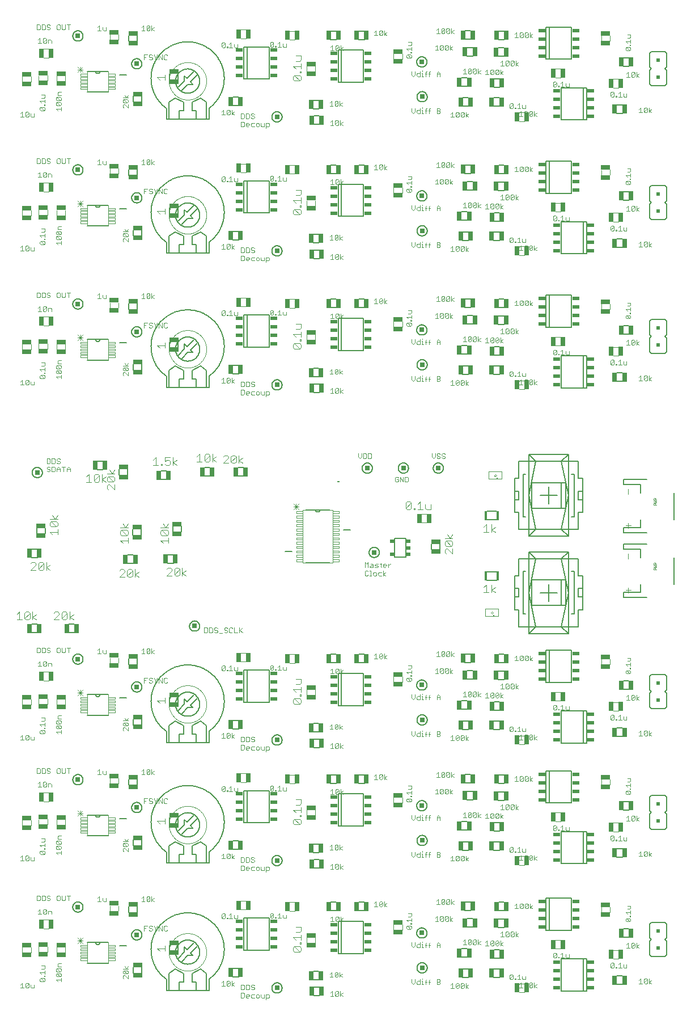
<source format=gto>
G75*
%MOIN*%
%OFA0B0*%
%FSLAX25Y25*%
%IPPOS*%
%LPD*%
%AMOC8*
5,1,8,0,0,1.08239X$1,22.5*
%
%ADD10C,0.00300*%
%ADD11C,0.00600*%
%ADD12R,0.02559X0.01969*%
%ADD13C,0.00400*%
%ADD14R,0.02953X0.05709*%
%ADD15R,0.05709X0.02953*%
%ADD16C,0.00000*%
%ADD17C,0.00800*%
%ADD18C,0.00100*%
%ADD19R,0.02400X0.02400*%
%ADD20R,0.04331X0.01930*%
%ADD21R,0.02559X0.05512*%
%ADD22R,0.05512X0.02559*%
%ADD23C,0.00500*%
%ADD24C,0.00200*%
%ADD25R,0.02600X0.02600*%
%ADD26C,0.00250*%
%ADD27C,0.00984*%
%ADD28R,0.01400X0.05600*%
D10*
X0059012Y0137619D02*
X0060947Y0137619D01*
X0059980Y0137619D02*
X0059980Y0140522D01*
X0059012Y0139554D01*
X0061959Y0140038D02*
X0062442Y0140522D01*
X0063410Y0140522D01*
X0063894Y0140038D01*
X0061959Y0138103D01*
X0062442Y0137619D01*
X0063410Y0137619D01*
X0063894Y0138103D01*
X0063894Y0140038D01*
X0064905Y0139554D02*
X0064905Y0138103D01*
X0065389Y0137619D01*
X0066840Y0137619D01*
X0066840Y0139554D01*
X0070388Y0141885D02*
X0070388Y0142852D01*
X0070871Y0143336D01*
X0072806Y0141401D01*
X0073290Y0141885D01*
X0073290Y0142852D01*
X0072806Y0143336D01*
X0070871Y0143336D01*
X0070388Y0141885D02*
X0070871Y0141401D01*
X0072806Y0141401D01*
X0072806Y0144347D02*
X0072806Y0144831D01*
X0073290Y0144831D01*
X0073290Y0144347D01*
X0072806Y0144347D01*
X0073290Y0145821D02*
X0073290Y0147756D01*
X0073290Y0146788D02*
X0070388Y0146788D01*
X0071355Y0145821D01*
X0071355Y0148767D02*
X0072806Y0148767D01*
X0073290Y0149251D01*
X0073290Y0150702D01*
X0071355Y0150702D01*
X0079904Y0148704D02*
X0079904Y0147736D01*
X0080388Y0147252D01*
X0082323Y0147252D01*
X0080388Y0149187D01*
X0082323Y0149187D01*
X0082807Y0148704D01*
X0082807Y0147736D01*
X0082323Y0147252D01*
X0082323Y0146241D02*
X0082807Y0145757D01*
X0082807Y0144790D01*
X0082323Y0144306D01*
X0080388Y0146241D01*
X0082323Y0146241D01*
X0080388Y0146241D02*
X0079904Y0145757D01*
X0079904Y0144790D01*
X0080388Y0144306D01*
X0082323Y0144306D01*
X0082807Y0143294D02*
X0082807Y0141359D01*
X0082807Y0142327D02*
X0079904Y0142327D01*
X0080872Y0141359D01*
X0079904Y0148704D02*
X0080388Y0149187D01*
X0080872Y0150199D02*
X0080872Y0151650D01*
X0081355Y0152134D01*
X0082807Y0152134D01*
X0082807Y0150199D02*
X0080872Y0150199D01*
X0092603Y0163830D02*
X0095739Y0166966D01*
X0092603Y0163830D01*
X0094171Y0163830D02*
X0094171Y0166966D01*
X0094171Y0163830D01*
X0095739Y0163830D02*
X0092603Y0166966D01*
X0095739Y0163830D01*
X0095739Y0165398D02*
X0092603Y0165398D01*
X0095739Y0165398D01*
X0104445Y0188446D02*
X0106380Y0188446D01*
X0105413Y0188446D02*
X0105413Y0191349D01*
X0104445Y0190381D01*
X0107392Y0190381D02*
X0107392Y0188930D01*
X0107876Y0188446D01*
X0109327Y0188446D01*
X0109327Y0190381D01*
X0130174Y0190381D02*
X0131141Y0191349D01*
X0131141Y0188446D01*
X0130174Y0188446D02*
X0132109Y0188446D01*
X0133120Y0188930D02*
X0135055Y0190865D01*
X0135055Y0188930D01*
X0134571Y0188446D01*
X0133604Y0188446D01*
X0133120Y0188930D01*
X0133120Y0190865D01*
X0133604Y0191349D01*
X0134571Y0191349D01*
X0135055Y0190865D01*
X0136067Y0191349D02*
X0136067Y0188446D01*
X0136067Y0189414D02*
X0137518Y0190381D01*
X0136067Y0189414D02*
X0137518Y0188446D01*
X0137464Y0174144D02*
X0137464Y0173660D01*
X0138432Y0172693D01*
X0138432Y0171241D01*
X0138432Y0172693D02*
X0139399Y0173660D01*
X0139399Y0174144D01*
X0140411Y0174144D02*
X0142346Y0171241D01*
X0142346Y0174144D01*
X0143357Y0173660D02*
X0143357Y0171725D01*
X0143841Y0171241D01*
X0144809Y0171241D01*
X0145292Y0171725D01*
X0145292Y0173660D02*
X0144809Y0174144D01*
X0143841Y0174144D01*
X0143357Y0173660D01*
X0140411Y0174144D02*
X0140411Y0171241D01*
X0136453Y0171725D02*
X0135969Y0171241D01*
X0135002Y0171241D01*
X0134518Y0171725D01*
X0135002Y0172693D02*
X0135969Y0172693D01*
X0136453Y0172209D01*
X0136453Y0171725D01*
X0135002Y0172693D02*
X0134518Y0173176D01*
X0134518Y0173660D01*
X0135002Y0174144D01*
X0135969Y0174144D01*
X0136453Y0173660D01*
X0133506Y0174144D02*
X0131571Y0174144D01*
X0131571Y0171241D01*
X0131571Y0172693D02*
X0132539Y0172693D01*
X0122148Y0150375D02*
X0121181Y0148924D01*
X0120213Y0150375D01*
X0119246Y0148924D02*
X0122148Y0148924D01*
X0121665Y0147912D02*
X0122148Y0147428D01*
X0122148Y0146461D01*
X0121665Y0145977D01*
X0119730Y0147912D01*
X0121665Y0147912D01*
X0121665Y0145977D02*
X0119730Y0145977D01*
X0119246Y0146461D01*
X0119246Y0147428D01*
X0119730Y0147912D01*
X0119730Y0144966D02*
X0119246Y0144482D01*
X0119246Y0143514D01*
X0119730Y0143031D01*
X0119730Y0144966D02*
X0120213Y0144966D01*
X0122148Y0143031D01*
X0122148Y0144966D01*
X0088193Y0191860D02*
X0086258Y0191860D01*
X0087226Y0191860D02*
X0087226Y0188958D01*
X0085247Y0189442D02*
X0085247Y0191860D01*
X0083312Y0191860D02*
X0083312Y0189442D01*
X0083795Y0188958D01*
X0084763Y0188958D01*
X0085247Y0189442D01*
X0082300Y0189442D02*
X0082300Y0191377D01*
X0081816Y0191860D01*
X0080849Y0191860D01*
X0080365Y0191377D01*
X0080365Y0189442D01*
X0080849Y0188958D01*
X0081816Y0188958D01*
X0082300Y0189442D01*
X0076407Y0189442D02*
X0075923Y0188958D01*
X0074956Y0188958D01*
X0074472Y0189442D01*
X0073461Y0189442D02*
X0073461Y0191377D01*
X0072977Y0191860D01*
X0071526Y0191860D01*
X0071526Y0188958D01*
X0072977Y0188958D01*
X0073461Y0189442D01*
X0074472Y0190893D02*
X0074956Y0190409D01*
X0075923Y0190409D01*
X0076407Y0189925D01*
X0076407Y0189442D01*
X0076407Y0191377D02*
X0075923Y0191860D01*
X0074956Y0191860D01*
X0074472Y0191377D01*
X0074472Y0190893D01*
X0070514Y0191377D02*
X0070030Y0191860D01*
X0068579Y0191860D01*
X0068579Y0188958D01*
X0070030Y0188958D01*
X0070514Y0189442D01*
X0070514Y0191377D01*
X0070255Y0183829D02*
X0070255Y0180926D01*
X0069288Y0180926D02*
X0071223Y0180926D01*
X0072234Y0181410D02*
X0074169Y0183345D01*
X0074169Y0181410D01*
X0073686Y0180926D01*
X0072718Y0180926D01*
X0072234Y0181410D01*
X0072234Y0183345D01*
X0072718Y0183829D01*
X0073686Y0183829D01*
X0074169Y0183345D01*
X0075181Y0182861D02*
X0076632Y0182861D01*
X0077116Y0182378D01*
X0077116Y0180926D01*
X0075181Y0180926D02*
X0075181Y0182861D01*
X0070255Y0183829D02*
X0069288Y0182861D01*
X0066840Y0212422D02*
X0066840Y0214357D01*
X0066840Y0212422D02*
X0065389Y0212422D01*
X0064905Y0212906D01*
X0064905Y0214357D01*
X0063894Y0214841D02*
X0063894Y0212906D01*
X0063410Y0212422D01*
X0062442Y0212422D01*
X0061959Y0212906D01*
X0063894Y0214841D01*
X0063410Y0215325D01*
X0062442Y0215325D01*
X0061959Y0214841D01*
X0061959Y0212906D01*
X0060947Y0212422D02*
X0059012Y0212422D01*
X0059980Y0212422D02*
X0059980Y0215325D01*
X0059012Y0214357D01*
X0070388Y0216688D02*
X0070388Y0217655D01*
X0070871Y0218139D01*
X0072806Y0216204D01*
X0073290Y0216688D01*
X0073290Y0217655D01*
X0072806Y0218139D01*
X0070871Y0218139D01*
X0070388Y0216688D02*
X0070871Y0216204D01*
X0072806Y0216204D01*
X0072806Y0219151D02*
X0072806Y0219634D01*
X0073290Y0219634D01*
X0073290Y0219151D01*
X0072806Y0219151D01*
X0073290Y0220624D02*
X0073290Y0222559D01*
X0073290Y0221591D02*
X0070388Y0221591D01*
X0071355Y0220624D01*
X0071355Y0223570D02*
X0072806Y0223570D01*
X0073290Y0224054D01*
X0073290Y0225505D01*
X0071355Y0225505D01*
X0079904Y0223507D02*
X0080388Y0223991D01*
X0082323Y0222056D01*
X0082807Y0222539D01*
X0082807Y0223507D01*
X0082323Y0223991D01*
X0080388Y0223991D01*
X0079904Y0223507D02*
X0079904Y0222539D01*
X0080388Y0222056D01*
X0082323Y0222056D01*
X0082323Y0221044D02*
X0082807Y0220560D01*
X0082807Y0219593D01*
X0082323Y0219109D01*
X0080388Y0221044D01*
X0082323Y0221044D01*
X0082323Y0219109D02*
X0080388Y0219109D01*
X0079904Y0219593D01*
X0079904Y0220560D01*
X0080388Y0221044D01*
X0082807Y0218098D02*
X0082807Y0216163D01*
X0082807Y0217130D02*
X0079904Y0217130D01*
X0080872Y0216163D01*
X0080872Y0225002D02*
X0080872Y0226453D01*
X0081355Y0226937D01*
X0082807Y0226937D01*
X0082807Y0225002D02*
X0080872Y0225002D01*
X0092603Y0238633D02*
X0095739Y0241769D01*
X0092603Y0238633D01*
X0094171Y0238633D02*
X0094171Y0241769D01*
X0094171Y0238633D01*
X0095739Y0238633D02*
X0092603Y0241769D01*
X0095739Y0238633D01*
X0095739Y0240201D02*
X0092603Y0240201D01*
X0095739Y0240201D01*
X0104445Y0263249D02*
X0106380Y0263249D01*
X0105413Y0263249D02*
X0105413Y0266152D01*
X0104445Y0265184D01*
X0107392Y0265184D02*
X0107392Y0263733D01*
X0107876Y0263249D01*
X0109327Y0263249D01*
X0109327Y0265184D01*
X0130174Y0265184D02*
X0131141Y0266152D01*
X0131141Y0263249D01*
X0130174Y0263249D02*
X0132109Y0263249D01*
X0133120Y0263733D02*
X0135055Y0265668D01*
X0135055Y0263733D01*
X0134571Y0263249D01*
X0133604Y0263249D01*
X0133120Y0263733D01*
X0133120Y0265668D01*
X0133604Y0266152D01*
X0134571Y0266152D01*
X0135055Y0265668D01*
X0136067Y0266152D02*
X0136067Y0263249D01*
X0136067Y0264217D02*
X0137518Y0265184D01*
X0136067Y0264217D02*
X0137518Y0263249D01*
X0137464Y0248947D02*
X0137464Y0248463D01*
X0138432Y0247496D01*
X0138432Y0246044D01*
X0138432Y0247496D02*
X0139399Y0248463D01*
X0139399Y0248947D01*
X0140411Y0248947D02*
X0142346Y0246044D01*
X0142346Y0248947D01*
X0143357Y0248463D02*
X0143357Y0246528D01*
X0143841Y0246044D01*
X0144809Y0246044D01*
X0145292Y0246528D01*
X0145292Y0248463D02*
X0144809Y0248947D01*
X0143841Y0248947D01*
X0143357Y0248463D01*
X0140411Y0248947D02*
X0140411Y0246044D01*
X0136453Y0246528D02*
X0135969Y0246044D01*
X0135002Y0246044D01*
X0134518Y0246528D01*
X0135002Y0247496D02*
X0135969Y0247496D01*
X0136453Y0247012D01*
X0136453Y0246528D01*
X0135002Y0247496D02*
X0134518Y0247979D01*
X0134518Y0248463D01*
X0135002Y0248947D01*
X0135969Y0248947D01*
X0136453Y0248463D01*
X0133506Y0248947D02*
X0131571Y0248947D01*
X0131571Y0246044D01*
X0131571Y0247496D02*
X0132539Y0247496D01*
X0122148Y0225178D02*
X0121181Y0223727D01*
X0120213Y0225178D01*
X0119246Y0223727D02*
X0122148Y0223727D01*
X0121665Y0222715D02*
X0122148Y0222232D01*
X0122148Y0221264D01*
X0121665Y0220780D01*
X0119730Y0222715D01*
X0121665Y0222715D01*
X0121665Y0220780D02*
X0119730Y0220780D01*
X0119246Y0221264D01*
X0119246Y0222232D01*
X0119730Y0222715D01*
X0119730Y0219769D02*
X0119246Y0219285D01*
X0119246Y0218318D01*
X0119730Y0217834D01*
X0119730Y0219769D02*
X0120213Y0219769D01*
X0122148Y0217834D01*
X0122148Y0219769D01*
X0087226Y0263761D02*
X0087226Y0266663D01*
X0088193Y0266663D02*
X0086258Y0266663D01*
X0085247Y0266663D02*
X0085247Y0264245D01*
X0084763Y0263761D01*
X0083795Y0263761D01*
X0083312Y0264245D01*
X0083312Y0266663D01*
X0082300Y0266180D02*
X0081816Y0266663D01*
X0080849Y0266663D01*
X0080365Y0266180D01*
X0080365Y0264245D01*
X0080849Y0263761D01*
X0081816Y0263761D01*
X0082300Y0264245D01*
X0082300Y0266180D01*
X0076407Y0266180D02*
X0075923Y0266663D01*
X0074956Y0266663D01*
X0074472Y0266180D01*
X0074472Y0265696D01*
X0074956Y0265212D01*
X0075923Y0265212D01*
X0076407Y0264729D01*
X0076407Y0264245D01*
X0075923Y0263761D01*
X0074956Y0263761D01*
X0074472Y0264245D01*
X0073461Y0264245D02*
X0073461Y0266180D01*
X0072977Y0266663D01*
X0071526Y0266663D01*
X0071526Y0263761D01*
X0072977Y0263761D01*
X0073461Y0264245D01*
X0070514Y0264245D02*
X0070514Y0266180D01*
X0070030Y0266663D01*
X0068579Y0266663D01*
X0068579Y0263761D01*
X0070030Y0263761D01*
X0070514Y0264245D01*
X0070255Y0258632D02*
X0070255Y0255730D01*
X0069288Y0255730D02*
X0071223Y0255730D01*
X0072234Y0256213D02*
X0074169Y0258148D01*
X0074169Y0256213D01*
X0073686Y0255730D01*
X0072718Y0255730D01*
X0072234Y0256213D01*
X0072234Y0258148D01*
X0072718Y0258632D01*
X0073686Y0258632D01*
X0074169Y0258148D01*
X0075181Y0257665D02*
X0076632Y0257665D01*
X0077116Y0257181D01*
X0077116Y0255730D01*
X0075181Y0255730D02*
X0075181Y0257665D01*
X0070255Y0258632D02*
X0069288Y0257665D01*
X0066840Y0283289D02*
X0066840Y0285224D01*
X0064905Y0285224D02*
X0064905Y0283772D01*
X0065389Y0283289D01*
X0066840Y0283289D01*
X0063894Y0283772D02*
X0063410Y0283289D01*
X0062442Y0283289D01*
X0061959Y0283772D01*
X0063894Y0285707D01*
X0063894Y0283772D01*
X0061959Y0283772D02*
X0061959Y0285707D01*
X0062442Y0286191D01*
X0063410Y0286191D01*
X0063894Y0285707D01*
X0060947Y0283289D02*
X0059012Y0283289D01*
X0059980Y0283289D02*
X0059980Y0286191D01*
X0059012Y0285224D01*
X0070388Y0287554D02*
X0070388Y0288521D01*
X0070871Y0289005D01*
X0072806Y0287070D01*
X0073290Y0287554D01*
X0073290Y0288521D01*
X0072806Y0289005D01*
X0070871Y0289005D01*
X0070388Y0287554D02*
X0070871Y0287070D01*
X0072806Y0287070D01*
X0072806Y0290017D02*
X0072806Y0290501D01*
X0073290Y0290501D01*
X0073290Y0290017D01*
X0072806Y0290017D01*
X0073290Y0291490D02*
X0073290Y0293425D01*
X0073290Y0292458D02*
X0070388Y0292458D01*
X0071355Y0291490D01*
X0071355Y0294437D02*
X0072806Y0294437D01*
X0073290Y0294920D01*
X0073290Y0296372D01*
X0071355Y0296372D01*
X0079904Y0294373D02*
X0080388Y0294857D01*
X0082323Y0292922D01*
X0082807Y0293406D01*
X0082807Y0294373D01*
X0082323Y0294857D01*
X0080388Y0294857D01*
X0079904Y0294373D02*
X0079904Y0293406D01*
X0080388Y0292922D01*
X0082323Y0292922D01*
X0082323Y0291910D02*
X0082807Y0291426D01*
X0082807Y0290459D01*
X0082323Y0289975D01*
X0080388Y0291910D01*
X0082323Y0291910D01*
X0082323Y0289975D02*
X0080388Y0289975D01*
X0079904Y0290459D01*
X0079904Y0291426D01*
X0080388Y0291910D01*
X0082807Y0288964D02*
X0082807Y0287029D01*
X0082807Y0287996D02*
X0079904Y0287996D01*
X0080872Y0287029D01*
X0080872Y0295868D02*
X0080872Y0297320D01*
X0081355Y0297803D01*
X0082807Y0297803D01*
X0082807Y0295868D02*
X0080872Y0295868D01*
X0092603Y0309499D02*
X0095739Y0312635D01*
X0092603Y0309499D01*
X0094171Y0309499D02*
X0094171Y0312635D01*
X0094171Y0309499D01*
X0095739Y0309499D02*
X0092603Y0312635D01*
X0095739Y0309499D01*
X0095739Y0311067D02*
X0092603Y0311067D01*
X0095739Y0311067D01*
X0104445Y0334115D02*
X0106380Y0334115D01*
X0105413Y0334115D02*
X0105413Y0337018D01*
X0104445Y0336050D01*
X0107392Y0336050D02*
X0107392Y0334599D01*
X0107876Y0334115D01*
X0109327Y0334115D01*
X0109327Y0336050D01*
X0130174Y0336050D02*
X0131141Y0337018D01*
X0131141Y0334115D01*
X0130174Y0334115D02*
X0132109Y0334115D01*
X0133120Y0334599D02*
X0135055Y0336534D01*
X0135055Y0334599D01*
X0134571Y0334115D01*
X0133604Y0334115D01*
X0133120Y0334599D01*
X0133120Y0336534D01*
X0133604Y0337018D01*
X0134571Y0337018D01*
X0135055Y0336534D01*
X0136067Y0337018D02*
X0136067Y0334115D01*
X0136067Y0335083D02*
X0137518Y0336050D01*
X0136067Y0335083D02*
X0137518Y0334115D01*
X0137464Y0319813D02*
X0137464Y0319329D01*
X0138432Y0318362D01*
X0138432Y0316911D01*
X0138432Y0318362D02*
X0139399Y0319329D01*
X0139399Y0319813D01*
X0140411Y0319813D02*
X0142346Y0316911D01*
X0142346Y0319813D01*
X0143357Y0319329D02*
X0143357Y0317394D01*
X0143841Y0316911D01*
X0144809Y0316911D01*
X0145292Y0317394D01*
X0145292Y0319329D02*
X0144809Y0319813D01*
X0143841Y0319813D01*
X0143357Y0319329D01*
X0140411Y0319813D02*
X0140411Y0316911D01*
X0136453Y0317394D02*
X0135969Y0316911D01*
X0135002Y0316911D01*
X0134518Y0317394D01*
X0135002Y0318362D02*
X0135969Y0318362D01*
X0136453Y0317878D01*
X0136453Y0317394D01*
X0135002Y0318362D02*
X0134518Y0318846D01*
X0134518Y0319329D01*
X0135002Y0319813D01*
X0135969Y0319813D01*
X0136453Y0319329D01*
X0133506Y0319813D02*
X0131571Y0319813D01*
X0131571Y0316911D01*
X0131571Y0318362D02*
X0132539Y0318362D01*
X0122148Y0296044D02*
X0121181Y0294593D01*
X0120213Y0296044D01*
X0119246Y0294593D02*
X0122148Y0294593D01*
X0121665Y0293581D02*
X0122148Y0293098D01*
X0122148Y0292130D01*
X0121665Y0291646D01*
X0119730Y0293581D01*
X0121665Y0293581D01*
X0121665Y0291646D02*
X0119730Y0291646D01*
X0119246Y0292130D01*
X0119246Y0293098D01*
X0119730Y0293581D01*
X0119730Y0290635D02*
X0119246Y0290151D01*
X0119246Y0289184D01*
X0119730Y0288700D01*
X0119730Y0290635D02*
X0120213Y0290635D01*
X0122148Y0288700D01*
X0122148Y0290635D01*
X0088193Y0337530D02*
X0086258Y0337530D01*
X0087226Y0337530D02*
X0087226Y0334627D01*
X0085247Y0335111D02*
X0085247Y0337530D01*
X0083312Y0337530D02*
X0083312Y0335111D01*
X0083795Y0334627D01*
X0084763Y0334627D01*
X0085247Y0335111D01*
X0082300Y0335111D02*
X0082300Y0337046D01*
X0081816Y0337530D01*
X0080849Y0337530D01*
X0080365Y0337046D01*
X0080365Y0335111D01*
X0080849Y0334627D01*
X0081816Y0334627D01*
X0082300Y0335111D01*
X0076407Y0335111D02*
X0075923Y0334627D01*
X0074956Y0334627D01*
X0074472Y0335111D01*
X0073461Y0335111D02*
X0073461Y0337046D01*
X0072977Y0337530D01*
X0071526Y0337530D01*
X0071526Y0334627D01*
X0072977Y0334627D01*
X0073461Y0335111D01*
X0074472Y0336562D02*
X0074956Y0336078D01*
X0075923Y0336078D01*
X0076407Y0335595D01*
X0076407Y0335111D01*
X0076407Y0337046D02*
X0075923Y0337530D01*
X0074956Y0337530D01*
X0074472Y0337046D01*
X0074472Y0336562D01*
X0070514Y0337046D02*
X0070030Y0337530D01*
X0068579Y0337530D01*
X0068579Y0334627D01*
X0070030Y0334627D01*
X0070514Y0335111D01*
X0070514Y0337046D01*
X0070255Y0329498D02*
X0070255Y0326596D01*
X0069288Y0326596D02*
X0071223Y0326596D01*
X0072234Y0327079D02*
X0074169Y0329014D01*
X0074169Y0327079D01*
X0073686Y0326596D01*
X0072718Y0326596D01*
X0072234Y0327079D01*
X0072234Y0329014D01*
X0072718Y0329498D01*
X0073686Y0329498D01*
X0074169Y0329014D01*
X0075181Y0328531D02*
X0076632Y0328531D01*
X0077116Y0328047D01*
X0077116Y0326596D01*
X0075181Y0326596D02*
X0075181Y0328531D01*
X0070255Y0329498D02*
X0069288Y0328531D01*
X0074968Y0440926D02*
X0074485Y0441410D01*
X0074968Y0440926D02*
X0075936Y0440926D01*
X0076420Y0441410D01*
X0076420Y0441894D01*
X0075936Y0442378D01*
X0074968Y0442378D01*
X0074485Y0442861D01*
X0074485Y0443345D01*
X0074968Y0443829D01*
X0075936Y0443829D01*
X0076420Y0443345D01*
X0077431Y0443829D02*
X0077431Y0440926D01*
X0078882Y0440926D01*
X0079366Y0441410D01*
X0079366Y0443345D01*
X0078882Y0443829D01*
X0077431Y0443829D01*
X0077431Y0445726D02*
X0078882Y0445726D01*
X0079366Y0446210D01*
X0079366Y0448145D01*
X0078882Y0448629D01*
X0077431Y0448629D01*
X0077431Y0445726D01*
X0076420Y0446210D02*
X0076420Y0448145D01*
X0075936Y0448629D01*
X0074485Y0448629D01*
X0074485Y0445726D01*
X0075936Y0445726D01*
X0076420Y0446210D01*
X0080378Y0446210D02*
X0080861Y0445726D01*
X0081829Y0445726D01*
X0082313Y0446210D01*
X0082313Y0446694D01*
X0081829Y0447178D01*
X0080861Y0447178D01*
X0080378Y0447661D01*
X0080378Y0448145D01*
X0080861Y0448629D01*
X0081829Y0448629D01*
X0082313Y0448145D01*
X0081345Y0443829D02*
X0082313Y0442861D01*
X0082313Y0440926D01*
X0082313Y0442378D02*
X0080378Y0442378D01*
X0080378Y0442861D02*
X0081345Y0443829D01*
X0080378Y0442861D02*
X0080378Y0440926D01*
X0084292Y0440926D02*
X0084292Y0443829D01*
X0085259Y0443829D02*
X0083324Y0443829D01*
X0086271Y0442861D02*
X0087238Y0443829D01*
X0088206Y0442861D01*
X0088206Y0440926D01*
X0088206Y0442378D02*
X0086271Y0442378D01*
X0086271Y0442861D02*
X0086271Y0440926D01*
X0066840Y0491950D02*
X0066840Y0493885D01*
X0064905Y0493885D02*
X0064905Y0492434D01*
X0065389Y0491950D01*
X0066840Y0491950D01*
X0063894Y0492434D02*
X0063410Y0491950D01*
X0062442Y0491950D01*
X0061959Y0492434D01*
X0063894Y0494369D01*
X0063894Y0492434D01*
X0063894Y0494369D02*
X0063410Y0494852D01*
X0062442Y0494852D01*
X0061959Y0494369D01*
X0061959Y0492434D01*
X0060947Y0491950D02*
X0059012Y0491950D01*
X0059980Y0491950D02*
X0059980Y0494852D01*
X0059012Y0493885D01*
X0070388Y0496215D02*
X0070388Y0497183D01*
X0070871Y0497667D01*
X0072806Y0495732D01*
X0073290Y0496215D01*
X0073290Y0497183D01*
X0072806Y0497667D01*
X0070871Y0497667D01*
X0070388Y0496215D02*
X0070871Y0495732D01*
X0072806Y0495732D01*
X0072806Y0498678D02*
X0072806Y0499162D01*
X0073290Y0499162D01*
X0073290Y0498678D01*
X0072806Y0498678D01*
X0073290Y0500151D02*
X0073290Y0502086D01*
X0073290Y0501119D02*
X0070388Y0501119D01*
X0071355Y0500151D01*
X0071355Y0503098D02*
X0072806Y0503098D01*
X0073290Y0503582D01*
X0073290Y0505033D01*
X0071355Y0505033D01*
X0079904Y0503034D02*
X0079904Y0502067D01*
X0080388Y0501583D01*
X0082323Y0501583D01*
X0080388Y0503518D01*
X0082323Y0503518D01*
X0082807Y0503034D01*
X0082807Y0502067D01*
X0082323Y0501583D01*
X0082323Y0500572D02*
X0082807Y0500088D01*
X0082807Y0499120D01*
X0082323Y0498637D01*
X0080388Y0500572D01*
X0082323Y0500572D01*
X0080388Y0500572D02*
X0079904Y0500088D01*
X0079904Y0499120D01*
X0080388Y0498637D01*
X0082323Y0498637D01*
X0082807Y0497625D02*
X0082807Y0495690D01*
X0082807Y0496658D02*
X0079904Y0496658D01*
X0080872Y0495690D01*
X0079904Y0503034D02*
X0080388Y0503518D01*
X0080872Y0504530D02*
X0080872Y0505981D01*
X0081355Y0506465D01*
X0082807Y0506465D01*
X0082807Y0504530D02*
X0080872Y0504530D01*
X0092603Y0518161D02*
X0095739Y0521297D01*
X0092603Y0518161D01*
X0094171Y0518161D02*
X0094171Y0521297D01*
X0094171Y0518161D01*
X0095739Y0518161D02*
X0092603Y0521297D01*
X0095739Y0518161D01*
X0095739Y0519729D02*
X0092603Y0519729D01*
X0095739Y0519729D01*
X0104445Y0542777D02*
X0106380Y0542777D01*
X0105413Y0542777D02*
X0105413Y0545679D01*
X0104445Y0544712D01*
X0107392Y0544712D02*
X0107392Y0543261D01*
X0107876Y0542777D01*
X0109327Y0542777D01*
X0109327Y0544712D01*
X0130174Y0544712D02*
X0131141Y0545679D01*
X0131141Y0542777D01*
X0130174Y0542777D02*
X0132109Y0542777D01*
X0133120Y0543261D02*
X0135055Y0545195D01*
X0135055Y0543261D01*
X0134571Y0542777D01*
X0133604Y0542777D01*
X0133120Y0543261D01*
X0133120Y0545195D01*
X0133604Y0545679D01*
X0134571Y0545679D01*
X0135055Y0545195D01*
X0136067Y0545679D02*
X0136067Y0542777D01*
X0136067Y0543744D02*
X0137518Y0544712D01*
X0136067Y0543744D02*
X0137518Y0542777D01*
X0137464Y0528475D02*
X0137464Y0527991D01*
X0138432Y0527023D01*
X0138432Y0525572D01*
X0138432Y0527023D02*
X0139399Y0527991D01*
X0139399Y0528475D01*
X0140411Y0528475D02*
X0142346Y0525572D01*
X0142346Y0528475D01*
X0143357Y0527991D02*
X0143357Y0526056D01*
X0143841Y0525572D01*
X0144809Y0525572D01*
X0145292Y0526056D01*
X0145292Y0527991D02*
X0144809Y0528475D01*
X0143841Y0528475D01*
X0143357Y0527991D01*
X0140411Y0528475D02*
X0140411Y0525572D01*
X0136453Y0526056D02*
X0135969Y0525572D01*
X0135002Y0525572D01*
X0134518Y0526056D01*
X0135002Y0527023D02*
X0135969Y0527023D01*
X0136453Y0526540D01*
X0136453Y0526056D01*
X0135002Y0527023D02*
X0134518Y0527507D01*
X0134518Y0527991D01*
X0135002Y0528475D01*
X0135969Y0528475D01*
X0136453Y0527991D01*
X0133506Y0528475D02*
X0131571Y0528475D01*
X0131571Y0525572D01*
X0131571Y0527023D02*
X0132539Y0527023D01*
X0122148Y0504706D02*
X0121181Y0503254D01*
X0120213Y0504706D01*
X0119246Y0503254D02*
X0122148Y0503254D01*
X0121665Y0502243D02*
X0122148Y0501759D01*
X0122148Y0500792D01*
X0121665Y0500308D01*
X0119730Y0502243D01*
X0121665Y0502243D01*
X0121665Y0500308D02*
X0119730Y0500308D01*
X0119246Y0500792D01*
X0119246Y0501759D01*
X0119730Y0502243D01*
X0119730Y0499296D02*
X0119246Y0498813D01*
X0119246Y0497845D01*
X0119730Y0497361D01*
X0119730Y0499296D02*
X0120213Y0499296D01*
X0122148Y0497361D01*
X0122148Y0499296D01*
X0088193Y0546191D02*
X0086258Y0546191D01*
X0087226Y0546191D02*
X0087226Y0543289D01*
X0085247Y0543772D02*
X0085247Y0546191D01*
X0083312Y0546191D02*
X0083312Y0543772D01*
X0083795Y0543289D01*
X0084763Y0543289D01*
X0085247Y0543772D01*
X0082300Y0543772D02*
X0082300Y0545707D01*
X0081816Y0546191D01*
X0080849Y0546191D01*
X0080365Y0545707D01*
X0080365Y0543772D01*
X0080849Y0543289D01*
X0081816Y0543289D01*
X0082300Y0543772D01*
X0076407Y0543772D02*
X0075923Y0543289D01*
X0074956Y0543289D01*
X0074472Y0543772D01*
X0073461Y0543772D02*
X0073461Y0545707D01*
X0072977Y0546191D01*
X0071526Y0546191D01*
X0071526Y0543289D01*
X0072977Y0543289D01*
X0073461Y0543772D01*
X0074472Y0545224D02*
X0074956Y0544740D01*
X0075923Y0544740D01*
X0076407Y0544256D01*
X0076407Y0543772D01*
X0076407Y0545707D02*
X0075923Y0546191D01*
X0074956Y0546191D01*
X0074472Y0545707D01*
X0074472Y0545224D01*
X0070514Y0545707D02*
X0070030Y0546191D01*
X0068579Y0546191D01*
X0068579Y0543289D01*
X0070030Y0543289D01*
X0070514Y0543772D01*
X0070514Y0545707D01*
X0070255Y0538160D02*
X0070255Y0535257D01*
X0069288Y0535257D02*
X0071223Y0535257D01*
X0072234Y0535741D02*
X0074169Y0537676D01*
X0074169Y0535741D01*
X0073686Y0535257D01*
X0072718Y0535257D01*
X0072234Y0535741D01*
X0072234Y0537676D01*
X0072718Y0538160D01*
X0073686Y0538160D01*
X0074169Y0537676D01*
X0075181Y0537192D02*
X0076632Y0537192D01*
X0077116Y0536708D01*
X0077116Y0535257D01*
X0075181Y0535257D02*
X0075181Y0537192D01*
X0070255Y0538160D02*
X0069288Y0537192D01*
X0066840Y0570690D02*
X0066840Y0572625D01*
X0064905Y0572625D02*
X0064905Y0571174D01*
X0065389Y0570690D01*
X0066840Y0570690D01*
X0063894Y0571174D02*
X0063410Y0570690D01*
X0062442Y0570690D01*
X0061959Y0571174D01*
X0063894Y0573109D01*
X0063894Y0571174D01*
X0063894Y0573109D02*
X0063410Y0573593D01*
X0062442Y0573593D01*
X0061959Y0573109D01*
X0061959Y0571174D01*
X0060947Y0570690D02*
X0059012Y0570690D01*
X0059980Y0570690D02*
X0059980Y0573593D01*
X0059012Y0572625D01*
X0070388Y0574956D02*
X0070388Y0575923D01*
X0070871Y0576407D01*
X0072806Y0574472D01*
X0073290Y0574956D01*
X0073290Y0575923D01*
X0072806Y0576407D01*
X0070871Y0576407D01*
X0070388Y0574956D02*
X0070871Y0574472D01*
X0072806Y0574472D01*
X0072806Y0577418D02*
X0072806Y0577902D01*
X0073290Y0577902D01*
X0073290Y0577418D01*
X0072806Y0577418D01*
X0073290Y0578892D02*
X0073290Y0580827D01*
X0073290Y0579859D02*
X0070388Y0579859D01*
X0071355Y0578892D01*
X0071355Y0581838D02*
X0072806Y0581838D01*
X0073290Y0582322D01*
X0073290Y0583773D01*
X0071355Y0583773D01*
X0079904Y0581775D02*
X0080388Y0582258D01*
X0082323Y0580323D01*
X0082807Y0580807D01*
X0082807Y0581775D01*
X0082323Y0582258D01*
X0080388Y0582258D01*
X0079904Y0581775D02*
X0079904Y0580807D01*
X0080388Y0580323D01*
X0082323Y0580323D01*
X0082323Y0579312D02*
X0082807Y0578828D01*
X0082807Y0577861D01*
X0082323Y0577377D01*
X0080388Y0579312D01*
X0082323Y0579312D01*
X0080388Y0579312D02*
X0079904Y0578828D01*
X0079904Y0577861D01*
X0080388Y0577377D01*
X0082323Y0577377D01*
X0082807Y0576365D02*
X0082807Y0574430D01*
X0082807Y0575398D02*
X0079904Y0575398D01*
X0080872Y0574430D01*
X0080872Y0583270D02*
X0080872Y0584721D01*
X0081355Y0585205D01*
X0082807Y0585205D01*
X0082807Y0583270D02*
X0080872Y0583270D01*
X0092603Y0596901D02*
X0095739Y0600037D01*
X0092603Y0596901D01*
X0094171Y0596901D02*
X0094171Y0600037D01*
X0094171Y0596901D01*
X0095739Y0596901D02*
X0092603Y0600037D01*
X0095739Y0596901D01*
X0095739Y0598469D02*
X0092603Y0598469D01*
X0095739Y0598469D01*
X0077116Y0613997D02*
X0077116Y0615448D01*
X0076632Y0615932D01*
X0075181Y0615932D01*
X0075181Y0613997D01*
X0074169Y0614481D02*
X0073686Y0613997D01*
X0072718Y0613997D01*
X0072234Y0614481D01*
X0074169Y0616416D01*
X0074169Y0614481D01*
X0072234Y0614481D02*
X0072234Y0616416D01*
X0072718Y0616900D01*
X0073686Y0616900D01*
X0074169Y0616416D01*
X0071223Y0613997D02*
X0069288Y0613997D01*
X0070255Y0613997D02*
X0070255Y0616900D01*
X0069288Y0615932D01*
X0068579Y0622029D02*
X0070030Y0622029D01*
X0070514Y0622512D01*
X0070514Y0624447D01*
X0070030Y0624931D01*
X0068579Y0624931D01*
X0068579Y0622029D01*
X0071526Y0622029D02*
X0072977Y0622029D01*
X0073461Y0622512D01*
X0073461Y0624447D01*
X0072977Y0624931D01*
X0071526Y0624931D01*
X0071526Y0622029D01*
X0074472Y0622512D02*
X0074956Y0622029D01*
X0075923Y0622029D01*
X0076407Y0622512D01*
X0076407Y0622996D01*
X0075923Y0623480D01*
X0074956Y0623480D01*
X0074472Y0623964D01*
X0074472Y0624447D01*
X0074956Y0624931D01*
X0075923Y0624931D01*
X0076407Y0624447D01*
X0080365Y0624447D02*
X0080365Y0622512D01*
X0080849Y0622029D01*
X0081816Y0622029D01*
X0082300Y0622512D01*
X0082300Y0624447D01*
X0081816Y0624931D01*
X0080849Y0624931D01*
X0080365Y0624447D01*
X0083312Y0624931D02*
X0083312Y0622512D01*
X0083795Y0622029D01*
X0084763Y0622029D01*
X0085247Y0622512D01*
X0085247Y0624931D01*
X0086258Y0624931D02*
X0088193Y0624931D01*
X0087226Y0624931D02*
X0087226Y0622029D01*
X0104445Y0621517D02*
X0106380Y0621517D01*
X0105413Y0621517D02*
X0105413Y0624419D01*
X0104445Y0623452D01*
X0107392Y0623452D02*
X0107392Y0622001D01*
X0107876Y0621517D01*
X0109327Y0621517D01*
X0109327Y0623452D01*
X0130174Y0623452D02*
X0131141Y0624419D01*
X0131141Y0621517D01*
X0130174Y0621517D02*
X0132109Y0621517D01*
X0133120Y0622001D02*
X0135055Y0623936D01*
X0135055Y0622001D01*
X0134571Y0621517D01*
X0133604Y0621517D01*
X0133120Y0622001D01*
X0133120Y0623936D01*
X0133604Y0624419D01*
X0134571Y0624419D01*
X0135055Y0623936D01*
X0136067Y0624419D02*
X0136067Y0621517D01*
X0136067Y0622484D02*
X0137518Y0623452D01*
X0136067Y0622484D02*
X0137518Y0621517D01*
X0137464Y0607215D02*
X0137464Y0606731D01*
X0138432Y0605763D01*
X0138432Y0604312D01*
X0138432Y0605763D02*
X0139399Y0606731D01*
X0139399Y0607215D01*
X0140411Y0607215D02*
X0142346Y0604312D01*
X0142346Y0607215D01*
X0143357Y0606731D02*
X0143357Y0604796D01*
X0143841Y0604312D01*
X0144809Y0604312D01*
X0145292Y0604796D01*
X0145292Y0606731D02*
X0144809Y0607215D01*
X0143841Y0607215D01*
X0143357Y0606731D01*
X0140411Y0607215D02*
X0140411Y0604312D01*
X0136453Y0604796D02*
X0135969Y0604312D01*
X0135002Y0604312D01*
X0134518Y0604796D01*
X0135002Y0605763D02*
X0135969Y0605763D01*
X0136453Y0605280D01*
X0136453Y0604796D01*
X0135002Y0605763D02*
X0134518Y0606247D01*
X0134518Y0606731D01*
X0135002Y0607215D01*
X0135969Y0607215D01*
X0136453Y0606731D01*
X0133506Y0607215D02*
X0131571Y0607215D01*
X0131571Y0604312D01*
X0131571Y0605763D02*
X0132539Y0605763D01*
X0122148Y0583446D02*
X0121181Y0581995D01*
X0120213Y0583446D01*
X0119246Y0581995D02*
X0122148Y0581995D01*
X0121665Y0580983D02*
X0122148Y0580499D01*
X0122148Y0579532D01*
X0121665Y0579048D01*
X0119730Y0580983D01*
X0121665Y0580983D01*
X0121665Y0579048D02*
X0119730Y0579048D01*
X0119246Y0579532D01*
X0119246Y0580499D01*
X0119730Y0580983D01*
X0119730Y0578037D02*
X0119246Y0577553D01*
X0119246Y0576585D01*
X0119730Y0576102D01*
X0119730Y0578037D02*
X0120213Y0578037D01*
X0122148Y0576102D01*
X0122148Y0578037D01*
X0122148Y0654842D02*
X0120213Y0656777D01*
X0119730Y0656777D01*
X0119246Y0656293D01*
X0119246Y0655325D01*
X0119730Y0654842D01*
X0122148Y0654842D02*
X0122148Y0656777D01*
X0121665Y0657788D02*
X0119730Y0659723D01*
X0121665Y0659723D01*
X0122148Y0659239D01*
X0122148Y0658272D01*
X0121665Y0657788D01*
X0119730Y0657788D01*
X0119246Y0658272D01*
X0119246Y0659239D01*
X0119730Y0659723D01*
X0119246Y0660735D02*
X0122148Y0660735D01*
X0121181Y0660735D02*
X0120213Y0662186D01*
X0121181Y0660735D02*
X0122148Y0662186D01*
X0131571Y0683052D02*
X0131571Y0685955D01*
X0133506Y0685955D01*
X0134518Y0685471D02*
X0134518Y0684987D01*
X0135002Y0684504D01*
X0135969Y0684504D01*
X0136453Y0684020D01*
X0136453Y0683536D01*
X0135969Y0683052D01*
X0135002Y0683052D01*
X0134518Y0683536D01*
X0134518Y0685471D02*
X0135002Y0685955D01*
X0135969Y0685955D01*
X0136453Y0685471D01*
X0137464Y0685471D02*
X0138432Y0684504D01*
X0138432Y0683052D01*
X0138432Y0684504D02*
X0139399Y0685471D01*
X0139399Y0685955D01*
X0140411Y0685955D02*
X0142346Y0683052D01*
X0142346Y0685955D01*
X0143357Y0685471D02*
X0143357Y0683536D01*
X0143841Y0683052D01*
X0144809Y0683052D01*
X0145292Y0683536D01*
X0145292Y0685471D02*
X0144809Y0685955D01*
X0143841Y0685955D01*
X0143357Y0685471D01*
X0140411Y0685955D02*
X0140411Y0683052D01*
X0137464Y0685471D02*
X0137464Y0685955D01*
X0132539Y0684504D02*
X0131571Y0684504D01*
X0131141Y0700257D02*
X0131141Y0703160D01*
X0130174Y0702192D01*
X0130174Y0700257D02*
X0132109Y0700257D01*
X0133120Y0700741D02*
X0135055Y0702676D01*
X0135055Y0700741D01*
X0134571Y0700257D01*
X0133604Y0700257D01*
X0133120Y0700741D01*
X0133120Y0702676D01*
X0133604Y0703160D01*
X0134571Y0703160D01*
X0135055Y0702676D01*
X0136067Y0703160D02*
X0136067Y0700257D01*
X0136067Y0701225D02*
X0137518Y0702192D01*
X0136067Y0701225D02*
X0137518Y0700257D01*
X0109327Y0700257D02*
X0109327Y0702192D01*
X0109327Y0700257D02*
X0107876Y0700257D01*
X0107392Y0700741D01*
X0107392Y0702192D01*
X0106380Y0700257D02*
X0104445Y0700257D01*
X0105413Y0700257D02*
X0105413Y0703160D01*
X0104445Y0702192D01*
X0088193Y0703671D02*
X0086258Y0703671D01*
X0087226Y0703671D02*
X0087226Y0700769D01*
X0085247Y0701253D02*
X0085247Y0703671D01*
X0083312Y0703671D02*
X0083312Y0701253D01*
X0083795Y0700769D01*
X0084763Y0700769D01*
X0085247Y0701253D01*
X0082300Y0701253D02*
X0082300Y0703188D01*
X0081816Y0703671D01*
X0080849Y0703671D01*
X0080365Y0703188D01*
X0080365Y0701253D01*
X0080849Y0700769D01*
X0081816Y0700769D01*
X0082300Y0701253D01*
X0076407Y0701253D02*
X0075923Y0700769D01*
X0074956Y0700769D01*
X0074472Y0701253D01*
X0073461Y0701253D02*
X0073461Y0703188D01*
X0072977Y0703671D01*
X0071526Y0703671D01*
X0071526Y0700769D01*
X0072977Y0700769D01*
X0073461Y0701253D01*
X0074472Y0702704D02*
X0074956Y0702220D01*
X0075923Y0702220D01*
X0076407Y0701736D01*
X0076407Y0701253D01*
X0076407Y0703188D02*
X0075923Y0703671D01*
X0074956Y0703671D01*
X0074472Y0703188D01*
X0074472Y0702704D01*
X0070514Y0703188D02*
X0070514Y0701253D01*
X0070030Y0700769D01*
X0068579Y0700769D01*
X0068579Y0703671D01*
X0070030Y0703671D01*
X0070514Y0703188D01*
X0070255Y0695640D02*
X0070255Y0692737D01*
X0069288Y0692737D02*
X0071223Y0692737D01*
X0072234Y0693221D02*
X0074169Y0695156D01*
X0074169Y0693221D01*
X0073686Y0692737D01*
X0072718Y0692737D01*
X0072234Y0693221D01*
X0072234Y0695156D01*
X0072718Y0695640D01*
X0073686Y0695640D01*
X0074169Y0695156D01*
X0075181Y0694672D02*
X0076632Y0694672D01*
X0077116Y0694189D01*
X0077116Y0692737D01*
X0075181Y0692737D02*
X0075181Y0694672D01*
X0070255Y0695640D02*
X0069288Y0694672D01*
X0092603Y0678777D02*
X0095739Y0675641D01*
X0092603Y0678777D01*
X0094171Y0678777D02*
X0094171Y0675641D01*
X0094171Y0678777D01*
X0095739Y0678777D02*
X0092603Y0675641D01*
X0095739Y0678777D01*
X0095739Y0677209D02*
X0092603Y0677209D01*
X0095739Y0677209D01*
X0082807Y0663945D02*
X0081355Y0663945D01*
X0080872Y0663461D01*
X0080872Y0662010D01*
X0082807Y0662010D01*
X0082323Y0660998D02*
X0082807Y0660515D01*
X0082807Y0659547D01*
X0082323Y0659064D01*
X0080388Y0660998D01*
X0082323Y0660998D01*
X0082323Y0659064D02*
X0080388Y0659064D01*
X0079904Y0659547D01*
X0079904Y0660515D01*
X0080388Y0660998D01*
X0080388Y0658052D02*
X0082323Y0656117D01*
X0082807Y0656601D01*
X0082807Y0657568D01*
X0082323Y0658052D01*
X0080388Y0658052D01*
X0079904Y0657568D01*
X0079904Y0656601D01*
X0080388Y0656117D01*
X0082323Y0656117D01*
X0082807Y0655105D02*
X0082807Y0653170D01*
X0082807Y0654138D02*
X0079904Y0654138D01*
X0080872Y0653170D01*
X0073290Y0653696D02*
X0072806Y0653212D01*
X0070871Y0655147D01*
X0072806Y0655147D01*
X0073290Y0654663D01*
X0073290Y0653696D01*
X0072806Y0653212D02*
X0070871Y0653212D01*
X0070388Y0653696D01*
X0070388Y0654663D01*
X0070871Y0655147D01*
X0072806Y0656159D02*
X0072806Y0656642D01*
X0073290Y0656642D01*
X0073290Y0656159D01*
X0072806Y0656159D01*
X0073290Y0657632D02*
X0073290Y0659567D01*
X0073290Y0658599D02*
X0070388Y0658599D01*
X0071355Y0657632D01*
X0071355Y0660578D02*
X0072806Y0660578D01*
X0073290Y0661062D01*
X0073290Y0662513D01*
X0071355Y0662513D01*
X0066840Y0651365D02*
X0066840Y0649430D01*
X0065389Y0649430D01*
X0064905Y0649914D01*
X0064905Y0651365D01*
X0063894Y0651849D02*
X0061959Y0649914D01*
X0062442Y0649430D01*
X0063410Y0649430D01*
X0063894Y0649914D01*
X0063894Y0651849D01*
X0063410Y0652333D01*
X0062442Y0652333D01*
X0061959Y0651849D01*
X0061959Y0649914D01*
X0060947Y0649430D02*
X0059012Y0649430D01*
X0059980Y0649430D02*
X0059980Y0652333D01*
X0059012Y0651365D01*
X0177300Y0650611D02*
X0179235Y0650611D01*
X0178267Y0650611D02*
X0178267Y0653514D01*
X0177300Y0652546D01*
X0180246Y0653030D02*
X0180730Y0653514D01*
X0181697Y0653514D01*
X0182181Y0653030D01*
X0180246Y0651095D01*
X0180730Y0650611D01*
X0181697Y0650611D01*
X0182181Y0651095D01*
X0182181Y0653030D01*
X0183193Y0653514D02*
X0183193Y0650611D01*
X0183193Y0651579D02*
X0184644Y0650611D01*
X0183193Y0651579D02*
X0184644Y0652546D01*
X0188658Y0651385D02*
X0188658Y0648482D01*
X0190109Y0648482D01*
X0190593Y0648966D01*
X0190593Y0650901D01*
X0190109Y0651385D01*
X0188658Y0651385D01*
X0191604Y0651385D02*
X0191604Y0648482D01*
X0193056Y0648482D01*
X0193539Y0648966D01*
X0193539Y0650901D01*
X0193056Y0651385D01*
X0191604Y0651385D01*
X0194551Y0650901D02*
X0194551Y0650417D01*
X0195035Y0649934D01*
X0196002Y0649934D01*
X0196486Y0649450D01*
X0196486Y0648966D01*
X0196002Y0648482D01*
X0195035Y0648482D01*
X0194551Y0648966D01*
X0194551Y0650901D02*
X0195035Y0651385D01*
X0196002Y0651385D01*
X0196486Y0650901D01*
X0196486Y0645617D02*
X0195035Y0645617D01*
X0194551Y0645134D01*
X0194551Y0644166D01*
X0195035Y0643682D01*
X0196486Y0643682D01*
X0197497Y0644166D02*
X0197981Y0643682D01*
X0198949Y0643682D01*
X0199432Y0644166D01*
X0199432Y0645134D01*
X0198949Y0645617D01*
X0197981Y0645617D01*
X0197497Y0645134D01*
X0197497Y0644166D01*
X0200444Y0644166D02*
X0200928Y0643682D01*
X0202379Y0643682D01*
X0202379Y0645617D01*
X0203390Y0645617D02*
X0204842Y0645617D01*
X0205325Y0645134D01*
X0205325Y0644166D01*
X0204842Y0643682D01*
X0203390Y0643682D01*
X0203390Y0642715D02*
X0203390Y0645617D01*
X0200444Y0645617D02*
X0200444Y0644166D01*
X0193539Y0644650D02*
X0191604Y0644650D01*
X0191604Y0645134D02*
X0192088Y0645617D01*
X0193056Y0645617D01*
X0193539Y0645134D01*
X0193539Y0644650D01*
X0193056Y0643682D02*
X0192088Y0643682D01*
X0191604Y0644166D01*
X0191604Y0645134D01*
X0190593Y0646101D02*
X0190109Y0646585D01*
X0188658Y0646585D01*
X0188658Y0643682D01*
X0190109Y0643682D01*
X0190593Y0644166D01*
X0190593Y0646101D01*
X0180246Y0651095D02*
X0180246Y0653030D01*
X0180305Y0690178D02*
X0180789Y0690178D01*
X0180789Y0690662D01*
X0180305Y0690662D01*
X0180305Y0690178D01*
X0179294Y0690662D02*
X0178810Y0690178D01*
X0177842Y0690178D01*
X0177359Y0690662D01*
X0179294Y0692597D01*
X0179294Y0690662D01*
X0179294Y0692597D02*
X0178810Y0693081D01*
X0177842Y0693081D01*
X0177359Y0692597D01*
X0177359Y0690662D01*
X0181778Y0690178D02*
X0183713Y0690178D01*
X0182746Y0690178D02*
X0182746Y0693081D01*
X0181778Y0692113D01*
X0184725Y0692113D02*
X0184725Y0690662D01*
X0185209Y0690178D01*
X0186660Y0690178D01*
X0186660Y0692113D01*
X0205825Y0692862D02*
X0206309Y0693345D01*
X0207277Y0693345D01*
X0207760Y0692862D01*
X0205825Y0690927D01*
X0206309Y0690443D01*
X0207277Y0690443D01*
X0207760Y0690927D01*
X0207760Y0692862D01*
X0205825Y0692862D02*
X0205825Y0690927D01*
X0208772Y0690927D02*
X0209256Y0690927D01*
X0209256Y0690443D01*
X0208772Y0690443D01*
X0208772Y0690927D01*
X0210245Y0690443D02*
X0212180Y0690443D01*
X0211213Y0690443D02*
X0211213Y0693345D01*
X0210245Y0692378D01*
X0213192Y0692378D02*
X0213192Y0690927D01*
X0213675Y0690443D01*
X0215127Y0690443D01*
X0215127Y0692378D01*
X0241274Y0690409D02*
X0242241Y0691377D01*
X0242241Y0688474D01*
X0241274Y0688474D02*
X0243209Y0688474D01*
X0244220Y0688958D02*
X0246155Y0690893D01*
X0246155Y0688958D01*
X0245672Y0688474D01*
X0244704Y0688474D01*
X0244220Y0688958D01*
X0244220Y0690893D01*
X0244704Y0691377D01*
X0245672Y0691377D01*
X0246155Y0690893D01*
X0247167Y0691377D02*
X0247167Y0688474D01*
X0247167Y0689442D02*
X0248618Y0690409D01*
X0247167Y0689442D02*
X0248618Y0688474D01*
X0267024Y0697265D02*
X0268959Y0697265D01*
X0267991Y0697265D02*
X0267991Y0700167D01*
X0267024Y0699200D01*
X0269971Y0699684D02*
X0270454Y0700167D01*
X0271422Y0700167D01*
X0271906Y0699684D01*
X0269971Y0697749D01*
X0270454Y0697265D01*
X0271422Y0697265D01*
X0271906Y0697749D01*
X0271906Y0699684D01*
X0272917Y0700167D02*
X0272917Y0697265D01*
X0272917Y0698232D02*
X0274368Y0699200D01*
X0272917Y0698232D02*
X0274368Y0697265D01*
X0269971Y0697749D02*
X0269971Y0699684D01*
X0286974Y0693299D02*
X0288909Y0693299D01*
X0288909Y0691847D01*
X0288425Y0691364D01*
X0286974Y0691364D01*
X0288909Y0690352D02*
X0288909Y0688417D01*
X0288909Y0689384D02*
X0286007Y0689384D01*
X0286974Y0688417D01*
X0288425Y0687427D02*
X0288909Y0687427D01*
X0288909Y0686944D01*
X0288425Y0686944D01*
X0288425Y0687427D01*
X0288425Y0685932D02*
X0288909Y0685448D01*
X0288909Y0684481D01*
X0288425Y0683997D01*
X0286490Y0685932D01*
X0288425Y0685932D01*
X0286490Y0685932D02*
X0286007Y0685448D01*
X0286007Y0684481D01*
X0286490Y0683997D01*
X0288425Y0683997D01*
X0289052Y0676112D02*
X0289052Y0674177D01*
X0290019Y0673210D01*
X0290987Y0674177D01*
X0290987Y0676112D01*
X0291998Y0674661D02*
X0292482Y0675145D01*
X0293933Y0675145D01*
X0293933Y0676112D02*
X0293933Y0673210D01*
X0292482Y0673210D01*
X0291998Y0673694D01*
X0291998Y0674661D01*
X0294945Y0675145D02*
X0295428Y0675145D01*
X0295428Y0673210D01*
X0294945Y0673210D02*
X0295912Y0673210D01*
X0297393Y0673210D02*
X0297393Y0675629D01*
X0297876Y0676112D01*
X0297876Y0674661D02*
X0296909Y0674661D01*
X0298873Y0674661D02*
X0299841Y0674661D01*
X0299357Y0675629D02*
X0299841Y0676112D01*
X0299357Y0675629D02*
X0299357Y0673210D01*
X0303784Y0673210D02*
X0303784Y0675145D01*
X0304752Y0676112D01*
X0305719Y0675145D01*
X0305719Y0673210D01*
X0305719Y0674661D02*
X0303784Y0674661D01*
X0295428Y0676112D02*
X0295428Y0676596D01*
X0302816Y0688671D02*
X0304751Y0688671D01*
X0303783Y0688671D02*
X0303783Y0691574D01*
X0302816Y0690606D01*
X0305762Y0691090D02*
X0306246Y0691574D01*
X0307213Y0691574D01*
X0307697Y0691090D01*
X0305762Y0689155D01*
X0306246Y0688671D01*
X0307213Y0688671D01*
X0307697Y0689155D01*
X0307697Y0691090D01*
X0308709Y0691090D02*
X0309192Y0691574D01*
X0310160Y0691574D01*
X0310644Y0691090D01*
X0308709Y0689155D01*
X0309192Y0688671D01*
X0310160Y0688671D01*
X0310644Y0689155D01*
X0310644Y0691090D01*
X0311655Y0691574D02*
X0311655Y0688671D01*
X0311655Y0689639D02*
X0313106Y0690606D01*
X0311655Y0689639D02*
X0313106Y0688671D01*
X0308709Y0689155D02*
X0308709Y0691090D01*
X0305762Y0691090D02*
X0305762Y0689155D01*
X0305459Y0698514D02*
X0303524Y0698514D01*
X0304492Y0698514D02*
X0304492Y0701416D01*
X0303524Y0700449D01*
X0306471Y0700933D02*
X0306955Y0701416D01*
X0307922Y0701416D01*
X0308406Y0700933D01*
X0306471Y0698998D01*
X0306955Y0698514D01*
X0307922Y0698514D01*
X0308406Y0698998D01*
X0308406Y0700933D01*
X0309417Y0700933D02*
X0309901Y0701416D01*
X0310869Y0701416D01*
X0311352Y0700933D01*
X0309417Y0698998D01*
X0309901Y0698514D01*
X0310869Y0698514D01*
X0311352Y0698998D01*
X0311352Y0700933D01*
X0312364Y0701416D02*
X0312364Y0698514D01*
X0312364Y0699481D02*
X0313815Y0700449D01*
X0312364Y0699481D02*
X0313815Y0698514D01*
X0309417Y0698998D02*
X0309417Y0700933D01*
X0306471Y0700933D02*
X0306471Y0698998D01*
X0320161Y0677794D02*
X0320161Y0674892D01*
X0319194Y0674892D02*
X0321129Y0674892D01*
X0322140Y0675375D02*
X0324075Y0677310D01*
X0324075Y0675375D01*
X0323591Y0674892D01*
X0322624Y0674892D01*
X0322140Y0675375D01*
X0322140Y0677310D01*
X0322624Y0677794D01*
X0323591Y0677794D01*
X0324075Y0677310D01*
X0325087Y0677310D02*
X0325570Y0677794D01*
X0326538Y0677794D01*
X0327022Y0677310D01*
X0325087Y0675375D01*
X0325570Y0674892D01*
X0326538Y0674892D01*
X0327022Y0675375D01*
X0327022Y0677310D01*
X0328033Y0677794D02*
X0328033Y0674892D01*
X0328033Y0675859D02*
X0329484Y0676827D01*
X0328033Y0675859D02*
X0329484Y0674892D01*
X0332422Y0674301D02*
X0334357Y0674301D01*
X0333389Y0674301D02*
X0333389Y0677204D01*
X0332422Y0676236D01*
X0335368Y0676720D02*
X0335852Y0677204D01*
X0336820Y0677204D01*
X0337303Y0676720D01*
X0335368Y0674785D01*
X0335852Y0674301D01*
X0336820Y0674301D01*
X0337303Y0674785D01*
X0337303Y0676720D01*
X0338315Y0676720D02*
X0338799Y0677204D01*
X0339766Y0677204D01*
X0340250Y0676720D01*
X0338315Y0674785D01*
X0338799Y0674301D01*
X0339766Y0674301D01*
X0340250Y0674785D01*
X0340250Y0676720D01*
X0341262Y0677204D02*
X0341262Y0674301D01*
X0341262Y0675269D02*
X0342713Y0676236D01*
X0341262Y0675269D02*
X0342713Y0674301D01*
X0338315Y0674785D02*
X0338315Y0676720D01*
X0335368Y0676720D02*
X0335368Y0674785D01*
X0341315Y0679548D02*
X0343250Y0679548D01*
X0342283Y0679548D02*
X0342283Y0682451D01*
X0341315Y0681483D01*
X0344262Y0681967D02*
X0344262Y0680032D01*
X0346197Y0681967D01*
X0346197Y0680032D01*
X0345713Y0679548D01*
X0344746Y0679548D01*
X0344262Y0680032D01*
X0344262Y0681967D02*
X0344746Y0682451D01*
X0345713Y0682451D01*
X0346197Y0681967D01*
X0347208Y0681967D02*
X0347692Y0682451D01*
X0348660Y0682451D01*
X0349143Y0681967D01*
X0347208Y0680032D01*
X0347692Y0679548D01*
X0348660Y0679548D01*
X0349143Y0680032D01*
X0349143Y0681967D01*
X0350155Y0682451D02*
X0350155Y0679548D01*
X0350155Y0680516D02*
X0351606Y0679548D01*
X0350155Y0680516D02*
X0351606Y0681483D01*
X0347208Y0681967D02*
X0347208Y0680032D01*
X0349662Y0696084D02*
X0351597Y0696084D01*
X0350629Y0696084D02*
X0350629Y0698986D01*
X0349662Y0698019D01*
X0352608Y0698503D02*
X0353092Y0698986D01*
X0354060Y0698986D01*
X0354543Y0698503D01*
X0352608Y0696568D01*
X0353092Y0696084D01*
X0354060Y0696084D01*
X0354543Y0696568D01*
X0354543Y0698503D01*
X0355555Y0698503D02*
X0356039Y0698986D01*
X0357006Y0698986D01*
X0357490Y0698503D01*
X0355555Y0696568D01*
X0356039Y0696084D01*
X0357006Y0696084D01*
X0357490Y0696568D01*
X0357490Y0698503D01*
X0358501Y0698986D02*
X0358501Y0696084D01*
X0358501Y0697051D02*
X0359953Y0698019D01*
X0358501Y0697051D02*
X0359953Y0696084D01*
X0355555Y0696568D02*
X0355555Y0698503D01*
X0352608Y0698503D02*
X0352608Y0696568D01*
X0372724Y0670049D02*
X0373692Y0670049D01*
X0374176Y0669566D01*
X0372241Y0667631D01*
X0372724Y0667147D01*
X0373692Y0667147D01*
X0374176Y0667631D01*
X0374176Y0669566D01*
X0372724Y0670049D02*
X0372241Y0669566D01*
X0372241Y0667631D01*
X0375187Y0667631D02*
X0375671Y0667631D01*
X0375671Y0667147D01*
X0375187Y0667147D01*
X0375187Y0667631D01*
X0376660Y0667147D02*
X0378595Y0667147D01*
X0377628Y0667147D02*
X0377628Y0670049D01*
X0376660Y0669082D01*
X0379607Y0669082D02*
X0379607Y0667631D01*
X0380091Y0667147D01*
X0381542Y0667147D01*
X0381542Y0669082D01*
X0362555Y0651630D02*
X0361104Y0650662D01*
X0362555Y0649695D01*
X0361104Y0649695D02*
X0361104Y0652597D01*
X0360092Y0652114D02*
X0358158Y0650179D01*
X0358641Y0649695D01*
X0359609Y0649695D01*
X0360092Y0650179D01*
X0360092Y0652114D01*
X0359609Y0652597D01*
X0358641Y0652597D01*
X0358158Y0652114D01*
X0358158Y0650179D01*
X0357146Y0650179D02*
X0356662Y0649695D01*
X0355695Y0649695D01*
X0355211Y0650179D01*
X0357146Y0652114D01*
X0357146Y0650179D01*
X0357146Y0652114D02*
X0356662Y0652597D01*
X0355695Y0652597D01*
X0355211Y0652114D01*
X0355211Y0650179D01*
X0354199Y0649695D02*
X0352264Y0649695D01*
X0353232Y0649695D02*
X0353232Y0652597D01*
X0352264Y0651630D01*
X0352118Y0654419D02*
X0352118Y0657322D01*
X0351151Y0656354D01*
X0350161Y0654903D02*
X0350161Y0654419D01*
X0349677Y0654419D01*
X0349677Y0654903D01*
X0350161Y0654903D01*
X0351151Y0654419D02*
X0353086Y0654419D01*
X0354097Y0654903D02*
X0354581Y0654419D01*
X0356032Y0654419D01*
X0356032Y0656354D01*
X0354097Y0656354D02*
X0354097Y0654903D01*
X0348666Y0654903D02*
X0348182Y0654419D01*
X0347215Y0654419D01*
X0346731Y0654903D01*
X0348666Y0656838D01*
X0348666Y0654903D01*
X0348666Y0656838D02*
X0348182Y0657322D01*
X0347215Y0657322D01*
X0346731Y0656838D01*
X0346731Y0654903D01*
X0325087Y0675375D02*
X0325087Y0677310D01*
X0320161Y0677794D02*
X0319194Y0676827D01*
X0319373Y0652204D02*
X0319856Y0651720D01*
X0317921Y0649785D01*
X0318405Y0649301D01*
X0319373Y0649301D01*
X0319856Y0649785D01*
X0319856Y0651720D01*
X0319373Y0652204D02*
X0318405Y0652204D01*
X0317921Y0651720D01*
X0317921Y0649785D01*
X0316910Y0649785D02*
X0316426Y0649301D01*
X0315459Y0649301D01*
X0314975Y0649785D01*
X0316910Y0651720D01*
X0316910Y0649785D01*
X0316910Y0651720D02*
X0316426Y0652204D01*
X0315459Y0652204D01*
X0314975Y0651720D01*
X0314975Y0649785D01*
X0313963Y0649301D02*
X0312028Y0649301D01*
X0312996Y0649301D02*
X0312996Y0652204D01*
X0312028Y0651236D01*
X0305719Y0652040D02*
X0305235Y0651556D01*
X0303784Y0651556D01*
X0303784Y0654459D01*
X0305235Y0654459D01*
X0305719Y0653975D01*
X0305719Y0653491D01*
X0305235Y0653008D01*
X0303784Y0653008D01*
X0305235Y0653008D02*
X0305719Y0652524D01*
X0305719Y0652040D01*
X0299841Y0653008D02*
X0298873Y0653008D01*
X0297876Y0653008D02*
X0296909Y0653008D01*
X0297393Y0653975D02*
X0297876Y0654459D01*
X0297393Y0653975D02*
X0297393Y0651556D01*
X0295912Y0651556D02*
X0294945Y0651556D01*
X0295428Y0651556D02*
X0295428Y0653491D01*
X0294945Y0653491D01*
X0293933Y0653491D02*
X0292482Y0653491D01*
X0291998Y0653008D01*
X0291998Y0652040D01*
X0292482Y0651556D01*
X0293933Y0651556D01*
X0293933Y0654459D01*
X0295428Y0654459D02*
X0295428Y0654943D01*
X0299357Y0653975D02*
X0299841Y0654459D01*
X0299357Y0653975D02*
X0299357Y0651556D01*
X0290987Y0652524D02*
X0290987Y0654459D01*
X0290987Y0652524D02*
X0290019Y0651556D01*
X0289052Y0652524D01*
X0289052Y0654459D01*
X0304492Y0622676D02*
X0304492Y0619774D01*
X0305459Y0619774D02*
X0303524Y0619774D01*
X0303524Y0621709D02*
X0304492Y0622676D01*
X0306471Y0622192D02*
X0306955Y0622676D01*
X0307922Y0622676D01*
X0308406Y0622192D01*
X0306471Y0620257D01*
X0306955Y0619774D01*
X0307922Y0619774D01*
X0308406Y0620257D01*
X0308406Y0622192D01*
X0309417Y0622192D02*
X0309901Y0622676D01*
X0310869Y0622676D01*
X0311352Y0622192D01*
X0309417Y0620257D01*
X0309901Y0619774D01*
X0310869Y0619774D01*
X0311352Y0620257D01*
X0311352Y0622192D01*
X0312364Y0622676D02*
X0312364Y0619774D01*
X0312364Y0620741D02*
X0313815Y0621709D01*
X0312364Y0620741D02*
X0313815Y0619774D01*
X0309417Y0620257D02*
X0309417Y0622192D01*
X0306471Y0622192D02*
X0306471Y0620257D01*
X0306246Y0612834D02*
X0307213Y0612834D01*
X0307697Y0612350D01*
X0305762Y0610415D01*
X0306246Y0609931D01*
X0307213Y0609931D01*
X0307697Y0610415D01*
X0307697Y0612350D01*
X0308709Y0612350D02*
X0309192Y0612834D01*
X0310160Y0612834D01*
X0310644Y0612350D01*
X0308709Y0610415D01*
X0309192Y0609931D01*
X0310160Y0609931D01*
X0310644Y0610415D01*
X0310644Y0612350D01*
X0311655Y0612834D02*
X0311655Y0609931D01*
X0311655Y0610899D02*
X0313106Y0611866D01*
X0311655Y0610899D02*
X0313106Y0609931D01*
X0308709Y0610415D02*
X0308709Y0612350D01*
X0306246Y0612834D02*
X0305762Y0612350D01*
X0305762Y0610415D01*
X0304751Y0609931D02*
X0302816Y0609931D01*
X0303783Y0609931D02*
X0303783Y0612834D01*
X0302816Y0611866D01*
X0288909Y0611612D02*
X0288909Y0609677D01*
X0288909Y0610644D02*
X0286007Y0610644D01*
X0286974Y0609677D01*
X0288425Y0608687D02*
X0288909Y0608687D01*
X0288909Y0608204D01*
X0288425Y0608204D01*
X0288425Y0608687D01*
X0288425Y0607192D02*
X0288909Y0606708D01*
X0288909Y0605741D01*
X0288425Y0605257D01*
X0286490Y0607192D01*
X0288425Y0607192D01*
X0286490Y0607192D02*
X0286007Y0606708D01*
X0286007Y0605741D01*
X0286490Y0605257D01*
X0288425Y0605257D01*
X0288425Y0612623D02*
X0288909Y0613107D01*
X0288909Y0614558D01*
X0286974Y0614558D01*
X0286974Y0612623D02*
X0288425Y0612623D01*
X0274368Y0618525D02*
X0272917Y0619492D01*
X0274368Y0620460D01*
X0272917Y0621427D02*
X0272917Y0618525D01*
X0271906Y0619009D02*
X0271422Y0618525D01*
X0270454Y0618525D01*
X0269971Y0619009D01*
X0271906Y0620944D01*
X0271906Y0619009D01*
X0271906Y0620944D02*
X0271422Y0621427D01*
X0270454Y0621427D01*
X0269971Y0620944D01*
X0269971Y0619009D01*
X0268959Y0618525D02*
X0267024Y0618525D01*
X0267991Y0618525D02*
X0267991Y0621427D01*
X0267024Y0620460D01*
X0248618Y0611669D02*
X0247167Y0610702D01*
X0248618Y0609734D01*
X0247167Y0609734D02*
X0247167Y0612637D01*
X0246155Y0612153D02*
X0244220Y0610218D01*
X0244704Y0609734D01*
X0245672Y0609734D01*
X0246155Y0610218D01*
X0246155Y0612153D01*
X0245672Y0612637D01*
X0244704Y0612637D01*
X0244220Y0612153D01*
X0244220Y0610218D01*
X0243209Y0609734D02*
X0241274Y0609734D01*
X0242241Y0609734D02*
X0242241Y0612637D01*
X0241274Y0611669D01*
X0241808Y0579960D02*
X0241808Y0577057D01*
X0240841Y0577057D02*
X0242776Y0577057D01*
X0243787Y0577541D02*
X0245722Y0579476D01*
X0245722Y0577541D01*
X0245239Y0577057D01*
X0244271Y0577057D01*
X0243787Y0577541D01*
X0243787Y0579476D01*
X0244271Y0579960D01*
X0245239Y0579960D01*
X0245722Y0579476D01*
X0246734Y0579960D02*
X0246734Y0577057D01*
X0246734Y0578025D02*
X0248185Y0578992D01*
X0246734Y0578025D02*
X0248185Y0577057D01*
X0241808Y0579960D02*
X0240841Y0578992D01*
X0242123Y0568739D02*
X0242123Y0565837D01*
X0241156Y0565837D02*
X0243091Y0565837D01*
X0244102Y0566320D02*
X0246037Y0568255D01*
X0246037Y0566320D01*
X0245554Y0565837D01*
X0244586Y0565837D01*
X0244102Y0566320D01*
X0244102Y0568255D01*
X0244586Y0568739D01*
X0245554Y0568739D01*
X0246037Y0568255D01*
X0247049Y0568739D02*
X0247049Y0565837D01*
X0247049Y0566804D02*
X0248500Y0567772D01*
X0247049Y0566804D02*
X0248500Y0565837D01*
X0242123Y0568739D02*
X0241156Y0567772D01*
X0242241Y0533897D02*
X0242241Y0530994D01*
X0241274Y0530994D02*
X0243209Y0530994D01*
X0244220Y0531478D02*
X0246155Y0533413D01*
X0246155Y0531478D01*
X0245672Y0530994D01*
X0244704Y0530994D01*
X0244220Y0531478D01*
X0244220Y0533413D01*
X0244704Y0533897D01*
X0245672Y0533897D01*
X0246155Y0533413D01*
X0247167Y0533897D02*
X0247167Y0530994D01*
X0247167Y0531962D02*
X0248618Y0532929D01*
X0247167Y0531962D02*
X0248618Y0530994D01*
X0242241Y0533897D02*
X0241274Y0532929D01*
X0267024Y0539785D02*
X0268959Y0539785D01*
X0267991Y0539785D02*
X0267991Y0542687D01*
X0267024Y0541720D01*
X0269971Y0542203D02*
X0270454Y0542687D01*
X0271422Y0542687D01*
X0271906Y0542203D01*
X0269971Y0540268D01*
X0270454Y0539785D01*
X0271422Y0539785D01*
X0271906Y0540268D01*
X0271906Y0542203D01*
X0272917Y0542687D02*
X0272917Y0539785D01*
X0272917Y0540752D02*
X0274368Y0541720D01*
X0272917Y0540752D02*
X0274368Y0539785D01*
X0269971Y0540268D02*
X0269971Y0542203D01*
X0286974Y0535818D02*
X0288909Y0535818D01*
X0288909Y0534367D01*
X0288425Y0533883D01*
X0286974Y0533883D01*
X0288909Y0532872D02*
X0288909Y0530937D01*
X0288909Y0531904D02*
X0286007Y0531904D01*
X0286974Y0530937D01*
X0288425Y0529947D02*
X0288909Y0529947D01*
X0288909Y0529463D01*
X0288425Y0529463D01*
X0288425Y0529947D01*
X0288425Y0528452D02*
X0288909Y0527968D01*
X0288909Y0527001D01*
X0288425Y0526517D01*
X0286490Y0528452D01*
X0288425Y0528452D01*
X0286490Y0528452D02*
X0286007Y0527968D01*
X0286007Y0527001D01*
X0286490Y0526517D01*
X0288425Y0526517D01*
X0289052Y0518632D02*
X0289052Y0516697D01*
X0290019Y0515730D01*
X0290987Y0516697D01*
X0290987Y0518632D01*
X0291998Y0517181D02*
X0292482Y0517665D01*
X0293933Y0517665D01*
X0293933Y0518632D02*
X0293933Y0515730D01*
X0292482Y0515730D01*
X0291998Y0516213D01*
X0291998Y0517181D01*
X0294945Y0517665D02*
X0295428Y0517665D01*
X0295428Y0515730D01*
X0294945Y0515730D02*
X0295912Y0515730D01*
X0297393Y0515730D02*
X0297393Y0518148D01*
X0297876Y0518632D01*
X0297876Y0517181D02*
X0296909Y0517181D01*
X0298873Y0517181D02*
X0299841Y0517181D01*
X0299357Y0518148D02*
X0299357Y0515730D01*
X0299357Y0518148D02*
X0299841Y0518632D01*
X0303784Y0517665D02*
X0303784Y0515730D01*
X0303784Y0517181D02*
X0305719Y0517181D01*
X0305719Y0517665D02*
X0305719Y0515730D01*
X0305719Y0517665D02*
X0304752Y0518632D01*
X0303784Y0517665D01*
X0303783Y0531191D02*
X0303783Y0534093D01*
X0302816Y0533126D01*
X0302816Y0531191D02*
X0304751Y0531191D01*
X0305762Y0531675D02*
X0307697Y0533610D01*
X0307697Y0531675D01*
X0307213Y0531191D01*
X0306246Y0531191D01*
X0305762Y0531675D01*
X0305762Y0533610D01*
X0306246Y0534093D01*
X0307213Y0534093D01*
X0307697Y0533610D01*
X0308709Y0533610D02*
X0308709Y0531675D01*
X0310644Y0533610D01*
X0310644Y0531675D01*
X0310160Y0531191D01*
X0309192Y0531191D01*
X0308709Y0531675D01*
X0308709Y0533610D02*
X0309192Y0534093D01*
X0310160Y0534093D01*
X0310644Y0533610D01*
X0311655Y0534093D02*
X0311655Y0531191D01*
X0311655Y0532158D02*
X0313106Y0533126D01*
X0311655Y0532158D02*
X0313106Y0531191D01*
X0320161Y0520314D02*
X0320161Y0517411D01*
X0319194Y0517411D02*
X0321129Y0517411D01*
X0322140Y0517895D02*
X0322624Y0517411D01*
X0323591Y0517411D01*
X0324075Y0517895D01*
X0324075Y0519830D01*
X0322140Y0517895D01*
X0322140Y0519830D01*
X0322624Y0520314D01*
X0323591Y0520314D01*
X0324075Y0519830D01*
X0325087Y0519830D02*
X0325570Y0520314D01*
X0326538Y0520314D01*
X0327022Y0519830D01*
X0325087Y0517895D01*
X0325570Y0517411D01*
X0326538Y0517411D01*
X0327022Y0517895D01*
X0327022Y0519830D01*
X0328033Y0520314D02*
X0328033Y0517411D01*
X0328033Y0518379D02*
X0329484Y0517411D01*
X0328033Y0518379D02*
X0329484Y0519346D01*
X0332422Y0518756D02*
X0333389Y0519723D01*
X0333389Y0516821D01*
X0332422Y0516821D02*
X0334357Y0516821D01*
X0335368Y0517305D02*
X0337303Y0519240D01*
X0337303Y0517305D01*
X0336820Y0516821D01*
X0335852Y0516821D01*
X0335368Y0517305D01*
X0335368Y0519240D01*
X0335852Y0519723D01*
X0336820Y0519723D01*
X0337303Y0519240D01*
X0338315Y0519240D02*
X0338315Y0517305D01*
X0340250Y0519240D01*
X0340250Y0517305D01*
X0339766Y0516821D01*
X0338799Y0516821D01*
X0338315Y0517305D01*
X0338315Y0519240D02*
X0338799Y0519723D01*
X0339766Y0519723D01*
X0340250Y0519240D01*
X0341262Y0519723D02*
X0341262Y0516821D01*
X0341262Y0517788D02*
X0342713Y0518756D01*
X0341262Y0517788D02*
X0342713Y0516821D01*
X0342283Y0522068D02*
X0342283Y0524971D01*
X0341315Y0524003D01*
X0341315Y0522068D02*
X0343250Y0522068D01*
X0344262Y0522552D02*
X0346197Y0524487D01*
X0346197Y0522552D01*
X0345713Y0522068D01*
X0344746Y0522068D01*
X0344262Y0522552D01*
X0344262Y0524487D01*
X0344746Y0524971D01*
X0345713Y0524971D01*
X0346197Y0524487D01*
X0347208Y0524487D02*
X0347692Y0524971D01*
X0348660Y0524971D01*
X0349143Y0524487D01*
X0347208Y0522552D01*
X0347692Y0522068D01*
X0348660Y0522068D01*
X0349143Y0522552D01*
X0349143Y0524487D01*
X0350155Y0524971D02*
X0350155Y0522068D01*
X0350155Y0523036D02*
X0351606Y0524003D01*
X0350155Y0523036D02*
X0351606Y0522068D01*
X0347208Y0522552D02*
X0347208Y0524487D01*
X0349662Y0538604D02*
X0351597Y0538604D01*
X0350629Y0538604D02*
X0350629Y0541506D01*
X0349662Y0540539D01*
X0352608Y0541022D02*
X0352608Y0539087D01*
X0354543Y0541022D01*
X0354543Y0539087D01*
X0354060Y0538604D01*
X0353092Y0538604D01*
X0352608Y0539087D01*
X0352608Y0541022D02*
X0353092Y0541506D01*
X0354060Y0541506D01*
X0354543Y0541022D01*
X0355555Y0541022D02*
X0356039Y0541506D01*
X0357006Y0541506D01*
X0357490Y0541022D01*
X0355555Y0539087D01*
X0356039Y0538604D01*
X0357006Y0538604D01*
X0357490Y0539087D01*
X0357490Y0541022D01*
X0358501Y0541506D02*
X0358501Y0538604D01*
X0358501Y0539571D02*
X0359953Y0540539D01*
X0358501Y0539571D02*
X0359953Y0538604D01*
X0355555Y0539087D02*
X0355555Y0541022D01*
X0355695Y0570955D02*
X0355211Y0571438D01*
X0357146Y0573373D01*
X0357146Y0571438D01*
X0356662Y0570955D01*
X0355695Y0570955D01*
X0355211Y0571438D02*
X0355211Y0573373D01*
X0355695Y0573857D01*
X0356662Y0573857D01*
X0357146Y0573373D01*
X0358158Y0573373D02*
X0358641Y0573857D01*
X0359609Y0573857D01*
X0360092Y0573373D01*
X0358158Y0571438D01*
X0358641Y0570955D01*
X0359609Y0570955D01*
X0360092Y0571438D01*
X0360092Y0573373D01*
X0361104Y0573857D02*
X0361104Y0570955D01*
X0361104Y0571922D02*
X0362555Y0572890D01*
X0361104Y0571922D02*
X0362555Y0570955D01*
X0358158Y0571438D02*
X0358158Y0573373D01*
X0356032Y0575679D02*
X0356032Y0577614D01*
X0354097Y0577614D02*
X0354097Y0576163D01*
X0354581Y0575679D01*
X0356032Y0575679D01*
X0353086Y0575679D02*
X0351151Y0575679D01*
X0352118Y0575679D02*
X0352118Y0578582D01*
X0351151Y0577614D01*
X0350161Y0576163D02*
X0350161Y0575679D01*
X0349677Y0575679D01*
X0349677Y0576163D01*
X0350161Y0576163D01*
X0348666Y0576163D02*
X0348182Y0575679D01*
X0347215Y0575679D01*
X0346731Y0576163D01*
X0348666Y0578098D01*
X0348666Y0576163D01*
X0348666Y0578098D02*
X0348182Y0578582D01*
X0347215Y0578582D01*
X0346731Y0578098D01*
X0346731Y0576163D01*
X0352264Y0572890D02*
X0353232Y0573857D01*
X0353232Y0570955D01*
X0354199Y0570955D02*
X0352264Y0570955D01*
X0342713Y0595561D02*
X0341262Y0596529D01*
X0342713Y0597496D01*
X0341262Y0598463D02*
X0341262Y0595561D01*
X0340250Y0596045D02*
X0339766Y0595561D01*
X0338799Y0595561D01*
X0338315Y0596045D01*
X0340250Y0597980D01*
X0340250Y0596045D01*
X0340250Y0597980D02*
X0339766Y0598463D01*
X0338799Y0598463D01*
X0338315Y0597980D01*
X0338315Y0596045D01*
X0337303Y0596045D02*
X0336820Y0595561D01*
X0335852Y0595561D01*
X0335368Y0596045D01*
X0337303Y0597980D01*
X0337303Y0596045D01*
X0335368Y0596045D02*
X0335368Y0597980D01*
X0335852Y0598463D01*
X0336820Y0598463D01*
X0337303Y0597980D01*
X0334357Y0595561D02*
X0332422Y0595561D01*
X0333389Y0595561D02*
X0333389Y0598463D01*
X0332422Y0597496D01*
X0329484Y0598087D02*
X0328033Y0597119D01*
X0329484Y0596152D01*
X0328033Y0596152D02*
X0328033Y0599054D01*
X0327022Y0598570D02*
X0325087Y0596635D01*
X0325570Y0596152D01*
X0326538Y0596152D01*
X0327022Y0596635D01*
X0327022Y0598570D01*
X0326538Y0599054D01*
X0325570Y0599054D01*
X0325087Y0598570D01*
X0325087Y0596635D01*
X0324075Y0596635D02*
X0323591Y0596152D01*
X0322624Y0596152D01*
X0322140Y0596635D01*
X0324075Y0598570D01*
X0324075Y0596635D01*
X0322140Y0596635D02*
X0322140Y0598570D01*
X0322624Y0599054D01*
X0323591Y0599054D01*
X0324075Y0598570D01*
X0321129Y0596152D02*
X0319194Y0596152D01*
X0320161Y0596152D02*
X0320161Y0599054D01*
X0319194Y0598087D01*
X0305719Y0596405D02*
X0305719Y0594470D01*
X0305719Y0595921D02*
X0303784Y0595921D01*
X0303784Y0596405D02*
X0304752Y0597372D01*
X0305719Y0596405D01*
X0303784Y0596405D02*
X0303784Y0594470D01*
X0299841Y0595921D02*
X0298873Y0595921D01*
X0297876Y0595921D02*
X0296909Y0595921D01*
X0297393Y0596888D02*
X0297876Y0597372D01*
X0297393Y0596888D02*
X0297393Y0594470D01*
X0295912Y0594470D02*
X0294945Y0594470D01*
X0295428Y0594470D02*
X0295428Y0596405D01*
X0294945Y0596405D01*
X0293933Y0596405D02*
X0292482Y0596405D01*
X0291998Y0595921D01*
X0291998Y0594953D01*
X0292482Y0594470D01*
X0293933Y0594470D01*
X0293933Y0597372D01*
X0295428Y0597372D02*
X0295428Y0597856D01*
X0299357Y0596888D02*
X0299841Y0597372D01*
X0299357Y0596888D02*
X0299357Y0594470D01*
X0290987Y0595437D02*
X0290987Y0597372D01*
X0290987Y0595437D02*
X0290019Y0594470D01*
X0289052Y0595437D01*
X0289052Y0597372D01*
X0289052Y0575719D02*
X0289052Y0573784D01*
X0290019Y0572816D01*
X0290987Y0573784D01*
X0290987Y0575719D01*
X0291998Y0574267D02*
X0292482Y0574751D01*
X0293933Y0574751D01*
X0293933Y0575719D02*
X0293933Y0572816D01*
X0292482Y0572816D01*
X0291998Y0573300D01*
X0291998Y0574267D01*
X0294945Y0574751D02*
X0295428Y0574751D01*
X0295428Y0572816D01*
X0294945Y0572816D02*
X0295912Y0572816D01*
X0297393Y0572816D02*
X0297393Y0575235D01*
X0297876Y0575719D01*
X0297876Y0574267D02*
X0296909Y0574267D01*
X0298873Y0574267D02*
X0299841Y0574267D01*
X0299357Y0575235D02*
X0299841Y0575719D01*
X0299357Y0575235D02*
X0299357Y0572816D01*
X0303784Y0572816D02*
X0305235Y0572816D01*
X0305719Y0573300D01*
X0305719Y0573784D01*
X0305235Y0574267D01*
X0303784Y0574267D01*
X0303784Y0572816D02*
X0303784Y0575719D01*
X0305235Y0575719D01*
X0305719Y0575235D01*
X0305719Y0574751D01*
X0305235Y0574267D01*
X0312028Y0572496D02*
X0312996Y0573463D01*
X0312996Y0570561D01*
X0313963Y0570561D02*
X0312028Y0570561D01*
X0314975Y0571045D02*
X0316910Y0572980D01*
X0316910Y0571045D01*
X0316426Y0570561D01*
X0315459Y0570561D01*
X0314975Y0571045D01*
X0314975Y0572980D01*
X0315459Y0573463D01*
X0316426Y0573463D01*
X0316910Y0572980D01*
X0317921Y0572980D02*
X0318405Y0573463D01*
X0319373Y0573463D01*
X0319856Y0572980D01*
X0317921Y0571045D01*
X0318405Y0570561D01*
X0319373Y0570561D01*
X0319856Y0571045D01*
X0319856Y0572980D01*
X0320868Y0573463D02*
X0320868Y0570561D01*
X0320868Y0571529D02*
X0322319Y0572496D01*
X0320868Y0571529D02*
X0322319Y0570561D01*
X0317921Y0571045D02*
X0317921Y0572980D01*
X0295428Y0575719D02*
X0295428Y0576202D01*
X0304492Y0543936D02*
X0304492Y0541033D01*
X0305459Y0541033D02*
X0303524Y0541033D01*
X0303524Y0542968D02*
X0304492Y0543936D01*
X0306471Y0543452D02*
X0306955Y0543936D01*
X0307922Y0543936D01*
X0308406Y0543452D01*
X0306471Y0541517D01*
X0306955Y0541033D01*
X0307922Y0541033D01*
X0308406Y0541517D01*
X0308406Y0543452D01*
X0309417Y0543452D02*
X0309901Y0543936D01*
X0310869Y0543936D01*
X0311352Y0543452D01*
X0309417Y0541517D01*
X0309901Y0541033D01*
X0310869Y0541033D01*
X0311352Y0541517D01*
X0311352Y0543452D01*
X0312364Y0543936D02*
X0312364Y0541033D01*
X0312364Y0542001D02*
X0313815Y0542968D01*
X0312364Y0542001D02*
X0313815Y0541033D01*
X0309417Y0541517D02*
X0309417Y0543452D01*
X0306471Y0543452D02*
X0306471Y0541517D01*
X0295428Y0519116D02*
X0295428Y0518632D01*
X0295428Y0497462D02*
X0295428Y0496978D01*
X0295428Y0496011D02*
X0295428Y0494076D01*
X0294945Y0494076D02*
X0295912Y0494076D01*
X0297393Y0494076D02*
X0297393Y0496495D01*
X0297876Y0496978D01*
X0297876Y0495527D02*
X0296909Y0495527D01*
X0295428Y0496011D02*
X0294945Y0496011D01*
X0293933Y0496011D02*
X0292482Y0496011D01*
X0291998Y0495527D01*
X0291998Y0494560D01*
X0292482Y0494076D01*
X0293933Y0494076D01*
X0293933Y0496978D01*
X0290987Y0496978D02*
X0290987Y0495043D01*
X0290019Y0494076D01*
X0289052Y0495043D01*
X0289052Y0496978D01*
X0298873Y0495527D02*
X0299841Y0495527D01*
X0299357Y0496495D02*
X0299841Y0496978D01*
X0299357Y0496495D02*
X0299357Y0494076D01*
X0303784Y0494076D02*
X0303784Y0496978D01*
X0305235Y0496978D01*
X0305719Y0496495D01*
X0305719Y0496011D01*
X0305235Y0495527D01*
X0303784Y0495527D01*
X0303784Y0494076D02*
X0305235Y0494076D01*
X0305719Y0494560D01*
X0305719Y0495043D01*
X0305235Y0495527D01*
X0312028Y0493756D02*
X0312996Y0494723D01*
X0312996Y0491821D01*
X0313963Y0491821D02*
X0312028Y0491821D01*
X0314975Y0492305D02*
X0316910Y0494240D01*
X0316910Y0492305D01*
X0316426Y0491821D01*
X0315459Y0491821D01*
X0314975Y0492305D01*
X0314975Y0494240D01*
X0315459Y0494723D01*
X0316426Y0494723D01*
X0316910Y0494240D01*
X0317921Y0494240D02*
X0318405Y0494723D01*
X0319373Y0494723D01*
X0319856Y0494240D01*
X0317921Y0492305D01*
X0318405Y0491821D01*
X0319373Y0491821D01*
X0319856Y0492305D01*
X0319856Y0494240D01*
X0320868Y0494723D02*
X0320868Y0491821D01*
X0320868Y0492788D02*
X0322319Y0493756D01*
X0320868Y0492788D02*
X0322319Y0491821D01*
X0317921Y0492305D02*
X0317921Y0494240D01*
X0325087Y0517895D02*
X0325087Y0519830D01*
X0320161Y0520314D02*
X0319194Y0519346D01*
X0346731Y0499358D02*
X0347215Y0499841D01*
X0348182Y0499841D01*
X0348666Y0499358D01*
X0346731Y0497423D01*
X0347215Y0496939D01*
X0348182Y0496939D01*
X0348666Y0497423D01*
X0348666Y0499358D01*
X0346731Y0499358D02*
X0346731Y0497423D01*
X0349677Y0497423D02*
X0350161Y0497423D01*
X0350161Y0496939D01*
X0349677Y0496939D01*
X0349677Y0497423D01*
X0351151Y0496939D02*
X0353086Y0496939D01*
X0352118Y0496939D02*
X0352118Y0499841D01*
X0351151Y0498874D01*
X0354097Y0498874D02*
X0354097Y0497423D01*
X0354581Y0496939D01*
X0356032Y0496939D01*
X0356032Y0498874D01*
X0355695Y0495117D02*
X0356662Y0495117D01*
X0357146Y0494633D01*
X0355211Y0492698D01*
X0355695Y0492215D01*
X0356662Y0492215D01*
X0357146Y0492698D01*
X0357146Y0494633D01*
X0358158Y0494633D02*
X0358641Y0495117D01*
X0359609Y0495117D01*
X0360092Y0494633D01*
X0358158Y0492698D01*
X0358641Y0492215D01*
X0359609Y0492215D01*
X0360092Y0492698D01*
X0360092Y0494633D01*
X0361104Y0495117D02*
X0361104Y0492215D01*
X0361104Y0493182D02*
X0362555Y0494150D01*
X0361104Y0493182D02*
X0362555Y0492215D01*
X0358158Y0492698D02*
X0358158Y0494633D01*
X0355695Y0495117D02*
X0355211Y0494633D01*
X0355211Y0492698D01*
X0354199Y0492215D02*
X0352264Y0492215D01*
X0353232Y0492215D02*
X0353232Y0495117D01*
X0352264Y0494150D01*
X0372241Y0510150D02*
X0374176Y0512085D01*
X0374176Y0510150D01*
X0373692Y0509667D01*
X0372724Y0509667D01*
X0372241Y0510150D01*
X0372241Y0512085D01*
X0372724Y0512569D01*
X0373692Y0512569D01*
X0374176Y0512085D01*
X0375187Y0510150D02*
X0375671Y0510150D01*
X0375671Y0509667D01*
X0375187Y0509667D01*
X0375187Y0510150D01*
X0376660Y0509667D02*
X0378595Y0509667D01*
X0377628Y0509667D02*
X0377628Y0512569D01*
X0376660Y0511602D01*
X0379607Y0511602D02*
X0379607Y0510150D01*
X0380091Y0509667D01*
X0381542Y0509667D01*
X0381542Y0511602D01*
X0406099Y0506180D02*
X0406583Y0506663D01*
X0407550Y0506663D01*
X0408034Y0506180D01*
X0406099Y0504245D01*
X0406583Y0503761D01*
X0407550Y0503761D01*
X0408034Y0504245D01*
X0408034Y0506180D01*
X0406099Y0506180D02*
X0406099Y0504245D01*
X0409045Y0504245D02*
X0409529Y0504245D01*
X0409529Y0503761D01*
X0409045Y0503761D01*
X0409045Y0504245D01*
X0410519Y0503761D02*
X0412454Y0503761D01*
X0411486Y0503761D02*
X0411486Y0506663D01*
X0410519Y0505696D01*
X0413465Y0505696D02*
X0413465Y0504245D01*
X0413949Y0503761D01*
X0415400Y0503761D01*
X0415400Y0505696D01*
X0415290Y0515443D02*
X0417225Y0515443D01*
X0416257Y0515443D02*
X0416257Y0518345D01*
X0415290Y0517378D01*
X0418236Y0517862D02*
X0418720Y0518345D01*
X0419687Y0518345D01*
X0420171Y0517862D01*
X0418236Y0515927D01*
X0418720Y0515443D01*
X0419687Y0515443D01*
X0420171Y0515927D01*
X0420171Y0517862D01*
X0421183Y0518345D02*
X0421183Y0515443D01*
X0421183Y0516410D02*
X0422634Y0517378D01*
X0421183Y0516410D02*
X0422634Y0515443D01*
X0418236Y0515927D02*
X0418236Y0517862D01*
X0417295Y0530929D02*
X0415360Y0530929D01*
X0414876Y0531412D01*
X0414876Y0532380D01*
X0415360Y0532864D01*
X0417295Y0530929D01*
X0417778Y0531412D01*
X0417778Y0532380D01*
X0417295Y0532864D01*
X0415360Y0532864D01*
X0417295Y0533875D02*
X0417295Y0534359D01*
X0417778Y0534359D01*
X0417778Y0533875D01*
X0417295Y0533875D01*
X0417778Y0535348D02*
X0417778Y0537283D01*
X0417778Y0536316D02*
X0414876Y0536316D01*
X0415843Y0535348D01*
X0415843Y0538295D02*
X0417295Y0538295D01*
X0417778Y0538779D01*
X0417778Y0540230D01*
X0415843Y0540230D01*
X0422733Y0573249D02*
X0424668Y0573249D01*
X0423700Y0573249D02*
X0423700Y0576152D01*
X0422733Y0575184D01*
X0425679Y0575668D02*
X0426163Y0576152D01*
X0427130Y0576152D01*
X0427614Y0575668D01*
X0425679Y0573733D01*
X0426163Y0573249D01*
X0427130Y0573249D01*
X0427614Y0573733D01*
X0427614Y0575668D01*
X0428626Y0576152D02*
X0428626Y0573249D01*
X0428626Y0574217D02*
X0430077Y0575184D01*
X0428626Y0574217D02*
X0430077Y0573249D01*
X0425679Y0573733D02*
X0425679Y0575668D01*
X0415400Y0582501D02*
X0415400Y0584436D01*
X0415400Y0582501D02*
X0413949Y0582501D01*
X0413465Y0582985D01*
X0413465Y0584436D01*
X0412454Y0582501D02*
X0410519Y0582501D01*
X0411486Y0582501D02*
X0411486Y0585404D01*
X0410519Y0584436D01*
X0409529Y0582985D02*
X0409529Y0582501D01*
X0409045Y0582501D01*
X0409045Y0582985D01*
X0409529Y0582985D01*
X0408034Y0582985D02*
X0407550Y0582501D01*
X0406583Y0582501D01*
X0406099Y0582985D01*
X0408034Y0584920D01*
X0408034Y0582985D01*
X0408034Y0584920D02*
X0407550Y0585404D01*
X0406583Y0585404D01*
X0406099Y0584920D01*
X0406099Y0582985D01*
X0415290Y0594183D02*
X0417225Y0594183D01*
X0416257Y0594183D02*
X0416257Y0597086D01*
X0415290Y0596118D01*
X0418236Y0596602D02*
X0418720Y0597086D01*
X0419687Y0597086D01*
X0420171Y0596602D01*
X0418236Y0594667D01*
X0418720Y0594183D01*
X0419687Y0594183D01*
X0420171Y0594667D01*
X0420171Y0596602D01*
X0421183Y0597086D02*
X0421183Y0594183D01*
X0421183Y0595151D02*
X0422634Y0596118D01*
X0421183Y0595151D02*
X0422634Y0594183D01*
X0418236Y0594667D02*
X0418236Y0596602D01*
X0417295Y0609669D02*
X0415360Y0611604D01*
X0417295Y0611604D01*
X0417778Y0611120D01*
X0417778Y0610152D01*
X0417295Y0609669D01*
X0415360Y0609669D01*
X0414876Y0610152D01*
X0414876Y0611120D01*
X0415360Y0611604D01*
X0417295Y0612615D02*
X0417295Y0613099D01*
X0417778Y0613099D01*
X0417778Y0612615D01*
X0417295Y0612615D01*
X0417778Y0614088D02*
X0417778Y0616023D01*
X0417778Y0615056D02*
X0414876Y0615056D01*
X0415843Y0614088D01*
X0415843Y0617035D02*
X0417295Y0617035D01*
X0417778Y0617519D01*
X0417778Y0618970D01*
X0415843Y0618970D01*
X0422733Y0651989D02*
X0424668Y0651989D01*
X0423700Y0651989D02*
X0423700Y0654892D01*
X0422733Y0653924D01*
X0425679Y0654408D02*
X0426163Y0654892D01*
X0427130Y0654892D01*
X0427614Y0654408D01*
X0425679Y0652473D01*
X0426163Y0651989D01*
X0427130Y0651989D01*
X0427614Y0652473D01*
X0427614Y0654408D01*
X0428626Y0654892D02*
X0428626Y0651989D01*
X0428626Y0652957D02*
X0430077Y0653924D01*
X0428626Y0652957D02*
X0430077Y0651989D01*
X0425679Y0652473D02*
X0425679Y0654408D01*
X0422634Y0672923D02*
X0421183Y0673891D01*
X0422634Y0674858D01*
X0421183Y0675826D02*
X0421183Y0672923D01*
X0420171Y0673407D02*
X0419687Y0672923D01*
X0418720Y0672923D01*
X0418236Y0673407D01*
X0420171Y0675342D01*
X0420171Y0673407D01*
X0418236Y0673407D02*
X0418236Y0675342D01*
X0418720Y0675826D01*
X0419687Y0675826D01*
X0420171Y0675342D01*
X0417225Y0672923D02*
X0415290Y0672923D01*
X0416257Y0672923D02*
X0416257Y0675826D01*
X0415290Y0674858D01*
X0411486Y0664144D02*
X0410519Y0663176D01*
X0411486Y0664144D02*
X0411486Y0661241D01*
X0410519Y0661241D02*
X0412454Y0661241D01*
X0413465Y0661725D02*
X0413949Y0661241D01*
X0415400Y0661241D01*
X0415400Y0663176D01*
X0413465Y0663176D02*
X0413465Y0661725D01*
X0409529Y0661725D02*
X0409529Y0661241D01*
X0409045Y0661241D01*
X0409045Y0661725D01*
X0409529Y0661725D01*
X0408034Y0661725D02*
X0407550Y0661241D01*
X0406583Y0661241D01*
X0406099Y0661725D01*
X0408034Y0663660D01*
X0408034Y0661725D01*
X0408034Y0663660D02*
X0407550Y0664144D01*
X0406583Y0664144D01*
X0406099Y0663660D01*
X0406099Y0661725D01*
X0415360Y0688409D02*
X0414876Y0688893D01*
X0414876Y0689860D01*
X0415360Y0690344D01*
X0417295Y0688409D01*
X0417778Y0688893D01*
X0417778Y0689860D01*
X0417295Y0690344D01*
X0415360Y0690344D01*
X0415360Y0688409D02*
X0417295Y0688409D01*
X0417295Y0691355D02*
X0417295Y0691839D01*
X0417778Y0691839D01*
X0417778Y0691355D01*
X0417295Y0691355D01*
X0417778Y0692829D02*
X0417778Y0694764D01*
X0417778Y0693796D02*
X0414876Y0693796D01*
X0415843Y0692829D01*
X0415843Y0695775D02*
X0417295Y0695775D01*
X0417778Y0696259D01*
X0417778Y0697710D01*
X0415843Y0697710D01*
X0359953Y0619279D02*
X0358501Y0618311D01*
X0359953Y0617344D01*
X0358501Y0617344D02*
X0358501Y0620246D01*
X0357490Y0619762D02*
X0355555Y0617827D01*
X0356039Y0617344D01*
X0357006Y0617344D01*
X0357490Y0617827D01*
X0357490Y0619762D01*
X0357006Y0620246D01*
X0356039Y0620246D01*
X0355555Y0619762D01*
X0355555Y0617827D01*
X0354543Y0617827D02*
X0354060Y0617344D01*
X0353092Y0617344D01*
X0352608Y0617827D01*
X0354543Y0619762D01*
X0354543Y0617827D01*
X0352608Y0617827D02*
X0352608Y0619762D01*
X0353092Y0620246D01*
X0354060Y0620246D01*
X0354543Y0619762D01*
X0351597Y0617344D02*
X0349662Y0617344D01*
X0350629Y0617344D02*
X0350629Y0620246D01*
X0349662Y0619279D01*
X0350155Y0603711D02*
X0350155Y0600808D01*
X0350155Y0601776D02*
X0351606Y0602743D01*
X0350155Y0601776D02*
X0351606Y0600808D01*
X0349143Y0601292D02*
X0348660Y0600808D01*
X0347692Y0600808D01*
X0347208Y0601292D01*
X0349143Y0603227D01*
X0349143Y0601292D01*
X0347208Y0601292D02*
X0347208Y0603227D01*
X0347692Y0603711D01*
X0348660Y0603711D01*
X0349143Y0603227D01*
X0346197Y0603227D02*
X0344262Y0601292D01*
X0344746Y0600808D01*
X0345713Y0600808D01*
X0346197Y0601292D01*
X0346197Y0603227D01*
X0345713Y0603711D01*
X0344746Y0603711D01*
X0344262Y0603227D01*
X0344262Y0601292D01*
X0343250Y0600808D02*
X0341315Y0600808D01*
X0342283Y0600808D02*
X0342283Y0603711D01*
X0341315Y0602743D01*
X0322319Y0649301D02*
X0320868Y0650269D01*
X0322319Y0651236D01*
X0320868Y0652204D02*
X0320868Y0649301D01*
X0372724Y0591309D02*
X0373692Y0591309D01*
X0374176Y0590825D01*
X0372241Y0588890D01*
X0372724Y0588407D01*
X0373692Y0588407D01*
X0374176Y0588890D01*
X0374176Y0590825D01*
X0372724Y0591309D02*
X0372241Y0590825D01*
X0372241Y0588890D01*
X0375187Y0588890D02*
X0375671Y0588890D01*
X0375671Y0588407D01*
X0375187Y0588407D01*
X0375187Y0588890D01*
X0376660Y0588407D02*
X0378595Y0588407D01*
X0377628Y0588407D02*
X0377628Y0591309D01*
X0376660Y0590342D01*
X0379607Y0590342D02*
X0379607Y0588890D01*
X0380091Y0588407D01*
X0381542Y0588407D01*
X0381542Y0590342D01*
X0423700Y0497412D02*
X0423700Y0494509D01*
X0422733Y0494509D02*
X0424668Y0494509D01*
X0425679Y0494993D02*
X0427614Y0496928D01*
X0427614Y0494993D01*
X0427130Y0494509D01*
X0426163Y0494509D01*
X0425679Y0494993D01*
X0425679Y0496928D01*
X0426163Y0497412D01*
X0427130Y0497412D01*
X0427614Y0496928D01*
X0428626Y0497412D02*
X0428626Y0494509D01*
X0428626Y0495477D02*
X0430077Y0496444D01*
X0428626Y0495477D02*
X0430077Y0494509D01*
X0423700Y0497412D02*
X0422733Y0496444D01*
X0358501Y0332845D02*
X0358501Y0329942D01*
X0358501Y0330910D02*
X0359953Y0331877D01*
X0358501Y0330910D02*
X0359953Y0329942D01*
X0357490Y0330426D02*
X0357006Y0329942D01*
X0356039Y0329942D01*
X0355555Y0330426D01*
X0357490Y0332361D01*
X0357490Y0330426D01*
X0357490Y0332361D02*
X0357006Y0332845D01*
X0356039Y0332845D01*
X0355555Y0332361D01*
X0355555Y0330426D01*
X0354543Y0330426D02*
X0354060Y0329942D01*
X0353092Y0329942D01*
X0352608Y0330426D01*
X0354543Y0332361D01*
X0354543Y0330426D01*
X0352608Y0330426D02*
X0352608Y0332361D01*
X0353092Y0332845D01*
X0354060Y0332845D01*
X0354543Y0332361D01*
X0351597Y0329942D02*
X0349662Y0329942D01*
X0350629Y0329942D02*
X0350629Y0332845D01*
X0349662Y0331877D01*
X0350155Y0316309D02*
X0350155Y0313407D01*
X0350155Y0314374D02*
X0351606Y0315342D01*
X0350155Y0314374D02*
X0351606Y0313407D01*
X0349143Y0313890D02*
X0348660Y0313407D01*
X0347692Y0313407D01*
X0347208Y0313890D01*
X0349143Y0315825D01*
X0349143Y0313890D01*
X0347208Y0313890D02*
X0347208Y0315825D01*
X0347692Y0316309D01*
X0348660Y0316309D01*
X0349143Y0315825D01*
X0346197Y0315825D02*
X0344262Y0313890D01*
X0344746Y0313407D01*
X0345713Y0313407D01*
X0346197Y0313890D01*
X0346197Y0315825D01*
X0345713Y0316309D01*
X0344746Y0316309D01*
X0344262Y0315825D01*
X0344262Y0313890D01*
X0343250Y0313407D02*
X0341315Y0313407D01*
X0342283Y0313407D02*
X0342283Y0316309D01*
X0341315Y0315342D01*
X0341262Y0311062D02*
X0341262Y0308159D01*
X0341262Y0309127D02*
X0342713Y0310094D01*
X0341262Y0309127D02*
X0342713Y0308159D01*
X0340250Y0308643D02*
X0339766Y0308159D01*
X0338799Y0308159D01*
X0338315Y0308643D01*
X0340250Y0310578D01*
X0340250Y0308643D01*
X0338315Y0308643D02*
X0338315Y0310578D01*
X0338799Y0311062D01*
X0339766Y0311062D01*
X0340250Y0310578D01*
X0337303Y0310578D02*
X0336820Y0311062D01*
X0335852Y0311062D01*
X0335368Y0310578D01*
X0335368Y0308643D01*
X0337303Y0310578D01*
X0337303Y0308643D01*
X0336820Y0308159D01*
X0335852Y0308159D01*
X0335368Y0308643D01*
X0334357Y0308159D02*
X0332422Y0308159D01*
X0333389Y0308159D02*
X0333389Y0311062D01*
X0332422Y0310094D01*
X0329484Y0310685D02*
X0328033Y0309717D01*
X0329484Y0308750D01*
X0328033Y0308750D02*
X0328033Y0311652D01*
X0327022Y0311169D02*
X0325087Y0309234D01*
X0325570Y0308750D01*
X0326538Y0308750D01*
X0327022Y0309234D01*
X0327022Y0311169D01*
X0326538Y0311652D01*
X0325570Y0311652D01*
X0325087Y0311169D01*
X0325087Y0309234D01*
X0324075Y0309234D02*
X0323591Y0308750D01*
X0322624Y0308750D01*
X0322140Y0309234D01*
X0324075Y0311169D01*
X0324075Y0309234D01*
X0324075Y0311169D02*
X0323591Y0311652D01*
X0322624Y0311652D01*
X0322140Y0311169D01*
X0322140Y0309234D01*
X0321129Y0308750D02*
X0319194Y0308750D01*
X0320161Y0308750D02*
X0320161Y0311652D01*
X0319194Y0310685D01*
X0313106Y0322530D02*
X0311655Y0323497D01*
X0313106Y0324465D01*
X0311655Y0325432D02*
X0311655Y0322530D01*
X0310644Y0323013D02*
X0310160Y0322530D01*
X0309192Y0322530D01*
X0308709Y0323013D01*
X0310644Y0324948D01*
X0310644Y0323013D01*
X0310644Y0324948D02*
X0310160Y0325432D01*
X0309192Y0325432D01*
X0308709Y0324948D01*
X0308709Y0323013D01*
X0307697Y0323013D02*
X0307213Y0322530D01*
X0306246Y0322530D01*
X0305762Y0323013D01*
X0307697Y0324948D01*
X0307697Y0323013D01*
X0305762Y0323013D02*
X0305762Y0324948D01*
X0306246Y0325432D01*
X0307213Y0325432D01*
X0307697Y0324948D01*
X0304751Y0322530D02*
X0302816Y0322530D01*
X0303783Y0322530D02*
X0303783Y0325432D01*
X0302816Y0324465D01*
X0303524Y0332372D02*
X0305459Y0332372D01*
X0304492Y0332372D02*
X0304492Y0335275D01*
X0303524Y0334307D01*
X0306471Y0334791D02*
X0306955Y0335275D01*
X0307922Y0335275D01*
X0308406Y0334791D01*
X0306471Y0332856D01*
X0306955Y0332372D01*
X0307922Y0332372D01*
X0308406Y0332856D01*
X0308406Y0334791D01*
X0309417Y0334791D02*
X0309901Y0335275D01*
X0310869Y0335275D01*
X0311352Y0334791D01*
X0309417Y0332856D01*
X0309901Y0332372D01*
X0310869Y0332372D01*
X0311352Y0332856D01*
X0311352Y0334791D01*
X0312364Y0335275D02*
X0312364Y0332372D01*
X0312364Y0333340D02*
X0313815Y0334307D01*
X0312364Y0333340D02*
X0313815Y0332372D01*
X0309417Y0332856D02*
X0309417Y0334791D01*
X0306471Y0334791D02*
X0306471Y0332856D01*
X0288909Y0327157D02*
X0286974Y0327157D01*
X0288909Y0327157D02*
X0288909Y0325706D01*
X0288425Y0325222D01*
X0286974Y0325222D01*
X0288909Y0324210D02*
X0288909Y0322275D01*
X0288909Y0323243D02*
X0286007Y0323243D01*
X0286974Y0322275D01*
X0288425Y0321286D02*
X0288909Y0321286D01*
X0288909Y0320802D01*
X0288425Y0320802D01*
X0288425Y0321286D01*
X0288425Y0319790D02*
X0288909Y0319307D01*
X0288909Y0318339D01*
X0288425Y0317856D01*
X0286490Y0319790D01*
X0288425Y0319790D01*
X0288425Y0317856D02*
X0286490Y0317856D01*
X0286007Y0318339D01*
X0286007Y0319307D01*
X0286490Y0319790D01*
X0289052Y0309971D02*
X0289052Y0308036D01*
X0290019Y0307068D01*
X0290987Y0308036D01*
X0290987Y0309971D01*
X0291998Y0308519D02*
X0292482Y0309003D01*
X0293933Y0309003D01*
X0293933Y0309971D02*
X0293933Y0307068D01*
X0292482Y0307068D01*
X0291998Y0307552D01*
X0291998Y0308519D01*
X0294945Y0309003D02*
X0295428Y0309003D01*
X0295428Y0307068D01*
X0294945Y0307068D02*
X0295912Y0307068D01*
X0297393Y0307068D02*
X0297393Y0309487D01*
X0297876Y0309971D01*
X0297876Y0308519D02*
X0296909Y0308519D01*
X0298873Y0308519D02*
X0299841Y0308519D01*
X0299357Y0309487D02*
X0299841Y0309971D01*
X0299357Y0309487D02*
X0299357Y0307068D01*
X0303784Y0307068D02*
X0303784Y0309003D01*
X0304752Y0309971D01*
X0305719Y0309003D01*
X0305719Y0307068D01*
X0305719Y0308519D02*
X0303784Y0308519D01*
X0295428Y0309971D02*
X0295428Y0310454D01*
X0295428Y0288801D02*
X0295428Y0288317D01*
X0295428Y0287350D02*
X0295428Y0285415D01*
X0294945Y0285415D02*
X0295912Y0285415D01*
X0297393Y0285415D02*
X0297393Y0287833D01*
X0297876Y0288317D01*
X0297876Y0286866D02*
X0296909Y0286866D01*
X0295428Y0287350D02*
X0294945Y0287350D01*
X0293933Y0287350D02*
X0292482Y0287350D01*
X0291998Y0286866D01*
X0291998Y0285898D01*
X0292482Y0285415D01*
X0293933Y0285415D01*
X0293933Y0288317D01*
X0290987Y0288317D02*
X0290987Y0286382D01*
X0290019Y0285415D01*
X0289052Y0286382D01*
X0289052Y0288317D01*
X0298873Y0286866D02*
X0299841Y0286866D01*
X0299357Y0287833D02*
X0299841Y0288317D01*
X0299357Y0287833D02*
X0299357Y0285415D01*
X0303784Y0285415D02*
X0305235Y0285415D01*
X0305719Y0285898D01*
X0305719Y0286382D01*
X0305235Y0286866D01*
X0303784Y0286866D01*
X0303784Y0288317D02*
X0305235Y0288317D01*
X0305719Y0287833D01*
X0305719Y0287350D01*
X0305235Y0286866D01*
X0303784Y0285415D02*
X0303784Y0288317D01*
X0312028Y0285094D02*
X0312996Y0286062D01*
X0312996Y0283159D01*
X0313963Y0283159D02*
X0312028Y0283159D01*
X0314975Y0283643D02*
X0316910Y0285578D01*
X0316910Y0283643D01*
X0316426Y0283159D01*
X0315459Y0283159D01*
X0314975Y0283643D01*
X0314975Y0285578D01*
X0315459Y0286062D01*
X0316426Y0286062D01*
X0316910Y0285578D01*
X0317921Y0285578D02*
X0318405Y0286062D01*
X0319373Y0286062D01*
X0319856Y0285578D01*
X0317921Y0283643D01*
X0318405Y0283159D01*
X0319373Y0283159D01*
X0319856Y0283643D01*
X0319856Y0285578D01*
X0320868Y0286062D02*
X0320868Y0283159D01*
X0320868Y0284127D02*
X0322319Y0285094D01*
X0320868Y0284127D02*
X0322319Y0283159D01*
X0317921Y0283643D02*
X0317921Y0285578D01*
X0312364Y0264408D02*
X0312364Y0261506D01*
X0312364Y0262473D02*
X0313815Y0263441D01*
X0312364Y0262473D02*
X0313815Y0261506D01*
X0311352Y0261990D02*
X0310869Y0261506D01*
X0309901Y0261506D01*
X0309417Y0261990D01*
X0311352Y0263925D01*
X0311352Y0261990D01*
X0311352Y0263925D02*
X0310869Y0264408D01*
X0309901Y0264408D01*
X0309417Y0263925D01*
X0309417Y0261990D01*
X0308406Y0261990D02*
X0307922Y0261506D01*
X0306955Y0261506D01*
X0306471Y0261990D01*
X0308406Y0263925D01*
X0308406Y0261990D01*
X0308406Y0263925D02*
X0307922Y0264408D01*
X0306955Y0264408D01*
X0306471Y0263925D01*
X0306471Y0261990D01*
X0305459Y0261506D02*
X0303524Y0261506D01*
X0304492Y0261506D02*
X0304492Y0264408D01*
X0303524Y0263441D01*
X0303783Y0254566D02*
X0302816Y0253598D01*
X0303783Y0254566D02*
X0303783Y0251663D01*
X0302816Y0251663D02*
X0304751Y0251663D01*
X0305762Y0252147D02*
X0307697Y0254082D01*
X0307697Y0252147D01*
X0307213Y0251663D01*
X0306246Y0251663D01*
X0305762Y0252147D01*
X0305762Y0254082D01*
X0306246Y0254566D01*
X0307213Y0254566D01*
X0307697Y0254082D01*
X0308709Y0254082D02*
X0309192Y0254566D01*
X0310160Y0254566D01*
X0310644Y0254082D01*
X0308709Y0252147D01*
X0309192Y0251663D01*
X0310160Y0251663D01*
X0310644Y0252147D01*
X0310644Y0254082D01*
X0311655Y0254566D02*
X0311655Y0251663D01*
X0311655Y0252631D02*
X0313106Y0253598D01*
X0311655Y0252631D02*
X0313106Y0251663D01*
X0308709Y0252147D02*
X0308709Y0254082D01*
X0304752Y0239104D02*
X0305719Y0238137D01*
X0305719Y0236202D01*
X0305719Y0237653D02*
X0303784Y0237653D01*
X0303784Y0238137D02*
X0304752Y0239104D01*
X0303784Y0238137D02*
X0303784Y0236202D01*
X0299841Y0237653D02*
X0298873Y0237653D01*
X0297876Y0237653D02*
X0296909Y0237653D01*
X0297393Y0238621D02*
X0297876Y0239104D01*
X0297393Y0238621D02*
X0297393Y0236202D01*
X0295912Y0236202D02*
X0294945Y0236202D01*
X0295428Y0236202D02*
X0295428Y0238137D01*
X0294945Y0238137D01*
X0293933Y0238137D02*
X0292482Y0238137D01*
X0291998Y0237653D01*
X0291998Y0236686D01*
X0292482Y0236202D01*
X0293933Y0236202D01*
X0293933Y0239104D01*
X0295428Y0239104D02*
X0295428Y0239588D01*
X0299357Y0238621D02*
X0299357Y0236202D01*
X0299357Y0238621D02*
X0299841Y0239104D01*
X0290987Y0239104D02*
X0290987Y0237169D01*
X0290019Y0236202D01*
X0289052Y0237169D01*
X0289052Y0239104D01*
X0288425Y0246989D02*
X0286490Y0248924D01*
X0288425Y0248924D01*
X0288909Y0248441D01*
X0288909Y0247473D01*
X0288425Y0246989D01*
X0286490Y0246989D01*
X0286007Y0247473D01*
X0286007Y0248441D01*
X0286490Y0248924D01*
X0288425Y0249936D02*
X0288425Y0250420D01*
X0288909Y0250420D01*
X0288909Y0249936D01*
X0288425Y0249936D01*
X0288909Y0251409D02*
X0288909Y0253344D01*
X0288909Y0252377D02*
X0286007Y0252377D01*
X0286974Y0251409D01*
X0286974Y0254356D02*
X0288425Y0254356D01*
X0288909Y0254839D01*
X0288909Y0256291D01*
X0286974Y0256291D01*
X0274368Y0260257D02*
X0272917Y0261225D01*
X0274368Y0262192D01*
X0272917Y0263160D02*
X0272917Y0260257D01*
X0271906Y0260741D02*
X0271422Y0260257D01*
X0270454Y0260257D01*
X0269971Y0260741D01*
X0271906Y0262676D01*
X0271906Y0260741D01*
X0271906Y0262676D02*
X0271422Y0263160D01*
X0270454Y0263160D01*
X0269971Y0262676D01*
X0269971Y0260741D01*
X0268959Y0260257D02*
X0267024Y0260257D01*
X0267991Y0260257D02*
X0267991Y0263160D01*
X0267024Y0262192D01*
X0248618Y0253402D02*
X0247167Y0252434D01*
X0248618Y0251467D01*
X0247167Y0251467D02*
X0247167Y0254369D01*
X0246155Y0253885D02*
X0244220Y0251950D01*
X0244704Y0251467D01*
X0245672Y0251467D01*
X0246155Y0251950D01*
X0246155Y0253885D01*
X0245672Y0254369D01*
X0244704Y0254369D01*
X0244220Y0253885D01*
X0244220Y0251950D01*
X0243209Y0251467D02*
X0241274Y0251467D01*
X0242241Y0251467D02*
X0242241Y0254369D01*
X0241274Y0253402D01*
X0241156Y0278435D02*
X0243091Y0278435D01*
X0242123Y0278435D02*
X0242123Y0281338D01*
X0241156Y0280370D01*
X0244102Y0280854D02*
X0244586Y0281338D01*
X0245554Y0281338D01*
X0246037Y0280854D01*
X0244102Y0278919D01*
X0244586Y0278435D01*
X0245554Y0278435D01*
X0246037Y0278919D01*
X0246037Y0280854D01*
X0247049Y0281338D02*
X0247049Y0278435D01*
X0247049Y0279403D02*
X0248500Y0280370D01*
X0247049Y0279403D02*
X0248500Y0278435D01*
X0244102Y0278919D02*
X0244102Y0280854D01*
X0244271Y0289656D02*
X0243787Y0290139D01*
X0245722Y0292074D01*
X0245722Y0290139D01*
X0245239Y0289656D01*
X0244271Y0289656D01*
X0243787Y0290139D02*
X0243787Y0292074D01*
X0244271Y0292558D01*
X0245239Y0292558D01*
X0245722Y0292074D01*
X0246734Y0292558D02*
X0246734Y0289656D01*
X0246734Y0290623D02*
X0248185Y0291590D01*
X0246734Y0290623D02*
X0248185Y0289656D01*
X0242776Y0289656D02*
X0240841Y0289656D01*
X0241808Y0289656D02*
X0241808Y0292558D01*
X0240841Y0291590D01*
X0241274Y0322333D02*
X0243209Y0322333D01*
X0242241Y0322333D02*
X0242241Y0325235D01*
X0241274Y0324268D01*
X0244220Y0324751D02*
X0244704Y0325235D01*
X0245672Y0325235D01*
X0246155Y0324751D01*
X0244220Y0322816D01*
X0244704Y0322333D01*
X0245672Y0322333D01*
X0246155Y0322816D01*
X0246155Y0324751D01*
X0247167Y0325235D02*
X0247167Y0322333D01*
X0247167Y0323300D02*
X0248618Y0324268D01*
X0247167Y0323300D02*
X0248618Y0322333D01*
X0244220Y0322816D02*
X0244220Y0324751D01*
X0267024Y0331123D02*
X0268959Y0331123D01*
X0267991Y0331123D02*
X0267991Y0334026D01*
X0267024Y0333058D01*
X0269971Y0333542D02*
X0269971Y0331607D01*
X0271906Y0333542D01*
X0271906Y0331607D01*
X0271422Y0331123D01*
X0270454Y0331123D01*
X0269971Y0331607D01*
X0269971Y0333542D02*
X0270454Y0334026D01*
X0271422Y0334026D01*
X0271906Y0333542D01*
X0272917Y0334026D02*
X0272917Y0331123D01*
X0272917Y0332091D02*
X0274368Y0333058D01*
X0272917Y0332091D02*
X0274368Y0331123D01*
X0273748Y0379903D02*
X0272296Y0380870D01*
X0273748Y0381838D01*
X0272296Y0382805D02*
X0272296Y0379903D01*
X0271285Y0379903D02*
X0269834Y0379903D01*
X0269350Y0380386D01*
X0269350Y0381354D01*
X0269834Y0381838D01*
X0271285Y0381838D01*
X0271300Y0384703D02*
X0270816Y0385186D01*
X0270816Y0387121D01*
X0270332Y0386638D02*
X0271300Y0386638D01*
X0272296Y0386154D02*
X0272780Y0386638D01*
X0273748Y0386638D01*
X0274231Y0386154D01*
X0274231Y0385670D01*
X0272296Y0385670D01*
X0272296Y0385186D02*
X0272296Y0386154D01*
X0272296Y0385186D02*
X0272780Y0384703D01*
X0273748Y0384703D01*
X0275243Y0384703D02*
X0275243Y0386638D01*
X0276210Y0386638D02*
X0276694Y0386638D01*
X0276210Y0386638D02*
X0275243Y0385670D01*
X0269321Y0385186D02*
X0268837Y0385670D01*
X0267869Y0385670D01*
X0267386Y0386154D01*
X0267869Y0386638D01*
X0269321Y0386638D01*
X0269321Y0385186D02*
X0268837Y0384703D01*
X0267386Y0384703D01*
X0266374Y0384703D02*
X0264923Y0384703D01*
X0264439Y0385186D01*
X0264923Y0385670D01*
X0266374Y0385670D01*
X0266374Y0386154D02*
X0266374Y0384703D01*
X0266374Y0386154D02*
X0265890Y0386638D01*
X0264923Y0386638D01*
X0263427Y0387605D02*
X0263427Y0384703D01*
X0261493Y0384703D02*
X0261493Y0387605D01*
X0262460Y0386638D01*
X0263427Y0387605D01*
X0262944Y0382805D02*
X0261976Y0382805D01*
X0261493Y0382321D01*
X0261493Y0380386D01*
X0261976Y0379903D01*
X0262944Y0379903D01*
X0263427Y0380386D01*
X0264439Y0379903D02*
X0265407Y0379903D01*
X0264923Y0379903D02*
X0264923Y0382805D01*
X0264439Y0382805D01*
X0263427Y0382321D02*
X0262944Y0382805D01*
X0266403Y0381354D02*
X0266403Y0380386D01*
X0266887Y0379903D01*
X0267855Y0379903D01*
X0268338Y0380386D01*
X0268338Y0381354D01*
X0267855Y0381838D01*
X0266887Y0381838D01*
X0266403Y0381354D01*
X0279693Y0435021D02*
X0280660Y0435021D01*
X0281144Y0435505D01*
X0281144Y0436472D01*
X0280177Y0436472D01*
X0281144Y0437440D02*
X0280660Y0437923D01*
X0279693Y0437923D01*
X0279209Y0437440D01*
X0279209Y0435505D01*
X0279693Y0435021D01*
X0282156Y0435021D02*
X0282156Y0437923D01*
X0284091Y0435021D01*
X0284091Y0437923D01*
X0285102Y0437923D02*
X0286553Y0437923D01*
X0287037Y0437440D01*
X0287037Y0435505D01*
X0286553Y0435021D01*
X0285102Y0435021D01*
X0285102Y0437923D01*
X0300863Y0449768D02*
X0301830Y0448800D01*
X0302798Y0449768D01*
X0302798Y0451703D01*
X0303809Y0451219D02*
X0303809Y0450735D01*
X0304293Y0450252D01*
X0305260Y0450252D01*
X0305744Y0449768D01*
X0305744Y0449284D01*
X0305260Y0448800D01*
X0304293Y0448800D01*
X0303809Y0449284D01*
X0303809Y0451219D02*
X0304293Y0451703D01*
X0305260Y0451703D01*
X0305744Y0451219D01*
X0306756Y0451219D02*
X0306756Y0450735D01*
X0307239Y0450252D01*
X0308207Y0450252D01*
X0308691Y0449768D01*
X0308691Y0449284D01*
X0308207Y0448800D01*
X0307239Y0448800D01*
X0306756Y0449284D01*
X0306756Y0451219D02*
X0307239Y0451703D01*
X0308207Y0451703D01*
X0308691Y0451219D01*
X0300863Y0451703D02*
X0300863Y0449768D01*
X0265384Y0449284D02*
X0265384Y0451219D01*
X0264900Y0451703D01*
X0263449Y0451703D01*
X0263449Y0448800D01*
X0264900Y0448800D01*
X0265384Y0449284D01*
X0262437Y0449284D02*
X0262437Y0451219D01*
X0261953Y0451703D01*
X0260502Y0451703D01*
X0260502Y0448800D01*
X0261953Y0448800D01*
X0262437Y0449284D01*
X0259490Y0449768D02*
X0259490Y0451703D01*
X0257556Y0451703D02*
X0257556Y0449768D01*
X0258523Y0448800D01*
X0259490Y0449768D01*
X0248500Y0487096D02*
X0247049Y0488064D01*
X0248500Y0489031D01*
X0247049Y0489999D02*
X0247049Y0487096D01*
X0246037Y0487580D02*
X0245554Y0487096D01*
X0244586Y0487096D01*
X0244102Y0487580D01*
X0246037Y0489515D01*
X0246037Y0487580D01*
X0244102Y0487580D02*
X0244102Y0489515D01*
X0244586Y0489999D01*
X0245554Y0489999D01*
X0246037Y0489515D01*
X0243091Y0487096D02*
X0241156Y0487096D01*
X0242123Y0487096D02*
X0242123Y0489999D01*
X0241156Y0489031D01*
X0240841Y0498317D02*
X0242776Y0498317D01*
X0241808Y0498317D02*
X0241808Y0501219D01*
X0240841Y0500252D01*
X0243787Y0500736D02*
X0244271Y0501219D01*
X0245239Y0501219D01*
X0245722Y0500736D01*
X0243787Y0498801D01*
X0244271Y0498317D01*
X0245239Y0498317D01*
X0245722Y0498801D01*
X0245722Y0500736D01*
X0246734Y0501219D02*
X0246734Y0498317D01*
X0246734Y0499284D02*
X0248185Y0500252D01*
X0246734Y0499284D02*
X0248185Y0498317D01*
X0243787Y0498801D02*
X0243787Y0500736D01*
X0215127Y0532963D02*
X0215127Y0534898D01*
X0213192Y0534898D02*
X0213192Y0533446D01*
X0213675Y0532963D01*
X0215127Y0532963D01*
X0212180Y0532963D02*
X0210245Y0532963D01*
X0211213Y0532963D02*
X0211213Y0535865D01*
X0210245Y0534898D01*
X0209256Y0533446D02*
X0209256Y0532963D01*
X0208772Y0532963D01*
X0208772Y0533446D01*
X0209256Y0533446D01*
X0207760Y0533446D02*
X0207277Y0532963D01*
X0206309Y0532963D01*
X0205825Y0533446D01*
X0207760Y0535381D01*
X0207760Y0533446D01*
X0205825Y0533446D02*
X0205825Y0535381D01*
X0206309Y0535865D01*
X0207277Y0535865D01*
X0207760Y0535381D01*
X0186660Y0534633D02*
X0186660Y0532698D01*
X0185209Y0532698D01*
X0184725Y0533182D01*
X0184725Y0534633D01*
X0183713Y0532698D02*
X0181778Y0532698D01*
X0182746Y0532698D02*
X0182746Y0535601D01*
X0181778Y0534633D01*
X0180789Y0533182D02*
X0180789Y0532698D01*
X0180305Y0532698D01*
X0180305Y0533182D01*
X0180789Y0533182D01*
X0179294Y0533182D02*
X0178810Y0532698D01*
X0177842Y0532698D01*
X0177359Y0533182D01*
X0179294Y0535117D01*
X0179294Y0533182D01*
X0179294Y0535117D02*
X0178810Y0535601D01*
X0177842Y0535601D01*
X0177359Y0535117D01*
X0177359Y0533182D01*
X0188658Y0564942D02*
X0190109Y0564942D01*
X0190593Y0565426D01*
X0190593Y0567361D01*
X0190109Y0567845D01*
X0188658Y0567845D01*
X0188658Y0564942D01*
X0191604Y0565426D02*
X0191604Y0566393D01*
X0192088Y0566877D01*
X0193056Y0566877D01*
X0193539Y0566393D01*
X0193539Y0565910D01*
X0191604Y0565910D01*
X0191604Y0565426D02*
X0192088Y0564942D01*
X0193056Y0564942D01*
X0194551Y0565426D02*
X0195035Y0564942D01*
X0196486Y0564942D01*
X0197497Y0565426D02*
X0197981Y0564942D01*
X0198949Y0564942D01*
X0199432Y0565426D01*
X0199432Y0566393D01*
X0198949Y0566877D01*
X0197981Y0566877D01*
X0197497Y0566393D01*
X0197497Y0565426D01*
X0196486Y0566877D02*
X0195035Y0566877D01*
X0194551Y0566393D01*
X0194551Y0565426D01*
X0195035Y0569742D02*
X0194551Y0570226D01*
X0195035Y0569742D02*
X0196002Y0569742D01*
X0196486Y0570226D01*
X0196486Y0570710D01*
X0196002Y0571193D01*
X0195035Y0571193D01*
X0194551Y0571677D01*
X0194551Y0572161D01*
X0195035Y0572645D01*
X0196002Y0572645D01*
X0196486Y0572161D01*
X0193539Y0572161D02*
X0193056Y0572645D01*
X0191604Y0572645D01*
X0191604Y0569742D01*
X0193056Y0569742D01*
X0193539Y0570226D01*
X0193539Y0572161D01*
X0190593Y0572161D02*
X0190109Y0572645D01*
X0188658Y0572645D01*
X0188658Y0569742D01*
X0190109Y0569742D01*
X0190593Y0570226D01*
X0190593Y0572161D01*
X0184644Y0571871D02*
X0183193Y0572839D01*
X0184644Y0573806D01*
X0183193Y0574774D02*
X0183193Y0571871D01*
X0182181Y0572355D02*
X0181697Y0571871D01*
X0180730Y0571871D01*
X0180246Y0572355D01*
X0182181Y0574290D01*
X0182181Y0572355D01*
X0180246Y0572355D02*
X0180246Y0574290D01*
X0180730Y0574774D01*
X0181697Y0574774D01*
X0182181Y0574290D01*
X0179235Y0571871D02*
X0177300Y0571871D01*
X0178267Y0571871D02*
X0178267Y0574774D01*
X0177300Y0573806D01*
X0200444Y0566877D02*
X0200444Y0565426D01*
X0200928Y0564942D01*
X0202379Y0564942D01*
X0202379Y0566877D01*
X0203390Y0566877D02*
X0204842Y0566877D01*
X0205325Y0566393D01*
X0205325Y0565426D01*
X0204842Y0564942D01*
X0203390Y0564942D01*
X0203390Y0563975D02*
X0203390Y0566877D01*
X0206309Y0611703D02*
X0205825Y0612186D01*
X0207760Y0614121D01*
X0207760Y0612186D01*
X0207277Y0611703D01*
X0206309Y0611703D01*
X0205825Y0612186D02*
X0205825Y0614121D01*
X0206309Y0614605D01*
X0207277Y0614605D01*
X0207760Y0614121D01*
X0208772Y0612186D02*
X0209256Y0612186D01*
X0209256Y0611703D01*
X0208772Y0611703D01*
X0208772Y0612186D01*
X0210245Y0611703D02*
X0212180Y0611703D01*
X0211213Y0611703D02*
X0211213Y0614605D01*
X0210245Y0613638D01*
X0213192Y0613638D02*
X0213192Y0612186D01*
X0213675Y0611703D01*
X0215127Y0611703D01*
X0215127Y0613638D01*
X0186660Y0613373D02*
X0186660Y0611438D01*
X0185209Y0611438D01*
X0184725Y0611922D01*
X0184725Y0613373D01*
X0183713Y0611438D02*
X0181778Y0611438D01*
X0182746Y0611438D02*
X0182746Y0614341D01*
X0181778Y0613373D01*
X0180789Y0611922D02*
X0180789Y0611438D01*
X0180305Y0611438D01*
X0180305Y0611922D01*
X0180789Y0611922D01*
X0179294Y0611922D02*
X0178810Y0611438D01*
X0177842Y0611438D01*
X0177359Y0611922D01*
X0179294Y0613857D01*
X0179294Y0611922D01*
X0179294Y0613857D02*
X0178810Y0614341D01*
X0177842Y0614341D01*
X0177359Y0613857D01*
X0177359Y0611922D01*
X0241156Y0644577D02*
X0243091Y0644577D01*
X0242123Y0644577D02*
X0242123Y0647479D01*
X0241156Y0646512D01*
X0244102Y0646995D02*
X0244586Y0647479D01*
X0245554Y0647479D01*
X0246037Y0646995D01*
X0244102Y0645061D01*
X0244586Y0644577D01*
X0245554Y0644577D01*
X0246037Y0645061D01*
X0246037Y0646995D01*
X0247049Y0647479D02*
X0247049Y0644577D01*
X0247049Y0645544D02*
X0248500Y0646512D01*
X0247049Y0645544D02*
X0248500Y0644577D01*
X0244102Y0645061D02*
X0244102Y0646995D01*
X0244271Y0655797D02*
X0243787Y0656281D01*
X0245722Y0658216D01*
X0245722Y0656281D01*
X0245239Y0655797D01*
X0244271Y0655797D01*
X0243787Y0656281D02*
X0243787Y0658216D01*
X0244271Y0658700D01*
X0245239Y0658700D01*
X0245722Y0658216D01*
X0246734Y0658700D02*
X0246734Y0655797D01*
X0246734Y0656765D02*
X0248185Y0657732D01*
X0246734Y0656765D02*
X0248185Y0655797D01*
X0242776Y0655797D02*
X0240841Y0655797D01*
X0241808Y0655797D02*
X0241808Y0658700D01*
X0240841Y0657732D01*
X0183193Y0496034D02*
X0183193Y0493131D01*
X0183193Y0494099D02*
X0184644Y0495066D01*
X0183193Y0494099D02*
X0184644Y0493131D01*
X0182181Y0493615D02*
X0181697Y0493131D01*
X0180730Y0493131D01*
X0180246Y0493615D01*
X0182181Y0495550D01*
X0182181Y0493615D01*
X0182181Y0495550D02*
X0181697Y0496034D01*
X0180730Y0496034D01*
X0180246Y0495550D01*
X0180246Y0493615D01*
X0179235Y0493131D02*
X0177300Y0493131D01*
X0178267Y0493131D02*
X0178267Y0496034D01*
X0177300Y0495066D01*
X0188658Y0493904D02*
X0190109Y0493904D01*
X0190593Y0493421D01*
X0190593Y0491486D01*
X0190109Y0491002D01*
X0188658Y0491002D01*
X0188658Y0493904D01*
X0191604Y0493904D02*
X0193056Y0493904D01*
X0193539Y0493421D01*
X0193539Y0491486D01*
X0193056Y0491002D01*
X0191604Y0491002D01*
X0191604Y0493904D01*
X0194551Y0493421D02*
X0194551Y0492937D01*
X0195035Y0492453D01*
X0196002Y0492453D01*
X0196486Y0491969D01*
X0196486Y0491486D01*
X0196002Y0491002D01*
X0195035Y0491002D01*
X0194551Y0491486D01*
X0194551Y0493421D02*
X0195035Y0493904D01*
X0196002Y0493904D01*
X0196486Y0493421D01*
X0196486Y0488137D02*
X0195035Y0488137D01*
X0194551Y0487653D01*
X0194551Y0486686D01*
X0195035Y0486202D01*
X0196486Y0486202D01*
X0197497Y0486686D02*
X0197981Y0486202D01*
X0198949Y0486202D01*
X0199432Y0486686D01*
X0199432Y0487653D01*
X0198949Y0488137D01*
X0197981Y0488137D01*
X0197497Y0487653D01*
X0197497Y0486686D01*
X0200444Y0486686D02*
X0200928Y0486202D01*
X0202379Y0486202D01*
X0202379Y0488137D01*
X0203390Y0488137D02*
X0204842Y0488137D01*
X0205325Y0487653D01*
X0205325Y0486686D01*
X0204842Y0486202D01*
X0203390Y0486202D01*
X0203390Y0485234D02*
X0203390Y0488137D01*
X0200444Y0488137D02*
X0200444Y0486686D01*
X0193539Y0487169D02*
X0191604Y0487169D01*
X0191604Y0486686D02*
X0191604Y0487653D01*
X0192088Y0488137D01*
X0193056Y0488137D01*
X0193539Y0487653D01*
X0193539Y0487169D01*
X0193056Y0486202D02*
X0192088Y0486202D01*
X0191604Y0486686D01*
X0190593Y0486686D02*
X0190593Y0488621D01*
X0190109Y0489104D01*
X0188658Y0489104D01*
X0188658Y0486202D01*
X0190109Y0486202D01*
X0190593Y0486686D01*
X0219533Y0422012D02*
X0222669Y0418876D01*
X0219533Y0422012D01*
X0219533Y0420444D02*
X0222669Y0420444D01*
X0219533Y0420444D01*
X0219533Y0418876D02*
X0222669Y0422012D01*
X0219533Y0418876D01*
X0221101Y0418876D02*
X0221101Y0422012D01*
X0221101Y0418876D01*
X0189565Y0349341D02*
X0187630Y0347406D01*
X0188114Y0347889D02*
X0189565Y0346438D01*
X0187630Y0346438D02*
X0187630Y0349341D01*
X0184683Y0349341D02*
X0184683Y0346438D01*
X0186618Y0346438D01*
X0183672Y0346922D02*
X0183188Y0346438D01*
X0182221Y0346438D01*
X0181737Y0346922D01*
X0181737Y0348857D01*
X0182221Y0349341D01*
X0183188Y0349341D01*
X0183672Y0348857D01*
X0180725Y0348857D02*
X0180242Y0349341D01*
X0179274Y0349341D01*
X0178790Y0348857D01*
X0178790Y0348373D01*
X0179274Y0347889D01*
X0180242Y0347889D01*
X0180725Y0347406D01*
X0180725Y0346922D01*
X0180242Y0346438D01*
X0179274Y0346438D01*
X0178790Y0346922D01*
X0177779Y0345954D02*
X0175844Y0345954D01*
X0174832Y0346922D02*
X0174349Y0346438D01*
X0173381Y0346438D01*
X0172897Y0346922D01*
X0171886Y0346922D02*
X0171886Y0348857D01*
X0171402Y0349341D01*
X0169951Y0349341D01*
X0169951Y0346438D01*
X0171402Y0346438D01*
X0171886Y0346922D01*
X0172897Y0348373D02*
X0173381Y0347889D01*
X0174349Y0347889D01*
X0174832Y0347406D01*
X0174832Y0346922D01*
X0174832Y0348857D02*
X0174349Y0349341D01*
X0173381Y0349341D01*
X0172897Y0348857D01*
X0172897Y0348373D01*
X0168939Y0348857D02*
X0168939Y0346922D01*
X0168456Y0346438D01*
X0167004Y0346438D01*
X0167004Y0349341D01*
X0168456Y0349341D01*
X0168939Y0348857D01*
X0177842Y0326939D02*
X0178810Y0326939D01*
X0179294Y0326455D01*
X0177359Y0324520D01*
X0177842Y0324037D01*
X0178810Y0324037D01*
X0179294Y0324520D01*
X0179294Y0326455D01*
X0177842Y0326939D02*
X0177359Y0326455D01*
X0177359Y0324520D01*
X0180305Y0324520D02*
X0180789Y0324520D01*
X0180789Y0324037D01*
X0180305Y0324037D01*
X0180305Y0324520D01*
X0181778Y0324037D02*
X0183713Y0324037D01*
X0182746Y0324037D02*
X0182746Y0326939D01*
X0181778Y0325972D01*
X0184725Y0325972D02*
X0184725Y0324520D01*
X0185209Y0324037D01*
X0186660Y0324037D01*
X0186660Y0325972D01*
X0205825Y0326720D02*
X0205825Y0324785D01*
X0207760Y0326720D01*
X0207760Y0324785D01*
X0207277Y0324301D01*
X0206309Y0324301D01*
X0205825Y0324785D01*
X0205825Y0326720D02*
X0206309Y0327204D01*
X0207277Y0327204D01*
X0207760Y0326720D01*
X0208772Y0324785D02*
X0209256Y0324785D01*
X0209256Y0324301D01*
X0208772Y0324301D01*
X0208772Y0324785D01*
X0210245Y0324301D02*
X0212180Y0324301D01*
X0211213Y0324301D02*
X0211213Y0327204D01*
X0210245Y0326236D01*
X0213192Y0326236D02*
X0213192Y0324785D01*
X0213675Y0324301D01*
X0215127Y0324301D01*
X0215127Y0326236D01*
X0196002Y0285243D02*
X0195035Y0285243D01*
X0194551Y0284759D01*
X0194551Y0284276D01*
X0195035Y0283792D01*
X0196002Y0283792D01*
X0196486Y0283308D01*
X0196486Y0282824D01*
X0196002Y0282341D01*
X0195035Y0282341D01*
X0194551Y0282824D01*
X0193539Y0282824D02*
X0193539Y0284759D01*
X0193056Y0285243D01*
X0191604Y0285243D01*
X0191604Y0282341D01*
X0193056Y0282341D01*
X0193539Y0282824D01*
X0190593Y0282824D02*
X0190593Y0284759D01*
X0190109Y0285243D01*
X0188658Y0285243D01*
X0188658Y0282341D01*
X0190109Y0282341D01*
X0190593Y0282824D01*
X0190109Y0280443D02*
X0188658Y0280443D01*
X0188658Y0277541D01*
X0190109Y0277541D01*
X0190593Y0278024D01*
X0190593Y0279959D01*
X0190109Y0280443D01*
X0191604Y0278992D02*
X0192088Y0279476D01*
X0193056Y0279476D01*
X0193539Y0278992D01*
X0193539Y0278508D01*
X0191604Y0278508D01*
X0191604Y0278024D02*
X0191604Y0278992D01*
X0191604Y0278024D02*
X0192088Y0277541D01*
X0193056Y0277541D01*
X0194551Y0278024D02*
X0195035Y0277541D01*
X0196486Y0277541D01*
X0197497Y0278024D02*
X0197981Y0277541D01*
X0198949Y0277541D01*
X0199432Y0278024D01*
X0199432Y0278992D01*
X0198949Y0279476D01*
X0197981Y0279476D01*
X0197497Y0278992D01*
X0197497Y0278024D01*
X0196486Y0279476D02*
X0195035Y0279476D01*
X0194551Y0278992D01*
X0194551Y0278024D01*
X0200444Y0278024D02*
X0200928Y0277541D01*
X0202379Y0277541D01*
X0202379Y0279476D01*
X0203390Y0279476D02*
X0204842Y0279476D01*
X0205325Y0278992D01*
X0205325Y0278024D01*
X0204842Y0277541D01*
X0203390Y0277541D01*
X0203390Y0276573D02*
X0203390Y0279476D01*
X0200444Y0279476D02*
X0200444Y0278024D01*
X0196486Y0284759D02*
X0196002Y0285243D01*
X0184644Y0284470D02*
X0183193Y0285437D01*
X0184644Y0286405D01*
X0183193Y0287372D02*
X0183193Y0284470D01*
X0182181Y0284953D02*
X0181697Y0284470D01*
X0180730Y0284470D01*
X0180246Y0284953D01*
X0182181Y0286888D01*
X0182181Y0284953D01*
X0180246Y0284953D02*
X0180246Y0286888D01*
X0180730Y0287372D01*
X0181697Y0287372D01*
X0182181Y0286888D01*
X0179235Y0284470D02*
X0177300Y0284470D01*
X0178267Y0284470D02*
X0178267Y0287372D01*
X0177300Y0286405D01*
X0177842Y0256073D02*
X0178810Y0256073D01*
X0179294Y0255589D01*
X0177359Y0253654D01*
X0177842Y0253170D01*
X0178810Y0253170D01*
X0179294Y0253654D01*
X0179294Y0255589D01*
X0177842Y0256073D02*
X0177359Y0255589D01*
X0177359Y0253654D01*
X0180305Y0253654D02*
X0180789Y0253654D01*
X0180789Y0253170D01*
X0180305Y0253170D01*
X0180305Y0253654D01*
X0181778Y0253170D02*
X0183713Y0253170D01*
X0182746Y0253170D02*
X0182746Y0256073D01*
X0181778Y0255105D01*
X0184725Y0255105D02*
X0184725Y0253654D01*
X0185209Y0253170D01*
X0186660Y0253170D01*
X0186660Y0255105D01*
X0205825Y0255854D02*
X0206309Y0256338D01*
X0207277Y0256338D01*
X0207760Y0255854D01*
X0205825Y0253919D01*
X0206309Y0253435D01*
X0207277Y0253435D01*
X0207760Y0253919D01*
X0207760Y0255854D01*
X0205825Y0255854D02*
X0205825Y0253919D01*
X0208772Y0253919D02*
X0209256Y0253919D01*
X0209256Y0253435D01*
X0208772Y0253435D01*
X0208772Y0253919D01*
X0210245Y0253435D02*
X0212180Y0253435D01*
X0211213Y0253435D02*
X0211213Y0256338D01*
X0210245Y0255370D01*
X0213192Y0255370D02*
X0213192Y0253919D01*
X0213675Y0253435D01*
X0215127Y0253435D01*
X0215127Y0255370D01*
X0241808Y0221692D02*
X0241808Y0218789D01*
X0240841Y0218789D02*
X0242776Y0218789D01*
X0243787Y0219273D02*
X0245722Y0221208D01*
X0245722Y0219273D01*
X0245239Y0218789D01*
X0244271Y0218789D01*
X0243787Y0219273D01*
X0243787Y0221208D01*
X0244271Y0221692D01*
X0245239Y0221692D01*
X0245722Y0221208D01*
X0246734Y0221692D02*
X0246734Y0218789D01*
X0246734Y0219757D02*
X0248185Y0220724D01*
X0246734Y0219757D02*
X0248185Y0218789D01*
X0241808Y0221692D02*
X0240841Y0220724D01*
X0242123Y0210471D02*
X0242123Y0207569D01*
X0241156Y0207569D02*
X0243091Y0207569D01*
X0244102Y0208053D02*
X0246037Y0209988D01*
X0246037Y0208053D01*
X0245554Y0207569D01*
X0244586Y0207569D01*
X0244102Y0208053D01*
X0244102Y0209988D01*
X0244586Y0210471D01*
X0245554Y0210471D01*
X0246037Y0209988D01*
X0247049Y0210471D02*
X0247049Y0207569D01*
X0247049Y0208536D02*
X0248500Y0209504D01*
X0247049Y0208536D02*
X0248500Y0207569D01*
X0242123Y0210471D02*
X0241156Y0209504D01*
X0242241Y0179566D02*
X0242241Y0176663D01*
X0241274Y0176663D02*
X0243209Y0176663D01*
X0244220Y0177147D02*
X0246155Y0179082D01*
X0246155Y0177147D01*
X0245672Y0176663D01*
X0244704Y0176663D01*
X0244220Y0177147D01*
X0244220Y0179082D01*
X0244704Y0179566D01*
X0245672Y0179566D01*
X0246155Y0179082D01*
X0247167Y0179566D02*
X0247167Y0176663D01*
X0247167Y0177631D02*
X0248618Y0176663D01*
X0247167Y0177631D02*
X0248618Y0178598D01*
X0242241Y0179566D02*
X0241274Y0178598D01*
X0267024Y0185454D02*
X0268959Y0185454D01*
X0267991Y0185454D02*
X0267991Y0188356D01*
X0267024Y0187389D01*
X0269971Y0187873D02*
X0270454Y0188356D01*
X0271422Y0188356D01*
X0271906Y0187873D01*
X0269971Y0185938D01*
X0270454Y0185454D01*
X0271422Y0185454D01*
X0271906Y0185938D01*
X0271906Y0187873D01*
X0272917Y0188356D02*
X0272917Y0185454D01*
X0272917Y0186421D02*
X0274368Y0187389D01*
X0272917Y0186421D02*
X0274368Y0185454D01*
X0269971Y0185938D02*
X0269971Y0187873D01*
X0286974Y0181487D02*
X0288909Y0181487D01*
X0288909Y0180036D01*
X0288425Y0179553D01*
X0286974Y0179553D01*
X0288909Y0178541D02*
X0288909Y0176606D01*
X0288909Y0177573D02*
X0286007Y0177573D01*
X0286974Y0176606D01*
X0288425Y0175616D02*
X0288909Y0175616D01*
X0288909Y0175133D01*
X0288425Y0175133D01*
X0288425Y0175616D01*
X0288425Y0174121D02*
X0288909Y0173637D01*
X0288909Y0172670D01*
X0288425Y0172186D01*
X0286490Y0174121D01*
X0288425Y0174121D01*
X0286490Y0174121D02*
X0286007Y0173637D01*
X0286007Y0172670D01*
X0286490Y0172186D01*
X0288425Y0172186D01*
X0289052Y0164301D02*
X0289052Y0162366D01*
X0290019Y0161399D01*
X0290987Y0162366D01*
X0290987Y0164301D01*
X0291998Y0162850D02*
X0292482Y0163334D01*
X0293933Y0163334D01*
X0293933Y0164301D02*
X0293933Y0161399D01*
X0292482Y0161399D01*
X0291998Y0161883D01*
X0291998Y0162850D01*
X0294945Y0163334D02*
X0295428Y0163334D01*
X0295428Y0161399D01*
X0294945Y0161399D02*
X0295912Y0161399D01*
X0297393Y0161399D02*
X0297393Y0163818D01*
X0297876Y0164301D01*
X0297876Y0162850D02*
X0296909Y0162850D01*
X0298873Y0162850D02*
X0299841Y0162850D01*
X0299357Y0163818D02*
X0299841Y0164301D01*
X0299357Y0163818D02*
X0299357Y0161399D01*
X0303784Y0161399D02*
X0303784Y0163334D01*
X0304752Y0164301D01*
X0305719Y0163334D01*
X0305719Y0161399D01*
X0305719Y0162850D02*
X0303784Y0162850D01*
X0303783Y0176860D02*
X0303783Y0179763D01*
X0302816Y0178795D01*
X0302816Y0176860D02*
X0304751Y0176860D01*
X0305762Y0177344D02*
X0307697Y0179279D01*
X0307697Y0177344D01*
X0307213Y0176860D01*
X0306246Y0176860D01*
X0305762Y0177344D01*
X0305762Y0179279D01*
X0306246Y0179763D01*
X0307213Y0179763D01*
X0307697Y0179279D01*
X0308709Y0179279D02*
X0308709Y0177344D01*
X0310644Y0179279D01*
X0310644Y0177344D01*
X0310160Y0176860D01*
X0309192Y0176860D01*
X0308709Y0177344D01*
X0308709Y0179279D02*
X0309192Y0179763D01*
X0310160Y0179763D01*
X0310644Y0179279D01*
X0311655Y0179763D02*
X0311655Y0176860D01*
X0311655Y0177828D02*
X0313106Y0178795D01*
X0311655Y0177828D02*
X0313106Y0176860D01*
X0320161Y0165983D02*
X0320161Y0163081D01*
X0319194Y0163081D02*
X0321129Y0163081D01*
X0322140Y0163564D02*
X0324075Y0165499D01*
X0324075Y0163564D01*
X0323591Y0163081D01*
X0322624Y0163081D01*
X0322140Y0163564D01*
X0322140Y0165499D01*
X0322624Y0165983D01*
X0323591Y0165983D01*
X0324075Y0165499D01*
X0325087Y0165499D02*
X0325570Y0165983D01*
X0326538Y0165983D01*
X0327022Y0165499D01*
X0325087Y0163564D01*
X0325570Y0163081D01*
X0326538Y0163081D01*
X0327022Y0163564D01*
X0327022Y0165499D01*
X0328033Y0165983D02*
X0328033Y0163081D01*
X0328033Y0164048D02*
X0329484Y0165016D01*
X0328033Y0164048D02*
X0329484Y0163081D01*
X0332422Y0162490D02*
X0334357Y0162490D01*
X0333389Y0162490D02*
X0333389Y0165393D01*
X0332422Y0164425D01*
X0335368Y0164909D02*
X0335852Y0165393D01*
X0336820Y0165393D01*
X0337303Y0164909D01*
X0335368Y0162974D01*
X0335852Y0162490D01*
X0336820Y0162490D01*
X0337303Y0162974D01*
X0337303Y0164909D01*
X0338315Y0164909D02*
X0338799Y0165393D01*
X0339766Y0165393D01*
X0340250Y0164909D01*
X0338315Y0162974D01*
X0338799Y0162490D01*
X0339766Y0162490D01*
X0340250Y0162974D01*
X0340250Y0164909D01*
X0341262Y0165393D02*
X0341262Y0162490D01*
X0341262Y0163458D02*
X0342713Y0164425D01*
X0341262Y0163458D02*
X0342713Y0162490D01*
X0338315Y0162974D02*
X0338315Y0164909D01*
X0335368Y0164909D02*
X0335368Y0162974D01*
X0341315Y0167737D02*
X0343250Y0167737D01*
X0342283Y0167737D02*
X0342283Y0170640D01*
X0341315Y0169672D01*
X0344262Y0170156D02*
X0344746Y0170640D01*
X0345713Y0170640D01*
X0346197Y0170156D01*
X0344262Y0168221D01*
X0344746Y0167737D01*
X0345713Y0167737D01*
X0346197Y0168221D01*
X0346197Y0170156D01*
X0347208Y0170156D02*
X0347692Y0170640D01*
X0348660Y0170640D01*
X0349143Y0170156D01*
X0347208Y0168221D01*
X0347692Y0167737D01*
X0348660Y0167737D01*
X0349143Y0168221D01*
X0349143Y0170156D01*
X0350155Y0170640D02*
X0350155Y0167737D01*
X0350155Y0168705D02*
X0351606Y0169672D01*
X0350155Y0168705D02*
X0351606Y0167737D01*
X0347208Y0168221D02*
X0347208Y0170156D01*
X0344262Y0170156D02*
X0344262Y0168221D01*
X0349662Y0184273D02*
X0351597Y0184273D01*
X0350629Y0184273D02*
X0350629Y0187175D01*
X0349662Y0186208D01*
X0352608Y0186692D02*
X0352608Y0184757D01*
X0354543Y0186692D01*
X0354543Y0184757D01*
X0354060Y0184273D01*
X0353092Y0184273D01*
X0352608Y0184757D01*
X0352608Y0186692D02*
X0353092Y0187175D01*
X0354060Y0187175D01*
X0354543Y0186692D01*
X0355555Y0186692D02*
X0356039Y0187175D01*
X0357006Y0187175D01*
X0357490Y0186692D01*
X0355555Y0184757D01*
X0356039Y0184273D01*
X0357006Y0184273D01*
X0357490Y0184757D01*
X0357490Y0186692D01*
X0358501Y0187175D02*
X0358501Y0184273D01*
X0358501Y0185240D02*
X0359953Y0184273D01*
X0358501Y0185240D02*
X0359953Y0186208D01*
X0355555Y0186692D02*
X0355555Y0184757D01*
X0355695Y0212687D02*
X0355211Y0213171D01*
X0357146Y0215106D01*
X0357146Y0213171D01*
X0356662Y0212687D01*
X0355695Y0212687D01*
X0355211Y0213171D02*
X0355211Y0215106D01*
X0355695Y0215589D01*
X0356662Y0215589D01*
X0357146Y0215106D01*
X0358158Y0215106D02*
X0358641Y0215589D01*
X0359609Y0215589D01*
X0360092Y0215106D01*
X0358158Y0213171D01*
X0358641Y0212687D01*
X0359609Y0212687D01*
X0360092Y0213171D01*
X0360092Y0215106D01*
X0361104Y0215589D02*
X0361104Y0212687D01*
X0361104Y0213654D02*
X0362555Y0214622D01*
X0361104Y0213654D02*
X0362555Y0212687D01*
X0358158Y0213171D02*
X0358158Y0215106D01*
X0356032Y0217411D02*
X0356032Y0219346D01*
X0356032Y0217411D02*
X0354581Y0217411D01*
X0354097Y0217895D01*
X0354097Y0219346D01*
X0353086Y0217411D02*
X0351151Y0217411D01*
X0352118Y0217411D02*
X0352118Y0220314D01*
X0351151Y0219346D01*
X0350161Y0217895D02*
X0350161Y0217411D01*
X0349677Y0217411D01*
X0349677Y0217895D01*
X0350161Y0217895D01*
X0348666Y0217895D02*
X0348182Y0217411D01*
X0347215Y0217411D01*
X0346731Y0217895D01*
X0348666Y0219830D01*
X0348666Y0217895D01*
X0346731Y0217895D02*
X0346731Y0219830D01*
X0347215Y0220314D01*
X0348182Y0220314D01*
X0348666Y0219830D01*
X0353232Y0215589D02*
X0353232Y0212687D01*
X0354199Y0212687D02*
X0352264Y0212687D01*
X0352264Y0214622D02*
X0353232Y0215589D01*
X0342713Y0237293D02*
X0341262Y0238261D01*
X0342713Y0239228D01*
X0341262Y0240196D02*
X0341262Y0237293D01*
X0340250Y0237777D02*
X0339766Y0237293D01*
X0338799Y0237293D01*
X0338315Y0237777D01*
X0340250Y0239712D01*
X0340250Y0237777D01*
X0338315Y0237777D02*
X0338315Y0239712D01*
X0338799Y0240196D01*
X0339766Y0240196D01*
X0340250Y0239712D01*
X0337303Y0239712D02*
X0335368Y0237777D01*
X0335852Y0237293D01*
X0336820Y0237293D01*
X0337303Y0237777D01*
X0337303Y0239712D01*
X0336820Y0240196D01*
X0335852Y0240196D01*
X0335368Y0239712D01*
X0335368Y0237777D01*
X0334357Y0237293D02*
X0332422Y0237293D01*
X0333389Y0237293D02*
X0333389Y0240196D01*
X0332422Y0239228D01*
X0329484Y0239819D02*
X0328033Y0238851D01*
X0329484Y0237884D01*
X0328033Y0237884D02*
X0328033Y0240786D01*
X0327022Y0240303D02*
X0325087Y0238368D01*
X0325570Y0237884D01*
X0326538Y0237884D01*
X0327022Y0238368D01*
X0327022Y0240303D01*
X0326538Y0240786D01*
X0325570Y0240786D01*
X0325087Y0240303D01*
X0325087Y0238368D01*
X0324075Y0238368D02*
X0323591Y0237884D01*
X0322624Y0237884D01*
X0322140Y0238368D01*
X0324075Y0240303D01*
X0324075Y0238368D01*
X0324075Y0240303D02*
X0323591Y0240786D01*
X0322624Y0240786D01*
X0322140Y0240303D01*
X0322140Y0238368D01*
X0321129Y0237884D02*
X0319194Y0237884D01*
X0320161Y0237884D02*
X0320161Y0240786D01*
X0319194Y0239819D01*
X0319373Y0215196D02*
X0319856Y0214712D01*
X0317921Y0212777D01*
X0318405Y0212293D01*
X0319373Y0212293D01*
X0319856Y0212777D01*
X0319856Y0214712D01*
X0319373Y0215196D02*
X0318405Y0215196D01*
X0317921Y0214712D01*
X0317921Y0212777D01*
X0316910Y0212777D02*
X0316426Y0212293D01*
X0315459Y0212293D01*
X0314975Y0212777D01*
X0316910Y0214712D01*
X0316910Y0212777D01*
X0316910Y0214712D02*
X0316426Y0215196D01*
X0315459Y0215196D01*
X0314975Y0214712D01*
X0314975Y0212777D01*
X0313963Y0212293D02*
X0312028Y0212293D01*
X0312996Y0212293D02*
X0312996Y0215196D01*
X0312028Y0214228D01*
X0305719Y0215032D02*
X0305235Y0214548D01*
X0303784Y0214548D01*
X0303784Y0217451D01*
X0305235Y0217451D01*
X0305719Y0216967D01*
X0305719Y0216483D01*
X0305235Y0216000D01*
X0303784Y0216000D01*
X0305235Y0216000D02*
X0305719Y0215516D01*
X0305719Y0215032D01*
X0299841Y0216000D02*
X0298873Y0216000D01*
X0297876Y0216000D02*
X0296909Y0216000D01*
X0297393Y0216967D02*
X0297876Y0217451D01*
X0297393Y0216967D02*
X0297393Y0214548D01*
X0295912Y0214548D02*
X0294945Y0214548D01*
X0295428Y0214548D02*
X0295428Y0216483D01*
X0294945Y0216483D01*
X0293933Y0216483D02*
X0292482Y0216483D01*
X0291998Y0216000D01*
X0291998Y0215032D01*
X0292482Y0214548D01*
X0293933Y0214548D01*
X0293933Y0217451D01*
X0295428Y0217451D02*
X0295428Y0217935D01*
X0299357Y0216967D02*
X0299841Y0217451D01*
X0299357Y0216967D02*
X0299357Y0214548D01*
X0290987Y0215516D02*
X0290987Y0217451D01*
X0290987Y0215516D02*
X0290019Y0214548D01*
X0289052Y0215516D01*
X0289052Y0217451D01*
X0304492Y0189605D02*
X0304492Y0186703D01*
X0305459Y0186703D02*
X0303524Y0186703D01*
X0303524Y0188638D02*
X0304492Y0189605D01*
X0306471Y0189121D02*
X0306955Y0189605D01*
X0307922Y0189605D01*
X0308406Y0189121D01*
X0306471Y0187186D01*
X0306955Y0186703D01*
X0307922Y0186703D01*
X0308406Y0187186D01*
X0308406Y0189121D01*
X0309417Y0189121D02*
X0309901Y0189605D01*
X0310869Y0189605D01*
X0311352Y0189121D01*
X0309417Y0187186D01*
X0309901Y0186703D01*
X0310869Y0186703D01*
X0311352Y0187186D01*
X0311352Y0189121D01*
X0312364Y0189605D02*
X0312364Y0186703D01*
X0312364Y0187670D02*
X0313815Y0188638D01*
X0312364Y0187670D02*
X0313815Y0186703D01*
X0309417Y0187186D02*
X0309417Y0189121D01*
X0306471Y0189121D02*
X0306471Y0187186D01*
X0295428Y0164785D02*
X0295428Y0164301D01*
X0295428Y0143131D02*
X0295428Y0142648D01*
X0295428Y0141680D02*
X0295428Y0139745D01*
X0294945Y0139745D02*
X0295912Y0139745D01*
X0297393Y0139745D02*
X0297393Y0142164D01*
X0297876Y0142648D01*
X0297876Y0141197D02*
X0296909Y0141197D01*
X0295428Y0141680D02*
X0294945Y0141680D01*
X0293933Y0141680D02*
X0292482Y0141680D01*
X0291998Y0141197D01*
X0291998Y0140229D01*
X0292482Y0139745D01*
X0293933Y0139745D01*
X0293933Y0142648D01*
X0290987Y0142648D02*
X0290987Y0140713D01*
X0290019Y0139745D01*
X0289052Y0140713D01*
X0289052Y0142648D01*
X0298873Y0141197D02*
X0299841Y0141197D01*
X0299357Y0142164D02*
X0299841Y0142648D01*
X0299357Y0142164D02*
X0299357Y0139745D01*
X0303784Y0139745D02*
X0303784Y0142648D01*
X0305235Y0142648D01*
X0305719Y0142164D01*
X0305719Y0141680D01*
X0305235Y0141197D01*
X0303784Y0141197D01*
X0305235Y0141197D02*
X0305719Y0140713D01*
X0305719Y0140229D01*
X0305235Y0139745D01*
X0303784Y0139745D01*
X0312028Y0139425D02*
X0312996Y0140393D01*
X0312996Y0137490D01*
X0313963Y0137490D02*
X0312028Y0137490D01*
X0314975Y0137974D02*
X0316910Y0139909D01*
X0316910Y0137974D01*
X0316426Y0137490D01*
X0315459Y0137490D01*
X0314975Y0137974D01*
X0314975Y0139909D01*
X0315459Y0140393D01*
X0316426Y0140393D01*
X0316910Y0139909D01*
X0317921Y0139909D02*
X0318405Y0140393D01*
X0319373Y0140393D01*
X0319856Y0139909D01*
X0317921Y0137974D01*
X0318405Y0137490D01*
X0319373Y0137490D01*
X0319856Y0137974D01*
X0319856Y0139909D01*
X0320868Y0140393D02*
X0320868Y0137490D01*
X0320868Y0138458D02*
X0322319Y0139425D01*
X0320868Y0138458D02*
X0322319Y0137490D01*
X0317921Y0137974D02*
X0317921Y0139909D01*
X0325087Y0163564D02*
X0325087Y0165499D01*
X0320161Y0165983D02*
X0319194Y0165016D01*
X0346731Y0145027D02*
X0347215Y0145511D01*
X0348182Y0145511D01*
X0348666Y0145027D01*
X0346731Y0143092D01*
X0347215Y0142608D01*
X0348182Y0142608D01*
X0348666Y0143092D01*
X0348666Y0145027D01*
X0346731Y0145027D02*
X0346731Y0143092D01*
X0349677Y0143092D02*
X0350161Y0143092D01*
X0350161Y0142608D01*
X0349677Y0142608D01*
X0349677Y0143092D01*
X0351151Y0142608D02*
X0353086Y0142608D01*
X0352118Y0142608D02*
X0352118Y0145511D01*
X0351151Y0144543D01*
X0354097Y0144543D02*
X0354097Y0143092D01*
X0354581Y0142608D01*
X0356032Y0142608D01*
X0356032Y0144543D01*
X0355695Y0140786D02*
X0356662Y0140786D01*
X0357146Y0140303D01*
X0355211Y0138368D01*
X0355695Y0137884D01*
X0356662Y0137884D01*
X0357146Y0138368D01*
X0357146Y0140303D01*
X0358158Y0140303D02*
X0358641Y0140786D01*
X0359609Y0140786D01*
X0360092Y0140303D01*
X0358158Y0138368D01*
X0358641Y0137884D01*
X0359609Y0137884D01*
X0360092Y0138368D01*
X0360092Y0140303D01*
X0361104Y0140786D02*
X0361104Y0137884D01*
X0361104Y0138851D02*
X0362555Y0139819D01*
X0361104Y0138851D02*
X0362555Y0137884D01*
X0358158Y0138368D02*
X0358158Y0140303D01*
X0355695Y0140786D02*
X0355211Y0140303D01*
X0355211Y0138368D01*
X0354199Y0137884D02*
X0352264Y0137884D01*
X0353232Y0137884D02*
X0353232Y0140786D01*
X0352264Y0139819D01*
X0372241Y0155820D02*
X0374176Y0157755D01*
X0374176Y0155820D01*
X0373692Y0155336D01*
X0372724Y0155336D01*
X0372241Y0155820D01*
X0372241Y0157755D01*
X0372724Y0158238D01*
X0373692Y0158238D01*
X0374176Y0157755D01*
X0375187Y0155820D02*
X0375671Y0155820D01*
X0375671Y0155336D01*
X0375187Y0155336D01*
X0375187Y0155820D01*
X0376660Y0155336D02*
X0378595Y0155336D01*
X0377628Y0155336D02*
X0377628Y0158238D01*
X0376660Y0157271D01*
X0379607Y0157271D02*
X0379607Y0155820D01*
X0380091Y0155336D01*
X0381542Y0155336D01*
X0381542Y0157271D01*
X0406099Y0151849D02*
X0406583Y0152333D01*
X0407550Y0152333D01*
X0408034Y0151849D01*
X0406099Y0149914D01*
X0406583Y0149430D01*
X0407550Y0149430D01*
X0408034Y0149914D01*
X0408034Y0151849D01*
X0406099Y0151849D02*
X0406099Y0149914D01*
X0409045Y0149914D02*
X0409529Y0149914D01*
X0409529Y0149430D01*
X0409045Y0149430D01*
X0409045Y0149914D01*
X0410519Y0149430D02*
X0412454Y0149430D01*
X0411486Y0149430D02*
X0411486Y0152333D01*
X0410519Y0151365D01*
X0413465Y0151365D02*
X0413465Y0149914D01*
X0413949Y0149430D01*
X0415400Y0149430D01*
X0415400Y0151365D01*
X0415290Y0161112D02*
X0417225Y0161112D01*
X0416257Y0161112D02*
X0416257Y0164015D01*
X0415290Y0163047D01*
X0418236Y0163531D02*
X0418236Y0161596D01*
X0420171Y0163531D01*
X0420171Y0161596D01*
X0419687Y0161112D01*
X0418720Y0161112D01*
X0418236Y0161596D01*
X0418236Y0163531D02*
X0418720Y0164015D01*
X0419687Y0164015D01*
X0420171Y0163531D01*
X0421183Y0164015D02*
X0421183Y0161112D01*
X0421183Y0162080D02*
X0422634Y0163047D01*
X0421183Y0162080D02*
X0422634Y0161112D01*
X0417295Y0176598D02*
X0415360Y0176598D01*
X0414876Y0177082D01*
X0414876Y0178049D01*
X0415360Y0178533D01*
X0417295Y0176598D01*
X0417778Y0177082D01*
X0417778Y0178049D01*
X0417295Y0178533D01*
X0415360Y0178533D01*
X0417295Y0179544D02*
X0417295Y0180028D01*
X0417778Y0180028D01*
X0417778Y0179544D01*
X0417295Y0179544D01*
X0417778Y0181018D02*
X0417778Y0182953D01*
X0417778Y0181985D02*
X0414876Y0181985D01*
X0415843Y0181018D01*
X0415843Y0183964D02*
X0417295Y0183964D01*
X0417778Y0184448D01*
X0417778Y0185899D01*
X0415843Y0185899D01*
X0422733Y0214981D02*
X0424668Y0214981D01*
X0423700Y0214981D02*
X0423700Y0217884D01*
X0422733Y0216916D01*
X0425679Y0217400D02*
X0426163Y0217884D01*
X0427130Y0217884D01*
X0427614Y0217400D01*
X0425679Y0215465D01*
X0426163Y0214981D01*
X0427130Y0214981D01*
X0427614Y0215465D01*
X0427614Y0217400D01*
X0428626Y0217884D02*
X0428626Y0214981D01*
X0428626Y0215949D02*
X0430077Y0216916D01*
X0428626Y0215949D02*
X0430077Y0214981D01*
X0425679Y0215465D02*
X0425679Y0217400D01*
X0422634Y0235915D02*
X0421183Y0236883D01*
X0422634Y0237850D01*
X0421183Y0238818D02*
X0421183Y0235915D01*
X0420171Y0236399D02*
X0420171Y0238334D01*
X0418236Y0236399D01*
X0418720Y0235915D01*
X0419687Y0235915D01*
X0420171Y0236399D01*
X0418236Y0236399D02*
X0418236Y0238334D01*
X0418720Y0238818D01*
X0419687Y0238818D01*
X0420171Y0238334D01*
X0417225Y0235915D02*
X0415290Y0235915D01*
X0416257Y0235915D02*
X0416257Y0238818D01*
X0415290Y0237850D01*
X0415360Y0251401D02*
X0414876Y0251885D01*
X0414876Y0252852D01*
X0415360Y0253336D01*
X0417295Y0251401D01*
X0417778Y0251885D01*
X0417778Y0252852D01*
X0417295Y0253336D01*
X0415360Y0253336D01*
X0415360Y0251401D02*
X0417295Y0251401D01*
X0417295Y0254347D02*
X0417295Y0254831D01*
X0417778Y0254831D01*
X0417778Y0254347D01*
X0417295Y0254347D01*
X0417778Y0255821D02*
X0417778Y0257756D01*
X0417778Y0256788D02*
X0414876Y0256788D01*
X0415843Y0255821D01*
X0415843Y0258767D02*
X0417295Y0258767D01*
X0417778Y0259251D01*
X0417778Y0260702D01*
X0415843Y0260702D01*
X0422733Y0285848D02*
X0424668Y0285848D01*
X0423700Y0285848D02*
X0423700Y0288750D01*
X0422733Y0287783D01*
X0425679Y0288266D02*
X0426163Y0288750D01*
X0427130Y0288750D01*
X0427614Y0288266D01*
X0425679Y0286331D01*
X0426163Y0285848D01*
X0427130Y0285848D01*
X0427614Y0286331D01*
X0427614Y0288266D01*
X0428626Y0288750D02*
X0428626Y0285848D01*
X0428626Y0286815D02*
X0430077Y0287783D01*
X0428626Y0286815D02*
X0430077Y0285848D01*
X0425679Y0286331D02*
X0425679Y0288266D01*
X0415400Y0295100D02*
X0415400Y0297035D01*
X0413465Y0297035D02*
X0413465Y0295583D01*
X0413949Y0295100D01*
X0415400Y0295100D01*
X0412454Y0295100D02*
X0410519Y0295100D01*
X0411486Y0295100D02*
X0411486Y0298002D01*
X0410519Y0297035D01*
X0409529Y0295583D02*
X0409529Y0295100D01*
X0409045Y0295100D01*
X0409045Y0295583D01*
X0409529Y0295583D01*
X0408034Y0295583D02*
X0407550Y0295100D01*
X0406583Y0295100D01*
X0406099Y0295583D01*
X0408034Y0297518D01*
X0408034Y0295583D01*
X0406099Y0295583D02*
X0406099Y0297518D01*
X0406583Y0298002D01*
X0407550Y0298002D01*
X0408034Y0297518D01*
X0415290Y0306781D02*
X0417225Y0306781D01*
X0416257Y0306781D02*
X0416257Y0309684D01*
X0415290Y0308716D01*
X0418236Y0309200D02*
X0418720Y0309684D01*
X0419687Y0309684D01*
X0420171Y0309200D01*
X0418236Y0307265D01*
X0418720Y0306781D01*
X0419687Y0306781D01*
X0420171Y0307265D01*
X0420171Y0309200D01*
X0421183Y0309684D02*
X0421183Y0306781D01*
X0421183Y0307749D02*
X0422634Y0308716D01*
X0421183Y0307749D02*
X0422634Y0306781D01*
X0418236Y0307265D02*
X0418236Y0309200D01*
X0417295Y0322267D02*
X0415360Y0324202D01*
X0417295Y0324202D01*
X0417778Y0323718D01*
X0417778Y0322751D01*
X0417295Y0322267D01*
X0415360Y0322267D01*
X0414876Y0322751D01*
X0414876Y0323718D01*
X0415360Y0324202D01*
X0417295Y0325214D02*
X0417295Y0325697D01*
X0417778Y0325697D01*
X0417778Y0325214D01*
X0417295Y0325214D01*
X0417778Y0326687D02*
X0417778Y0328622D01*
X0417778Y0327654D02*
X0414876Y0327654D01*
X0415843Y0326687D01*
X0415843Y0329633D02*
X0417295Y0329633D01*
X0417778Y0330117D01*
X0417778Y0331568D01*
X0415843Y0331568D01*
X0381542Y0302940D02*
X0381542Y0301005D01*
X0380091Y0301005D01*
X0379607Y0301489D01*
X0379607Y0302940D01*
X0378595Y0301005D02*
X0376660Y0301005D01*
X0377628Y0301005D02*
X0377628Y0303908D01*
X0376660Y0302940D01*
X0375671Y0301489D02*
X0375671Y0301005D01*
X0375187Y0301005D01*
X0375187Y0301489D01*
X0375671Y0301489D01*
X0374176Y0301489D02*
X0373692Y0301005D01*
X0372724Y0301005D01*
X0372241Y0301489D01*
X0374176Y0303424D01*
X0374176Y0301489D01*
X0374176Y0303424D02*
X0373692Y0303908D01*
X0372724Y0303908D01*
X0372241Y0303424D01*
X0372241Y0301489D01*
X0362555Y0285488D02*
X0361104Y0284521D01*
X0362555Y0283553D01*
X0361104Y0283553D02*
X0361104Y0286456D01*
X0360092Y0285972D02*
X0358158Y0284037D01*
X0358641Y0283553D01*
X0359609Y0283553D01*
X0360092Y0284037D01*
X0360092Y0285972D01*
X0359609Y0286456D01*
X0358641Y0286456D01*
X0358158Y0285972D01*
X0358158Y0284037D01*
X0357146Y0284037D02*
X0356662Y0283553D01*
X0355695Y0283553D01*
X0355211Y0284037D01*
X0357146Y0285972D01*
X0357146Y0284037D01*
X0357146Y0285972D02*
X0356662Y0286456D01*
X0355695Y0286456D01*
X0355211Y0285972D01*
X0355211Y0284037D01*
X0354199Y0283553D02*
X0352264Y0283553D01*
X0353232Y0283553D02*
X0353232Y0286456D01*
X0352264Y0285488D01*
X0352118Y0288278D02*
X0352118Y0291180D01*
X0351151Y0290213D01*
X0350161Y0288761D02*
X0350161Y0288278D01*
X0349677Y0288278D01*
X0349677Y0288761D01*
X0350161Y0288761D01*
X0351151Y0288278D02*
X0353086Y0288278D01*
X0354097Y0288761D02*
X0354581Y0288278D01*
X0356032Y0288278D01*
X0356032Y0290213D01*
X0354097Y0290213D02*
X0354097Y0288761D01*
X0348666Y0288761D02*
X0348182Y0288278D01*
X0347215Y0288278D01*
X0346731Y0288761D01*
X0348666Y0290696D01*
X0348666Y0288761D01*
X0346731Y0288761D02*
X0346731Y0290696D01*
X0347215Y0291180D01*
X0348182Y0291180D01*
X0348666Y0290696D01*
X0350629Y0261978D02*
X0350629Y0259076D01*
X0349662Y0259076D02*
X0351597Y0259076D01*
X0352608Y0259560D02*
X0354543Y0261495D01*
X0354543Y0259560D01*
X0354060Y0259076D01*
X0353092Y0259076D01*
X0352608Y0259560D01*
X0352608Y0261495D01*
X0353092Y0261978D01*
X0354060Y0261978D01*
X0354543Y0261495D01*
X0355555Y0261495D02*
X0356039Y0261978D01*
X0357006Y0261978D01*
X0357490Y0261495D01*
X0355555Y0259560D01*
X0356039Y0259076D01*
X0357006Y0259076D01*
X0357490Y0259560D01*
X0357490Y0261495D01*
X0358501Y0261978D02*
X0358501Y0259076D01*
X0358501Y0260043D02*
X0359953Y0261011D01*
X0358501Y0260043D02*
X0359953Y0259076D01*
X0355555Y0259560D02*
X0355555Y0261495D01*
X0350629Y0261978D02*
X0349662Y0261011D01*
X0350155Y0245443D02*
X0350155Y0242541D01*
X0350155Y0243508D02*
X0351606Y0244476D01*
X0350155Y0243508D02*
X0351606Y0242541D01*
X0349143Y0243024D02*
X0348660Y0242541D01*
X0347692Y0242541D01*
X0347208Y0243024D01*
X0349143Y0244959D01*
X0349143Y0243024D01*
X0347208Y0243024D02*
X0347208Y0244959D01*
X0347692Y0245443D01*
X0348660Y0245443D01*
X0349143Y0244959D01*
X0346197Y0244959D02*
X0344262Y0243024D01*
X0344746Y0242541D01*
X0345713Y0242541D01*
X0346197Y0243024D01*
X0346197Y0244959D01*
X0345713Y0245443D01*
X0344746Y0245443D01*
X0344262Y0244959D01*
X0344262Y0243024D01*
X0343250Y0242541D02*
X0341315Y0242541D01*
X0342283Y0242541D02*
X0342283Y0245443D01*
X0341315Y0244476D01*
X0320868Y0215196D02*
X0320868Y0212293D01*
X0320868Y0213261D02*
X0322319Y0214228D01*
X0320868Y0213261D02*
X0322319Y0212293D01*
X0372241Y0230623D02*
X0374176Y0232558D01*
X0374176Y0230623D01*
X0373692Y0230139D01*
X0372724Y0230139D01*
X0372241Y0230623D01*
X0372241Y0232558D01*
X0372724Y0233041D01*
X0373692Y0233041D01*
X0374176Y0232558D01*
X0375187Y0230623D02*
X0375671Y0230623D01*
X0375671Y0230139D01*
X0375187Y0230139D01*
X0375187Y0230623D01*
X0376660Y0230139D02*
X0378595Y0230139D01*
X0377628Y0230139D02*
X0377628Y0233041D01*
X0376660Y0232074D01*
X0379607Y0232074D02*
X0379607Y0230623D01*
X0380091Y0230139D01*
X0381542Y0230139D01*
X0381542Y0232074D01*
X0406099Y0226652D02*
X0406583Y0227136D01*
X0407550Y0227136D01*
X0408034Y0226652D01*
X0406099Y0224717D01*
X0406583Y0224233D01*
X0407550Y0224233D01*
X0408034Y0224717D01*
X0408034Y0226652D01*
X0406099Y0226652D02*
X0406099Y0224717D01*
X0409045Y0224717D02*
X0409529Y0224717D01*
X0409529Y0224233D01*
X0409045Y0224233D01*
X0409045Y0224717D01*
X0410519Y0224233D02*
X0412454Y0224233D01*
X0411486Y0224233D02*
X0411486Y0227136D01*
X0410519Y0226168D01*
X0413465Y0226168D02*
X0413465Y0224717D01*
X0413949Y0224233D01*
X0415400Y0224233D01*
X0415400Y0226168D01*
X0423700Y0143081D02*
X0423700Y0140178D01*
X0422733Y0140178D02*
X0424668Y0140178D01*
X0425679Y0140662D02*
X0427614Y0142597D01*
X0427614Y0140662D01*
X0427130Y0140178D01*
X0426163Y0140178D01*
X0425679Y0140662D01*
X0425679Y0142597D01*
X0426163Y0143081D01*
X0427130Y0143081D01*
X0427614Y0142597D01*
X0428626Y0143081D02*
X0428626Y0140178D01*
X0428626Y0141146D02*
X0430077Y0140178D01*
X0428626Y0141146D02*
X0430077Y0142113D01*
X0423700Y0143081D02*
X0422733Y0142113D01*
X0248500Y0134701D02*
X0247049Y0133733D01*
X0248500Y0132766D01*
X0247049Y0132766D02*
X0247049Y0135668D01*
X0246037Y0135184D02*
X0244102Y0133249D01*
X0244586Y0132766D01*
X0245554Y0132766D01*
X0246037Y0133249D01*
X0246037Y0135184D01*
X0245554Y0135668D01*
X0244586Y0135668D01*
X0244102Y0135184D01*
X0244102Y0133249D01*
X0243091Y0132766D02*
X0241156Y0132766D01*
X0242123Y0132766D02*
X0242123Y0135668D01*
X0241156Y0134701D01*
X0240841Y0143986D02*
X0242776Y0143986D01*
X0241808Y0143986D02*
X0241808Y0146889D01*
X0240841Y0145921D01*
X0243787Y0146405D02*
X0244271Y0146889D01*
X0245239Y0146889D01*
X0245722Y0146405D01*
X0243787Y0144470D01*
X0244271Y0143986D01*
X0245239Y0143986D01*
X0245722Y0144470D01*
X0245722Y0146405D01*
X0246734Y0146889D02*
X0246734Y0143986D01*
X0246734Y0144954D02*
X0248185Y0145921D01*
X0246734Y0144954D02*
X0248185Y0143986D01*
X0243787Y0144470D02*
X0243787Y0146405D01*
X0215127Y0178632D02*
X0215127Y0180567D01*
X0215127Y0178632D02*
X0213675Y0178632D01*
X0213192Y0179116D01*
X0213192Y0180567D01*
X0212180Y0178632D02*
X0210245Y0178632D01*
X0211213Y0178632D02*
X0211213Y0181534D01*
X0210245Y0180567D01*
X0209256Y0179116D02*
X0209256Y0178632D01*
X0208772Y0178632D01*
X0208772Y0179116D01*
X0209256Y0179116D01*
X0207760Y0179116D02*
X0207277Y0178632D01*
X0206309Y0178632D01*
X0205825Y0179116D01*
X0207760Y0181051D01*
X0207760Y0179116D01*
X0207760Y0181051D02*
X0207277Y0181534D01*
X0206309Y0181534D01*
X0205825Y0181051D01*
X0205825Y0179116D01*
X0203390Y0205707D02*
X0203390Y0208609D01*
X0204842Y0208609D01*
X0205325Y0208126D01*
X0205325Y0207158D01*
X0204842Y0206674D01*
X0203390Y0206674D01*
X0202379Y0206674D02*
X0202379Y0208609D01*
X0202379Y0206674D02*
X0200928Y0206674D01*
X0200444Y0207158D01*
X0200444Y0208609D01*
X0199432Y0208126D02*
X0198949Y0208609D01*
X0197981Y0208609D01*
X0197497Y0208126D01*
X0197497Y0207158D01*
X0197981Y0206674D01*
X0198949Y0206674D01*
X0199432Y0207158D01*
X0199432Y0208126D01*
X0196486Y0208609D02*
X0195035Y0208609D01*
X0194551Y0208126D01*
X0194551Y0207158D01*
X0195035Y0206674D01*
X0196486Y0206674D01*
X0193539Y0207642D02*
X0191604Y0207642D01*
X0191604Y0208126D02*
X0192088Y0208609D01*
X0193056Y0208609D01*
X0193539Y0208126D01*
X0193539Y0207642D01*
X0193056Y0206674D02*
X0192088Y0206674D01*
X0191604Y0207158D01*
X0191604Y0208126D01*
X0190593Y0209093D02*
X0190109Y0209577D01*
X0188658Y0209577D01*
X0188658Y0206674D01*
X0190109Y0206674D01*
X0190593Y0207158D01*
X0190593Y0209093D01*
X0190109Y0211474D02*
X0190593Y0211958D01*
X0190593Y0213893D01*
X0190109Y0214377D01*
X0188658Y0214377D01*
X0188658Y0211474D01*
X0190109Y0211474D01*
X0191604Y0211474D02*
X0193056Y0211474D01*
X0193539Y0211958D01*
X0193539Y0213893D01*
X0193056Y0214377D01*
X0191604Y0214377D01*
X0191604Y0211474D01*
X0194551Y0211958D02*
X0195035Y0211474D01*
X0196002Y0211474D01*
X0196486Y0211958D01*
X0196486Y0212442D01*
X0196002Y0212926D01*
X0195035Y0212926D01*
X0194551Y0213409D01*
X0194551Y0213893D01*
X0195035Y0214377D01*
X0196002Y0214377D01*
X0196486Y0213893D01*
X0184644Y0213604D02*
X0183193Y0214571D01*
X0184644Y0215539D01*
X0183193Y0216506D02*
X0183193Y0213604D01*
X0182181Y0214087D02*
X0181697Y0213604D01*
X0180730Y0213604D01*
X0180246Y0214087D01*
X0182181Y0216022D01*
X0182181Y0214087D01*
X0180246Y0214087D02*
X0180246Y0216022D01*
X0180730Y0216506D01*
X0181697Y0216506D01*
X0182181Y0216022D01*
X0179235Y0213604D02*
X0177300Y0213604D01*
X0178267Y0213604D02*
X0178267Y0216506D01*
X0177300Y0215539D01*
X0177842Y0181270D02*
X0178810Y0181270D01*
X0179294Y0180786D01*
X0177359Y0178851D01*
X0177842Y0178367D01*
X0178810Y0178367D01*
X0179294Y0178851D01*
X0179294Y0180786D01*
X0177842Y0181270D02*
X0177359Y0180786D01*
X0177359Y0178851D01*
X0180305Y0178851D02*
X0180789Y0178851D01*
X0180789Y0178367D01*
X0180305Y0178367D01*
X0180305Y0178851D01*
X0181778Y0178367D02*
X0183713Y0178367D01*
X0182746Y0178367D02*
X0182746Y0181270D01*
X0181778Y0180302D01*
X0184725Y0180302D02*
X0184725Y0178851D01*
X0185209Y0178367D01*
X0186660Y0178367D01*
X0186660Y0180302D01*
X0183193Y0141703D02*
X0183193Y0138800D01*
X0183193Y0139768D02*
X0184644Y0140735D01*
X0183193Y0139768D02*
X0184644Y0138800D01*
X0182181Y0139284D02*
X0181697Y0138800D01*
X0180730Y0138800D01*
X0180246Y0139284D01*
X0182181Y0141219D01*
X0182181Y0139284D01*
X0180246Y0139284D02*
X0180246Y0141219D01*
X0180730Y0141703D01*
X0181697Y0141703D01*
X0182181Y0141219D01*
X0179235Y0138800D02*
X0177300Y0138800D01*
X0178267Y0138800D02*
X0178267Y0141703D01*
X0177300Y0140735D01*
X0188658Y0139574D02*
X0190109Y0139574D01*
X0190593Y0139090D01*
X0190593Y0137155D01*
X0190109Y0136671D01*
X0188658Y0136671D01*
X0188658Y0139574D01*
X0191604Y0139574D02*
X0193056Y0139574D01*
X0193539Y0139090D01*
X0193539Y0137155D01*
X0193056Y0136671D01*
X0191604Y0136671D01*
X0191604Y0139574D01*
X0194551Y0139090D02*
X0194551Y0138606D01*
X0195035Y0138122D01*
X0196002Y0138122D01*
X0196486Y0137639D01*
X0196486Y0137155D01*
X0196002Y0136671D01*
X0195035Y0136671D01*
X0194551Y0137155D01*
X0194551Y0139090D02*
X0195035Y0139574D01*
X0196002Y0139574D01*
X0196486Y0139090D01*
X0196486Y0133806D02*
X0195035Y0133806D01*
X0194551Y0133322D01*
X0194551Y0132355D01*
X0195035Y0131871D01*
X0196486Y0131871D01*
X0197497Y0132355D02*
X0197981Y0131871D01*
X0198949Y0131871D01*
X0199432Y0132355D01*
X0199432Y0133322D01*
X0198949Y0133806D01*
X0197981Y0133806D01*
X0197497Y0133322D01*
X0197497Y0132355D01*
X0200444Y0132355D02*
X0200928Y0131871D01*
X0202379Y0131871D01*
X0202379Y0133806D01*
X0203390Y0133806D02*
X0204842Y0133806D01*
X0205325Y0133322D01*
X0205325Y0132355D01*
X0204842Y0131871D01*
X0203390Y0131871D01*
X0203390Y0130904D02*
X0203390Y0133806D01*
X0200444Y0133806D02*
X0200444Y0132355D01*
X0193539Y0132839D02*
X0193539Y0133322D01*
X0193056Y0133806D01*
X0192088Y0133806D01*
X0191604Y0133322D01*
X0191604Y0132355D01*
X0192088Y0131871D01*
X0193056Y0131871D01*
X0193539Y0132839D02*
X0191604Y0132839D01*
X0190593Y0132355D02*
X0190593Y0134290D01*
X0190109Y0134774D01*
X0188658Y0134774D01*
X0188658Y0131871D01*
X0190109Y0131871D01*
X0190593Y0132355D01*
X0061959Y0138103D02*
X0061959Y0140038D01*
D11*
X0089760Y0185225D02*
X0089762Y0185334D01*
X0089768Y0185443D01*
X0089778Y0185551D01*
X0089792Y0185659D01*
X0089809Y0185767D01*
X0089831Y0185874D01*
X0089856Y0185980D01*
X0089886Y0186084D01*
X0089919Y0186188D01*
X0089956Y0186291D01*
X0089996Y0186392D01*
X0090040Y0186491D01*
X0090088Y0186589D01*
X0090140Y0186686D01*
X0090194Y0186780D01*
X0090252Y0186872D01*
X0090314Y0186962D01*
X0090379Y0187049D01*
X0090446Y0187135D01*
X0090517Y0187218D01*
X0090591Y0187298D01*
X0090668Y0187375D01*
X0090747Y0187450D01*
X0090829Y0187521D01*
X0090914Y0187590D01*
X0091001Y0187655D01*
X0091090Y0187718D01*
X0091182Y0187776D01*
X0091276Y0187832D01*
X0091371Y0187884D01*
X0091469Y0187933D01*
X0091568Y0187978D01*
X0091669Y0188020D01*
X0091771Y0188057D01*
X0091874Y0188091D01*
X0091979Y0188122D01*
X0092085Y0188148D01*
X0092191Y0188171D01*
X0092299Y0188189D01*
X0092407Y0188204D01*
X0092515Y0188215D01*
X0092624Y0188222D01*
X0092733Y0188225D01*
X0092842Y0188224D01*
X0092951Y0188219D01*
X0093059Y0188210D01*
X0093167Y0188197D01*
X0093275Y0188180D01*
X0093382Y0188160D01*
X0093488Y0188135D01*
X0093593Y0188107D01*
X0093697Y0188075D01*
X0093800Y0188039D01*
X0093902Y0187999D01*
X0094002Y0187956D01*
X0094100Y0187909D01*
X0094197Y0187859D01*
X0094291Y0187805D01*
X0094384Y0187747D01*
X0094475Y0187687D01*
X0094563Y0187623D01*
X0094649Y0187556D01*
X0094732Y0187486D01*
X0094813Y0187413D01*
X0094891Y0187337D01*
X0094966Y0187258D01*
X0095039Y0187176D01*
X0095108Y0187092D01*
X0095174Y0187006D01*
X0095237Y0186917D01*
X0095297Y0186826D01*
X0095354Y0186733D01*
X0095407Y0186638D01*
X0095456Y0186541D01*
X0095502Y0186442D01*
X0095544Y0186342D01*
X0095583Y0186240D01*
X0095618Y0186136D01*
X0095649Y0186032D01*
X0095677Y0185927D01*
X0095700Y0185820D01*
X0095720Y0185713D01*
X0095736Y0185605D01*
X0095748Y0185497D01*
X0095756Y0185388D01*
X0095760Y0185279D01*
X0095760Y0185171D01*
X0095756Y0185062D01*
X0095748Y0184953D01*
X0095736Y0184845D01*
X0095720Y0184737D01*
X0095700Y0184630D01*
X0095677Y0184523D01*
X0095649Y0184418D01*
X0095618Y0184314D01*
X0095583Y0184210D01*
X0095544Y0184108D01*
X0095502Y0184008D01*
X0095456Y0183909D01*
X0095407Y0183812D01*
X0095354Y0183717D01*
X0095297Y0183624D01*
X0095237Y0183533D01*
X0095174Y0183444D01*
X0095108Y0183358D01*
X0095039Y0183274D01*
X0094966Y0183192D01*
X0094891Y0183113D01*
X0094813Y0183037D01*
X0094732Y0182964D01*
X0094649Y0182894D01*
X0094563Y0182827D01*
X0094475Y0182763D01*
X0094384Y0182703D01*
X0094291Y0182645D01*
X0094197Y0182591D01*
X0094100Y0182541D01*
X0094002Y0182494D01*
X0093902Y0182451D01*
X0093800Y0182411D01*
X0093697Y0182375D01*
X0093593Y0182343D01*
X0093488Y0182315D01*
X0093382Y0182290D01*
X0093275Y0182270D01*
X0093167Y0182253D01*
X0093059Y0182240D01*
X0092951Y0182231D01*
X0092842Y0182226D01*
X0092733Y0182225D01*
X0092624Y0182228D01*
X0092515Y0182235D01*
X0092407Y0182246D01*
X0092299Y0182261D01*
X0092191Y0182279D01*
X0092085Y0182302D01*
X0091979Y0182328D01*
X0091874Y0182359D01*
X0091771Y0182393D01*
X0091669Y0182430D01*
X0091568Y0182472D01*
X0091469Y0182517D01*
X0091371Y0182566D01*
X0091276Y0182618D01*
X0091182Y0182674D01*
X0091090Y0182732D01*
X0091001Y0182795D01*
X0090914Y0182860D01*
X0090829Y0182929D01*
X0090747Y0183000D01*
X0090668Y0183075D01*
X0090591Y0183152D01*
X0090517Y0183232D01*
X0090446Y0183315D01*
X0090379Y0183401D01*
X0090314Y0183488D01*
X0090252Y0183578D01*
X0090194Y0183670D01*
X0090140Y0183764D01*
X0090088Y0183861D01*
X0090040Y0183959D01*
X0089996Y0184058D01*
X0089956Y0184159D01*
X0089919Y0184262D01*
X0089886Y0184366D01*
X0089856Y0184470D01*
X0089831Y0184576D01*
X0089809Y0184683D01*
X0089792Y0184791D01*
X0089778Y0184899D01*
X0089768Y0185007D01*
X0089762Y0185116D01*
X0089760Y0185225D01*
X0098353Y0164396D02*
X0103253Y0164396D01*
X0105653Y0164396D01*
X0110553Y0164396D01*
X0105653Y0164396D02*
X0105651Y0164327D01*
X0105645Y0164259D01*
X0105635Y0164191D01*
X0105622Y0164124D01*
X0105604Y0164058D01*
X0105583Y0163993D01*
X0105558Y0163929D01*
X0105530Y0163867D01*
X0105498Y0163806D01*
X0105463Y0163747D01*
X0105424Y0163691D01*
X0105382Y0163636D01*
X0105337Y0163585D01*
X0105289Y0163535D01*
X0105239Y0163489D01*
X0105186Y0163446D01*
X0105130Y0163405D01*
X0105073Y0163368D01*
X0105013Y0163335D01*
X0104951Y0163304D01*
X0104888Y0163278D01*
X0104824Y0163255D01*
X0104758Y0163235D01*
X0104691Y0163220D01*
X0104624Y0163208D01*
X0104556Y0163200D01*
X0104487Y0163196D01*
X0104419Y0163196D01*
X0104350Y0163200D01*
X0104282Y0163208D01*
X0104215Y0163220D01*
X0104148Y0163235D01*
X0104082Y0163255D01*
X0104018Y0163278D01*
X0103955Y0163304D01*
X0103893Y0163335D01*
X0103833Y0163368D01*
X0103776Y0163405D01*
X0103720Y0163446D01*
X0103667Y0163489D01*
X0103617Y0163535D01*
X0103569Y0163585D01*
X0103524Y0163636D01*
X0103482Y0163691D01*
X0103443Y0163747D01*
X0103408Y0163806D01*
X0103376Y0163867D01*
X0103348Y0163929D01*
X0103323Y0163993D01*
X0103302Y0164058D01*
X0103284Y0164124D01*
X0103271Y0164191D01*
X0103261Y0164259D01*
X0103255Y0164327D01*
X0103253Y0164396D01*
X0098353Y0152196D02*
X0110553Y0152196D01*
X0117153Y0162396D02*
X0121153Y0162396D01*
X0125339Y0149792D02*
X0125339Y0146564D01*
X0130339Y0146564D02*
X0130339Y0149792D01*
X0124366Y0168847D02*
X0124368Y0168956D01*
X0124374Y0169065D01*
X0124384Y0169173D01*
X0124398Y0169281D01*
X0124415Y0169389D01*
X0124437Y0169496D01*
X0124462Y0169602D01*
X0124492Y0169706D01*
X0124525Y0169810D01*
X0124562Y0169913D01*
X0124602Y0170014D01*
X0124646Y0170113D01*
X0124694Y0170211D01*
X0124746Y0170308D01*
X0124800Y0170402D01*
X0124858Y0170494D01*
X0124920Y0170584D01*
X0124985Y0170671D01*
X0125052Y0170757D01*
X0125123Y0170840D01*
X0125197Y0170920D01*
X0125274Y0170997D01*
X0125353Y0171072D01*
X0125435Y0171143D01*
X0125520Y0171212D01*
X0125607Y0171277D01*
X0125696Y0171340D01*
X0125788Y0171398D01*
X0125882Y0171454D01*
X0125977Y0171506D01*
X0126075Y0171555D01*
X0126174Y0171600D01*
X0126275Y0171642D01*
X0126377Y0171679D01*
X0126480Y0171713D01*
X0126585Y0171744D01*
X0126691Y0171770D01*
X0126797Y0171793D01*
X0126905Y0171811D01*
X0127013Y0171826D01*
X0127121Y0171837D01*
X0127230Y0171844D01*
X0127339Y0171847D01*
X0127448Y0171846D01*
X0127557Y0171841D01*
X0127665Y0171832D01*
X0127773Y0171819D01*
X0127881Y0171802D01*
X0127988Y0171782D01*
X0128094Y0171757D01*
X0128199Y0171729D01*
X0128303Y0171697D01*
X0128406Y0171661D01*
X0128508Y0171621D01*
X0128608Y0171578D01*
X0128706Y0171531D01*
X0128803Y0171481D01*
X0128897Y0171427D01*
X0128990Y0171369D01*
X0129081Y0171309D01*
X0129169Y0171245D01*
X0129255Y0171178D01*
X0129338Y0171108D01*
X0129419Y0171035D01*
X0129497Y0170959D01*
X0129572Y0170880D01*
X0129645Y0170798D01*
X0129714Y0170714D01*
X0129780Y0170628D01*
X0129843Y0170539D01*
X0129903Y0170448D01*
X0129960Y0170355D01*
X0130013Y0170260D01*
X0130062Y0170163D01*
X0130108Y0170064D01*
X0130150Y0169964D01*
X0130189Y0169862D01*
X0130224Y0169758D01*
X0130255Y0169654D01*
X0130283Y0169549D01*
X0130306Y0169442D01*
X0130326Y0169335D01*
X0130342Y0169227D01*
X0130354Y0169119D01*
X0130362Y0169010D01*
X0130366Y0168901D01*
X0130366Y0168793D01*
X0130362Y0168684D01*
X0130354Y0168575D01*
X0130342Y0168467D01*
X0130326Y0168359D01*
X0130306Y0168252D01*
X0130283Y0168145D01*
X0130255Y0168040D01*
X0130224Y0167936D01*
X0130189Y0167832D01*
X0130150Y0167730D01*
X0130108Y0167630D01*
X0130062Y0167531D01*
X0130013Y0167434D01*
X0129960Y0167339D01*
X0129903Y0167246D01*
X0129843Y0167155D01*
X0129780Y0167066D01*
X0129714Y0166980D01*
X0129645Y0166896D01*
X0129572Y0166814D01*
X0129497Y0166735D01*
X0129419Y0166659D01*
X0129338Y0166586D01*
X0129255Y0166516D01*
X0129169Y0166449D01*
X0129081Y0166385D01*
X0128990Y0166325D01*
X0128897Y0166267D01*
X0128803Y0166213D01*
X0128706Y0166163D01*
X0128608Y0166116D01*
X0128508Y0166073D01*
X0128406Y0166033D01*
X0128303Y0165997D01*
X0128199Y0165965D01*
X0128094Y0165937D01*
X0127988Y0165912D01*
X0127881Y0165892D01*
X0127773Y0165875D01*
X0127665Y0165862D01*
X0127557Y0165853D01*
X0127448Y0165848D01*
X0127339Y0165847D01*
X0127230Y0165850D01*
X0127121Y0165857D01*
X0127013Y0165868D01*
X0126905Y0165883D01*
X0126797Y0165901D01*
X0126691Y0165924D01*
X0126585Y0165950D01*
X0126480Y0165981D01*
X0126377Y0166015D01*
X0126275Y0166052D01*
X0126174Y0166094D01*
X0126075Y0166139D01*
X0125977Y0166188D01*
X0125882Y0166240D01*
X0125788Y0166296D01*
X0125696Y0166354D01*
X0125607Y0166417D01*
X0125520Y0166482D01*
X0125435Y0166551D01*
X0125353Y0166622D01*
X0125274Y0166697D01*
X0125197Y0166774D01*
X0125123Y0166854D01*
X0125052Y0166937D01*
X0124985Y0167023D01*
X0124920Y0167110D01*
X0124858Y0167200D01*
X0124800Y0167292D01*
X0124746Y0167386D01*
X0124694Y0167483D01*
X0124646Y0167581D01*
X0124602Y0167680D01*
X0124562Y0167781D01*
X0124525Y0167884D01*
X0124492Y0167988D01*
X0124462Y0168092D01*
X0124437Y0168198D01*
X0124415Y0168305D01*
X0124398Y0168413D01*
X0124384Y0168521D01*
X0124374Y0168629D01*
X0124368Y0168738D01*
X0124366Y0168847D01*
X0122661Y0182154D02*
X0122661Y0185383D01*
X0127661Y0185383D02*
X0127661Y0182154D01*
X0146638Y0162863D02*
X0146638Y0159635D01*
X0151638Y0159635D02*
X0151638Y0162863D01*
X0183941Y0149182D02*
X0187169Y0149182D01*
X0187169Y0144182D02*
X0183941Y0144182D01*
X0206807Y0137666D02*
X0206809Y0137775D01*
X0206815Y0137884D01*
X0206825Y0137992D01*
X0206839Y0138100D01*
X0206856Y0138208D01*
X0206878Y0138315D01*
X0206903Y0138421D01*
X0206933Y0138525D01*
X0206966Y0138629D01*
X0207003Y0138732D01*
X0207043Y0138833D01*
X0207087Y0138932D01*
X0207135Y0139030D01*
X0207187Y0139127D01*
X0207241Y0139221D01*
X0207299Y0139313D01*
X0207361Y0139403D01*
X0207426Y0139490D01*
X0207493Y0139576D01*
X0207564Y0139659D01*
X0207638Y0139739D01*
X0207715Y0139816D01*
X0207794Y0139891D01*
X0207876Y0139962D01*
X0207961Y0140031D01*
X0208048Y0140096D01*
X0208137Y0140159D01*
X0208229Y0140217D01*
X0208323Y0140273D01*
X0208418Y0140325D01*
X0208516Y0140374D01*
X0208615Y0140419D01*
X0208716Y0140461D01*
X0208818Y0140498D01*
X0208921Y0140532D01*
X0209026Y0140563D01*
X0209132Y0140589D01*
X0209238Y0140612D01*
X0209346Y0140630D01*
X0209454Y0140645D01*
X0209562Y0140656D01*
X0209671Y0140663D01*
X0209780Y0140666D01*
X0209889Y0140665D01*
X0209998Y0140660D01*
X0210106Y0140651D01*
X0210214Y0140638D01*
X0210322Y0140621D01*
X0210429Y0140601D01*
X0210535Y0140576D01*
X0210640Y0140548D01*
X0210744Y0140516D01*
X0210847Y0140480D01*
X0210949Y0140440D01*
X0211049Y0140397D01*
X0211147Y0140350D01*
X0211244Y0140300D01*
X0211338Y0140246D01*
X0211431Y0140188D01*
X0211522Y0140128D01*
X0211610Y0140064D01*
X0211696Y0139997D01*
X0211779Y0139927D01*
X0211860Y0139854D01*
X0211938Y0139778D01*
X0212013Y0139699D01*
X0212086Y0139617D01*
X0212155Y0139533D01*
X0212221Y0139447D01*
X0212284Y0139358D01*
X0212344Y0139267D01*
X0212401Y0139174D01*
X0212454Y0139079D01*
X0212503Y0138982D01*
X0212549Y0138883D01*
X0212591Y0138783D01*
X0212630Y0138681D01*
X0212665Y0138577D01*
X0212696Y0138473D01*
X0212724Y0138368D01*
X0212747Y0138261D01*
X0212767Y0138154D01*
X0212783Y0138046D01*
X0212795Y0137938D01*
X0212803Y0137829D01*
X0212807Y0137720D01*
X0212807Y0137612D01*
X0212803Y0137503D01*
X0212795Y0137394D01*
X0212783Y0137286D01*
X0212767Y0137178D01*
X0212747Y0137071D01*
X0212724Y0136964D01*
X0212696Y0136859D01*
X0212665Y0136755D01*
X0212630Y0136651D01*
X0212591Y0136549D01*
X0212549Y0136449D01*
X0212503Y0136350D01*
X0212454Y0136253D01*
X0212401Y0136158D01*
X0212344Y0136065D01*
X0212284Y0135974D01*
X0212221Y0135885D01*
X0212155Y0135799D01*
X0212086Y0135715D01*
X0212013Y0135633D01*
X0211938Y0135554D01*
X0211860Y0135478D01*
X0211779Y0135405D01*
X0211696Y0135335D01*
X0211610Y0135268D01*
X0211522Y0135204D01*
X0211431Y0135144D01*
X0211338Y0135086D01*
X0211244Y0135032D01*
X0211147Y0134982D01*
X0211049Y0134935D01*
X0210949Y0134892D01*
X0210847Y0134852D01*
X0210744Y0134816D01*
X0210640Y0134784D01*
X0210535Y0134756D01*
X0210429Y0134731D01*
X0210322Y0134711D01*
X0210214Y0134694D01*
X0210106Y0134681D01*
X0209998Y0134672D01*
X0209889Y0134667D01*
X0209780Y0134666D01*
X0209671Y0134669D01*
X0209562Y0134676D01*
X0209454Y0134687D01*
X0209346Y0134702D01*
X0209238Y0134720D01*
X0209132Y0134743D01*
X0209026Y0134769D01*
X0208921Y0134800D01*
X0208818Y0134834D01*
X0208716Y0134871D01*
X0208615Y0134913D01*
X0208516Y0134958D01*
X0208418Y0135007D01*
X0208323Y0135059D01*
X0208229Y0135115D01*
X0208137Y0135173D01*
X0208048Y0135236D01*
X0207961Y0135301D01*
X0207876Y0135370D01*
X0207794Y0135441D01*
X0207715Y0135516D01*
X0207638Y0135593D01*
X0207564Y0135673D01*
X0207493Y0135756D01*
X0207426Y0135842D01*
X0207361Y0135929D01*
X0207299Y0136019D01*
X0207241Y0136111D01*
X0207187Y0136205D01*
X0207135Y0136302D01*
X0207087Y0136400D01*
X0207043Y0136499D01*
X0207003Y0136600D01*
X0206966Y0136703D01*
X0206933Y0136807D01*
X0206903Y0136911D01*
X0206878Y0137017D01*
X0206856Y0137124D01*
X0206839Y0137232D01*
X0206825Y0137340D01*
X0206815Y0137448D01*
X0206809Y0137557D01*
X0206807Y0137666D01*
X0231461Y0138158D02*
X0234689Y0138158D01*
X0234374Y0142410D02*
X0231146Y0142410D01*
X0231146Y0147410D02*
X0234374Y0147410D01*
X0234689Y0133158D02*
X0231461Y0133158D01*
X0241421Y0182961D02*
X0244650Y0182961D01*
X0244650Y0187961D02*
X0241421Y0187961D01*
X0257917Y0187961D02*
X0261146Y0187961D01*
X0261146Y0182961D02*
X0257917Y0182961D01*
X0234689Y0207961D02*
X0231461Y0207961D01*
X0231461Y0212961D02*
X0234689Y0212961D01*
X0234374Y0217213D02*
X0231146Y0217213D01*
X0231146Y0222213D02*
X0234374Y0222213D01*
X0241421Y0257765D02*
X0244650Y0257765D01*
X0244650Y0262765D02*
X0241421Y0262765D01*
X0234689Y0278828D02*
X0231461Y0278828D01*
X0231461Y0283828D02*
X0234689Y0283828D01*
X0234374Y0288080D02*
X0231146Y0288080D01*
X0231146Y0293080D02*
X0234374Y0293080D01*
X0206807Y0283335D02*
X0206809Y0283444D01*
X0206815Y0283553D01*
X0206825Y0283661D01*
X0206839Y0283769D01*
X0206856Y0283877D01*
X0206878Y0283984D01*
X0206903Y0284090D01*
X0206933Y0284194D01*
X0206966Y0284298D01*
X0207003Y0284401D01*
X0207043Y0284502D01*
X0207087Y0284601D01*
X0207135Y0284699D01*
X0207187Y0284796D01*
X0207241Y0284890D01*
X0207299Y0284982D01*
X0207361Y0285072D01*
X0207426Y0285159D01*
X0207493Y0285245D01*
X0207564Y0285328D01*
X0207638Y0285408D01*
X0207715Y0285485D01*
X0207794Y0285560D01*
X0207876Y0285631D01*
X0207961Y0285700D01*
X0208048Y0285765D01*
X0208137Y0285828D01*
X0208229Y0285886D01*
X0208323Y0285942D01*
X0208418Y0285994D01*
X0208516Y0286043D01*
X0208615Y0286088D01*
X0208716Y0286130D01*
X0208818Y0286167D01*
X0208921Y0286201D01*
X0209026Y0286232D01*
X0209132Y0286258D01*
X0209238Y0286281D01*
X0209346Y0286299D01*
X0209454Y0286314D01*
X0209562Y0286325D01*
X0209671Y0286332D01*
X0209780Y0286335D01*
X0209889Y0286334D01*
X0209998Y0286329D01*
X0210106Y0286320D01*
X0210214Y0286307D01*
X0210322Y0286290D01*
X0210429Y0286270D01*
X0210535Y0286245D01*
X0210640Y0286217D01*
X0210744Y0286185D01*
X0210847Y0286149D01*
X0210949Y0286109D01*
X0211049Y0286066D01*
X0211147Y0286019D01*
X0211244Y0285969D01*
X0211338Y0285915D01*
X0211431Y0285857D01*
X0211522Y0285797D01*
X0211610Y0285733D01*
X0211696Y0285666D01*
X0211779Y0285596D01*
X0211860Y0285523D01*
X0211938Y0285447D01*
X0212013Y0285368D01*
X0212086Y0285286D01*
X0212155Y0285202D01*
X0212221Y0285116D01*
X0212284Y0285027D01*
X0212344Y0284936D01*
X0212401Y0284843D01*
X0212454Y0284748D01*
X0212503Y0284651D01*
X0212549Y0284552D01*
X0212591Y0284452D01*
X0212630Y0284350D01*
X0212665Y0284246D01*
X0212696Y0284142D01*
X0212724Y0284037D01*
X0212747Y0283930D01*
X0212767Y0283823D01*
X0212783Y0283715D01*
X0212795Y0283607D01*
X0212803Y0283498D01*
X0212807Y0283389D01*
X0212807Y0283281D01*
X0212803Y0283172D01*
X0212795Y0283063D01*
X0212783Y0282955D01*
X0212767Y0282847D01*
X0212747Y0282740D01*
X0212724Y0282633D01*
X0212696Y0282528D01*
X0212665Y0282424D01*
X0212630Y0282320D01*
X0212591Y0282218D01*
X0212549Y0282118D01*
X0212503Y0282019D01*
X0212454Y0281922D01*
X0212401Y0281827D01*
X0212344Y0281734D01*
X0212284Y0281643D01*
X0212221Y0281554D01*
X0212155Y0281468D01*
X0212086Y0281384D01*
X0212013Y0281302D01*
X0211938Y0281223D01*
X0211860Y0281147D01*
X0211779Y0281074D01*
X0211696Y0281004D01*
X0211610Y0280937D01*
X0211522Y0280873D01*
X0211431Y0280813D01*
X0211338Y0280755D01*
X0211244Y0280701D01*
X0211147Y0280651D01*
X0211049Y0280604D01*
X0210949Y0280561D01*
X0210847Y0280521D01*
X0210744Y0280485D01*
X0210640Y0280453D01*
X0210535Y0280425D01*
X0210429Y0280400D01*
X0210322Y0280380D01*
X0210214Y0280363D01*
X0210106Y0280350D01*
X0209998Y0280341D01*
X0209889Y0280336D01*
X0209780Y0280335D01*
X0209671Y0280338D01*
X0209562Y0280345D01*
X0209454Y0280356D01*
X0209346Y0280371D01*
X0209238Y0280389D01*
X0209132Y0280412D01*
X0209026Y0280438D01*
X0208921Y0280469D01*
X0208818Y0280503D01*
X0208716Y0280540D01*
X0208615Y0280582D01*
X0208516Y0280627D01*
X0208418Y0280676D01*
X0208323Y0280728D01*
X0208229Y0280784D01*
X0208137Y0280842D01*
X0208048Y0280905D01*
X0207961Y0280970D01*
X0207876Y0281039D01*
X0207794Y0281110D01*
X0207715Y0281185D01*
X0207638Y0281262D01*
X0207564Y0281342D01*
X0207493Y0281425D01*
X0207426Y0281511D01*
X0207361Y0281598D01*
X0207299Y0281688D01*
X0207241Y0281780D01*
X0207187Y0281874D01*
X0207135Y0281971D01*
X0207087Y0282069D01*
X0207043Y0282168D01*
X0207003Y0282269D01*
X0206966Y0282372D01*
X0206933Y0282476D01*
X0206903Y0282580D01*
X0206878Y0282686D01*
X0206856Y0282793D01*
X0206839Y0282901D01*
X0206825Y0283009D01*
X0206815Y0283117D01*
X0206809Y0283226D01*
X0206807Y0283335D01*
X0187169Y0289851D02*
X0183941Y0289851D01*
X0183941Y0294851D02*
X0187169Y0294851D01*
X0151638Y0305304D02*
X0151638Y0308532D01*
X0146638Y0308532D02*
X0146638Y0305304D01*
X0130339Y0295461D02*
X0130339Y0292233D01*
X0125339Y0292233D02*
X0125339Y0295461D01*
X0121153Y0308065D02*
X0117153Y0308065D01*
X0110553Y0310065D02*
X0105653Y0310065D01*
X0103253Y0310065D01*
X0098353Y0310065D01*
X0103253Y0310065D02*
X0103255Y0309996D01*
X0103261Y0309928D01*
X0103271Y0309860D01*
X0103284Y0309793D01*
X0103302Y0309727D01*
X0103323Y0309662D01*
X0103348Y0309598D01*
X0103376Y0309536D01*
X0103408Y0309475D01*
X0103443Y0309416D01*
X0103482Y0309360D01*
X0103524Y0309305D01*
X0103569Y0309254D01*
X0103617Y0309204D01*
X0103667Y0309158D01*
X0103720Y0309115D01*
X0103776Y0309074D01*
X0103833Y0309037D01*
X0103893Y0309004D01*
X0103955Y0308973D01*
X0104018Y0308947D01*
X0104082Y0308924D01*
X0104148Y0308904D01*
X0104215Y0308889D01*
X0104282Y0308877D01*
X0104350Y0308869D01*
X0104419Y0308865D01*
X0104487Y0308865D01*
X0104556Y0308869D01*
X0104624Y0308877D01*
X0104691Y0308889D01*
X0104758Y0308904D01*
X0104824Y0308924D01*
X0104888Y0308947D01*
X0104951Y0308973D01*
X0105013Y0309004D01*
X0105073Y0309037D01*
X0105130Y0309074D01*
X0105186Y0309115D01*
X0105239Y0309158D01*
X0105289Y0309204D01*
X0105337Y0309254D01*
X0105382Y0309305D01*
X0105424Y0309360D01*
X0105463Y0309416D01*
X0105498Y0309475D01*
X0105530Y0309536D01*
X0105558Y0309598D01*
X0105583Y0309662D01*
X0105604Y0309727D01*
X0105622Y0309793D01*
X0105635Y0309860D01*
X0105645Y0309928D01*
X0105651Y0309996D01*
X0105653Y0310065D01*
X0110553Y0297865D02*
X0098353Y0297865D01*
X0089760Y0330894D02*
X0089762Y0331003D01*
X0089768Y0331112D01*
X0089778Y0331220D01*
X0089792Y0331328D01*
X0089809Y0331436D01*
X0089831Y0331543D01*
X0089856Y0331649D01*
X0089886Y0331753D01*
X0089919Y0331857D01*
X0089956Y0331960D01*
X0089996Y0332061D01*
X0090040Y0332160D01*
X0090088Y0332258D01*
X0090140Y0332355D01*
X0090194Y0332449D01*
X0090252Y0332541D01*
X0090314Y0332631D01*
X0090379Y0332718D01*
X0090446Y0332804D01*
X0090517Y0332887D01*
X0090591Y0332967D01*
X0090668Y0333044D01*
X0090747Y0333119D01*
X0090829Y0333190D01*
X0090914Y0333259D01*
X0091001Y0333324D01*
X0091090Y0333387D01*
X0091182Y0333445D01*
X0091276Y0333501D01*
X0091371Y0333553D01*
X0091469Y0333602D01*
X0091568Y0333647D01*
X0091669Y0333689D01*
X0091771Y0333726D01*
X0091874Y0333760D01*
X0091979Y0333791D01*
X0092085Y0333817D01*
X0092191Y0333840D01*
X0092299Y0333858D01*
X0092407Y0333873D01*
X0092515Y0333884D01*
X0092624Y0333891D01*
X0092733Y0333894D01*
X0092842Y0333893D01*
X0092951Y0333888D01*
X0093059Y0333879D01*
X0093167Y0333866D01*
X0093275Y0333849D01*
X0093382Y0333829D01*
X0093488Y0333804D01*
X0093593Y0333776D01*
X0093697Y0333744D01*
X0093800Y0333708D01*
X0093902Y0333668D01*
X0094002Y0333625D01*
X0094100Y0333578D01*
X0094197Y0333528D01*
X0094291Y0333474D01*
X0094384Y0333416D01*
X0094475Y0333356D01*
X0094563Y0333292D01*
X0094649Y0333225D01*
X0094732Y0333155D01*
X0094813Y0333082D01*
X0094891Y0333006D01*
X0094966Y0332927D01*
X0095039Y0332845D01*
X0095108Y0332761D01*
X0095174Y0332675D01*
X0095237Y0332586D01*
X0095297Y0332495D01*
X0095354Y0332402D01*
X0095407Y0332307D01*
X0095456Y0332210D01*
X0095502Y0332111D01*
X0095544Y0332011D01*
X0095583Y0331909D01*
X0095618Y0331805D01*
X0095649Y0331701D01*
X0095677Y0331596D01*
X0095700Y0331489D01*
X0095720Y0331382D01*
X0095736Y0331274D01*
X0095748Y0331166D01*
X0095756Y0331057D01*
X0095760Y0330948D01*
X0095760Y0330840D01*
X0095756Y0330731D01*
X0095748Y0330622D01*
X0095736Y0330514D01*
X0095720Y0330406D01*
X0095700Y0330299D01*
X0095677Y0330192D01*
X0095649Y0330087D01*
X0095618Y0329983D01*
X0095583Y0329879D01*
X0095544Y0329777D01*
X0095502Y0329677D01*
X0095456Y0329578D01*
X0095407Y0329481D01*
X0095354Y0329386D01*
X0095297Y0329293D01*
X0095237Y0329202D01*
X0095174Y0329113D01*
X0095108Y0329027D01*
X0095039Y0328943D01*
X0094966Y0328861D01*
X0094891Y0328782D01*
X0094813Y0328706D01*
X0094732Y0328633D01*
X0094649Y0328563D01*
X0094563Y0328496D01*
X0094475Y0328432D01*
X0094384Y0328372D01*
X0094291Y0328314D01*
X0094197Y0328260D01*
X0094100Y0328210D01*
X0094002Y0328163D01*
X0093902Y0328120D01*
X0093800Y0328080D01*
X0093697Y0328044D01*
X0093593Y0328012D01*
X0093488Y0327984D01*
X0093382Y0327959D01*
X0093275Y0327939D01*
X0093167Y0327922D01*
X0093059Y0327909D01*
X0092951Y0327900D01*
X0092842Y0327895D01*
X0092733Y0327894D01*
X0092624Y0327897D01*
X0092515Y0327904D01*
X0092407Y0327915D01*
X0092299Y0327930D01*
X0092191Y0327948D01*
X0092085Y0327971D01*
X0091979Y0327997D01*
X0091874Y0328028D01*
X0091771Y0328062D01*
X0091669Y0328099D01*
X0091568Y0328141D01*
X0091469Y0328186D01*
X0091371Y0328235D01*
X0091276Y0328287D01*
X0091182Y0328343D01*
X0091090Y0328401D01*
X0091001Y0328464D01*
X0090914Y0328529D01*
X0090829Y0328598D01*
X0090747Y0328669D01*
X0090668Y0328744D01*
X0090591Y0328821D01*
X0090517Y0328901D01*
X0090446Y0328984D01*
X0090379Y0329070D01*
X0090314Y0329157D01*
X0090252Y0329247D01*
X0090194Y0329339D01*
X0090140Y0329433D01*
X0090088Y0329530D01*
X0090040Y0329628D01*
X0089996Y0329727D01*
X0089956Y0329828D01*
X0089919Y0329931D01*
X0089886Y0330035D01*
X0089856Y0330139D01*
X0089831Y0330245D01*
X0089809Y0330352D01*
X0089792Y0330460D01*
X0089778Y0330568D01*
X0089768Y0330676D01*
X0089762Y0330785D01*
X0089760Y0330894D01*
X0090634Y0346347D02*
X0087406Y0346347D01*
X0087406Y0351347D02*
X0090634Y0351347D01*
X0068783Y0351347D02*
X0065555Y0351347D01*
X0065555Y0346347D02*
X0068783Y0346347D01*
X0068823Y0390442D02*
X0065594Y0390442D01*
X0065594Y0395442D02*
X0068823Y0395442D01*
X0068488Y0404674D02*
X0068488Y0407902D01*
X0073488Y0407902D02*
X0073488Y0404674D01*
X0065862Y0440501D02*
X0065864Y0440610D01*
X0065870Y0440719D01*
X0065880Y0440827D01*
X0065894Y0440935D01*
X0065911Y0441043D01*
X0065933Y0441150D01*
X0065958Y0441256D01*
X0065988Y0441360D01*
X0066021Y0441464D01*
X0066058Y0441567D01*
X0066098Y0441668D01*
X0066142Y0441767D01*
X0066190Y0441865D01*
X0066242Y0441962D01*
X0066296Y0442056D01*
X0066354Y0442148D01*
X0066416Y0442238D01*
X0066481Y0442325D01*
X0066548Y0442411D01*
X0066619Y0442494D01*
X0066693Y0442574D01*
X0066770Y0442651D01*
X0066849Y0442726D01*
X0066931Y0442797D01*
X0067016Y0442866D01*
X0067103Y0442931D01*
X0067192Y0442994D01*
X0067284Y0443052D01*
X0067378Y0443108D01*
X0067473Y0443160D01*
X0067571Y0443209D01*
X0067670Y0443254D01*
X0067771Y0443296D01*
X0067873Y0443333D01*
X0067976Y0443367D01*
X0068081Y0443398D01*
X0068187Y0443424D01*
X0068293Y0443447D01*
X0068401Y0443465D01*
X0068509Y0443480D01*
X0068617Y0443491D01*
X0068726Y0443498D01*
X0068835Y0443501D01*
X0068944Y0443500D01*
X0069053Y0443495D01*
X0069161Y0443486D01*
X0069269Y0443473D01*
X0069377Y0443456D01*
X0069484Y0443436D01*
X0069590Y0443411D01*
X0069695Y0443383D01*
X0069799Y0443351D01*
X0069902Y0443315D01*
X0070004Y0443275D01*
X0070104Y0443232D01*
X0070202Y0443185D01*
X0070299Y0443135D01*
X0070393Y0443081D01*
X0070486Y0443023D01*
X0070577Y0442963D01*
X0070665Y0442899D01*
X0070751Y0442832D01*
X0070834Y0442762D01*
X0070915Y0442689D01*
X0070993Y0442613D01*
X0071068Y0442534D01*
X0071141Y0442452D01*
X0071210Y0442368D01*
X0071276Y0442282D01*
X0071339Y0442193D01*
X0071399Y0442102D01*
X0071456Y0442009D01*
X0071509Y0441914D01*
X0071558Y0441817D01*
X0071604Y0441718D01*
X0071646Y0441618D01*
X0071685Y0441516D01*
X0071720Y0441412D01*
X0071751Y0441308D01*
X0071779Y0441203D01*
X0071802Y0441096D01*
X0071822Y0440989D01*
X0071838Y0440881D01*
X0071850Y0440773D01*
X0071858Y0440664D01*
X0071862Y0440555D01*
X0071862Y0440447D01*
X0071858Y0440338D01*
X0071850Y0440229D01*
X0071838Y0440121D01*
X0071822Y0440013D01*
X0071802Y0439906D01*
X0071779Y0439799D01*
X0071751Y0439694D01*
X0071720Y0439590D01*
X0071685Y0439486D01*
X0071646Y0439384D01*
X0071604Y0439284D01*
X0071558Y0439185D01*
X0071509Y0439088D01*
X0071456Y0438993D01*
X0071399Y0438900D01*
X0071339Y0438809D01*
X0071276Y0438720D01*
X0071210Y0438634D01*
X0071141Y0438550D01*
X0071068Y0438468D01*
X0070993Y0438389D01*
X0070915Y0438313D01*
X0070834Y0438240D01*
X0070751Y0438170D01*
X0070665Y0438103D01*
X0070577Y0438039D01*
X0070486Y0437979D01*
X0070393Y0437921D01*
X0070299Y0437867D01*
X0070202Y0437817D01*
X0070104Y0437770D01*
X0070004Y0437727D01*
X0069902Y0437687D01*
X0069799Y0437651D01*
X0069695Y0437619D01*
X0069590Y0437591D01*
X0069484Y0437566D01*
X0069377Y0437546D01*
X0069269Y0437529D01*
X0069161Y0437516D01*
X0069053Y0437507D01*
X0068944Y0437502D01*
X0068835Y0437501D01*
X0068726Y0437504D01*
X0068617Y0437511D01*
X0068509Y0437522D01*
X0068401Y0437537D01*
X0068293Y0437555D01*
X0068187Y0437578D01*
X0068081Y0437604D01*
X0067976Y0437635D01*
X0067873Y0437669D01*
X0067771Y0437706D01*
X0067670Y0437748D01*
X0067571Y0437793D01*
X0067473Y0437842D01*
X0067378Y0437894D01*
X0067284Y0437950D01*
X0067192Y0438008D01*
X0067103Y0438071D01*
X0067016Y0438136D01*
X0066931Y0438205D01*
X0066849Y0438276D01*
X0066770Y0438351D01*
X0066693Y0438428D01*
X0066619Y0438508D01*
X0066548Y0438591D01*
X0066481Y0438677D01*
X0066416Y0438764D01*
X0066354Y0438854D01*
X0066296Y0438946D01*
X0066242Y0439040D01*
X0066190Y0439137D01*
X0066142Y0439235D01*
X0066098Y0439334D01*
X0066058Y0439435D01*
X0066021Y0439538D01*
X0065988Y0439642D01*
X0065958Y0439746D01*
X0065933Y0439852D01*
X0065911Y0439959D01*
X0065894Y0440067D01*
X0065880Y0440175D01*
X0065870Y0440283D01*
X0065864Y0440392D01*
X0065862Y0440501D01*
X0104217Y0442213D02*
X0107445Y0442213D01*
X0107445Y0447213D02*
X0104217Y0447213D01*
X0117110Y0442391D02*
X0117110Y0439162D01*
X0122110Y0439162D02*
X0122110Y0442391D01*
X0141618Y0441308D02*
X0144846Y0441308D01*
X0144846Y0436308D02*
X0141618Y0436308D01*
X0148606Y0408926D02*
X0148606Y0405698D01*
X0153606Y0405698D02*
X0153606Y0408926D01*
X0148783Y0392095D02*
X0145555Y0392095D01*
X0145555Y0387095D02*
X0148783Y0387095D01*
X0129984Y0403729D02*
X0129984Y0406957D01*
X0124984Y0406957D02*
X0124984Y0403729D01*
X0125161Y0392095D02*
X0121933Y0392095D01*
X0121933Y0387095D02*
X0125161Y0387095D01*
X0158382Y0350265D02*
X0158384Y0350374D01*
X0158390Y0350483D01*
X0158400Y0350591D01*
X0158414Y0350699D01*
X0158431Y0350807D01*
X0158453Y0350914D01*
X0158478Y0351020D01*
X0158508Y0351124D01*
X0158541Y0351228D01*
X0158578Y0351331D01*
X0158618Y0351432D01*
X0158662Y0351531D01*
X0158710Y0351629D01*
X0158762Y0351726D01*
X0158816Y0351820D01*
X0158874Y0351912D01*
X0158936Y0352002D01*
X0159001Y0352089D01*
X0159068Y0352175D01*
X0159139Y0352258D01*
X0159213Y0352338D01*
X0159290Y0352415D01*
X0159369Y0352490D01*
X0159451Y0352561D01*
X0159536Y0352630D01*
X0159623Y0352695D01*
X0159712Y0352758D01*
X0159804Y0352816D01*
X0159898Y0352872D01*
X0159993Y0352924D01*
X0160091Y0352973D01*
X0160190Y0353018D01*
X0160291Y0353060D01*
X0160393Y0353097D01*
X0160496Y0353131D01*
X0160601Y0353162D01*
X0160707Y0353188D01*
X0160813Y0353211D01*
X0160921Y0353229D01*
X0161029Y0353244D01*
X0161137Y0353255D01*
X0161246Y0353262D01*
X0161355Y0353265D01*
X0161464Y0353264D01*
X0161573Y0353259D01*
X0161681Y0353250D01*
X0161789Y0353237D01*
X0161897Y0353220D01*
X0162004Y0353200D01*
X0162110Y0353175D01*
X0162215Y0353147D01*
X0162319Y0353115D01*
X0162422Y0353079D01*
X0162524Y0353039D01*
X0162624Y0352996D01*
X0162722Y0352949D01*
X0162819Y0352899D01*
X0162913Y0352845D01*
X0163006Y0352787D01*
X0163097Y0352727D01*
X0163185Y0352663D01*
X0163271Y0352596D01*
X0163354Y0352526D01*
X0163435Y0352453D01*
X0163513Y0352377D01*
X0163588Y0352298D01*
X0163661Y0352216D01*
X0163730Y0352132D01*
X0163796Y0352046D01*
X0163859Y0351957D01*
X0163919Y0351866D01*
X0163976Y0351773D01*
X0164029Y0351678D01*
X0164078Y0351581D01*
X0164124Y0351482D01*
X0164166Y0351382D01*
X0164205Y0351280D01*
X0164240Y0351176D01*
X0164271Y0351072D01*
X0164299Y0350967D01*
X0164322Y0350860D01*
X0164342Y0350753D01*
X0164358Y0350645D01*
X0164370Y0350537D01*
X0164378Y0350428D01*
X0164382Y0350319D01*
X0164382Y0350211D01*
X0164378Y0350102D01*
X0164370Y0349993D01*
X0164358Y0349885D01*
X0164342Y0349777D01*
X0164322Y0349670D01*
X0164299Y0349563D01*
X0164271Y0349458D01*
X0164240Y0349354D01*
X0164205Y0349250D01*
X0164166Y0349148D01*
X0164124Y0349048D01*
X0164078Y0348949D01*
X0164029Y0348852D01*
X0163976Y0348757D01*
X0163919Y0348664D01*
X0163859Y0348573D01*
X0163796Y0348484D01*
X0163730Y0348398D01*
X0163661Y0348314D01*
X0163588Y0348232D01*
X0163513Y0348153D01*
X0163435Y0348077D01*
X0163354Y0348004D01*
X0163271Y0347934D01*
X0163185Y0347867D01*
X0163097Y0347803D01*
X0163006Y0347743D01*
X0162913Y0347685D01*
X0162819Y0347631D01*
X0162722Y0347581D01*
X0162624Y0347534D01*
X0162524Y0347491D01*
X0162422Y0347451D01*
X0162319Y0347415D01*
X0162215Y0347383D01*
X0162110Y0347355D01*
X0162004Y0347330D01*
X0161897Y0347310D01*
X0161789Y0347293D01*
X0161681Y0347280D01*
X0161573Y0347271D01*
X0161464Y0347266D01*
X0161355Y0347265D01*
X0161246Y0347268D01*
X0161137Y0347275D01*
X0161029Y0347286D01*
X0160921Y0347301D01*
X0160813Y0347319D01*
X0160707Y0347342D01*
X0160601Y0347368D01*
X0160496Y0347399D01*
X0160393Y0347433D01*
X0160291Y0347470D01*
X0160190Y0347512D01*
X0160091Y0347557D01*
X0159993Y0347606D01*
X0159898Y0347658D01*
X0159804Y0347714D01*
X0159712Y0347772D01*
X0159623Y0347835D01*
X0159536Y0347900D01*
X0159451Y0347969D01*
X0159369Y0348040D01*
X0159290Y0348115D01*
X0159213Y0348192D01*
X0159139Y0348272D01*
X0159068Y0348355D01*
X0159001Y0348441D01*
X0158936Y0348528D01*
X0158874Y0348618D01*
X0158816Y0348710D01*
X0158762Y0348804D01*
X0158710Y0348901D01*
X0158662Y0348999D01*
X0158618Y0349098D01*
X0158578Y0349199D01*
X0158541Y0349302D01*
X0158508Y0349406D01*
X0158478Y0349510D01*
X0158453Y0349616D01*
X0158431Y0349723D01*
X0158414Y0349831D01*
X0158400Y0349939D01*
X0158390Y0350047D01*
X0158384Y0350156D01*
X0158382Y0350265D01*
X0127661Y0331052D02*
X0127661Y0327824D01*
X0122661Y0327824D02*
X0122661Y0331052D01*
X0124366Y0314517D02*
X0124368Y0314626D01*
X0124374Y0314735D01*
X0124384Y0314843D01*
X0124398Y0314951D01*
X0124415Y0315059D01*
X0124437Y0315166D01*
X0124462Y0315272D01*
X0124492Y0315376D01*
X0124525Y0315480D01*
X0124562Y0315583D01*
X0124602Y0315684D01*
X0124646Y0315783D01*
X0124694Y0315881D01*
X0124746Y0315978D01*
X0124800Y0316072D01*
X0124858Y0316164D01*
X0124920Y0316254D01*
X0124985Y0316341D01*
X0125052Y0316427D01*
X0125123Y0316510D01*
X0125197Y0316590D01*
X0125274Y0316667D01*
X0125353Y0316742D01*
X0125435Y0316813D01*
X0125520Y0316882D01*
X0125607Y0316947D01*
X0125696Y0317010D01*
X0125788Y0317068D01*
X0125882Y0317124D01*
X0125977Y0317176D01*
X0126075Y0317225D01*
X0126174Y0317270D01*
X0126275Y0317312D01*
X0126377Y0317349D01*
X0126480Y0317383D01*
X0126585Y0317414D01*
X0126691Y0317440D01*
X0126797Y0317463D01*
X0126905Y0317481D01*
X0127013Y0317496D01*
X0127121Y0317507D01*
X0127230Y0317514D01*
X0127339Y0317517D01*
X0127448Y0317516D01*
X0127557Y0317511D01*
X0127665Y0317502D01*
X0127773Y0317489D01*
X0127881Y0317472D01*
X0127988Y0317452D01*
X0128094Y0317427D01*
X0128199Y0317399D01*
X0128303Y0317367D01*
X0128406Y0317331D01*
X0128508Y0317291D01*
X0128608Y0317248D01*
X0128706Y0317201D01*
X0128803Y0317151D01*
X0128897Y0317097D01*
X0128990Y0317039D01*
X0129081Y0316979D01*
X0129169Y0316915D01*
X0129255Y0316848D01*
X0129338Y0316778D01*
X0129419Y0316705D01*
X0129497Y0316629D01*
X0129572Y0316550D01*
X0129645Y0316468D01*
X0129714Y0316384D01*
X0129780Y0316298D01*
X0129843Y0316209D01*
X0129903Y0316118D01*
X0129960Y0316025D01*
X0130013Y0315930D01*
X0130062Y0315833D01*
X0130108Y0315734D01*
X0130150Y0315634D01*
X0130189Y0315532D01*
X0130224Y0315428D01*
X0130255Y0315324D01*
X0130283Y0315219D01*
X0130306Y0315112D01*
X0130326Y0315005D01*
X0130342Y0314897D01*
X0130354Y0314789D01*
X0130362Y0314680D01*
X0130366Y0314571D01*
X0130366Y0314463D01*
X0130362Y0314354D01*
X0130354Y0314245D01*
X0130342Y0314137D01*
X0130326Y0314029D01*
X0130306Y0313922D01*
X0130283Y0313815D01*
X0130255Y0313710D01*
X0130224Y0313606D01*
X0130189Y0313502D01*
X0130150Y0313400D01*
X0130108Y0313300D01*
X0130062Y0313201D01*
X0130013Y0313104D01*
X0129960Y0313009D01*
X0129903Y0312916D01*
X0129843Y0312825D01*
X0129780Y0312736D01*
X0129714Y0312650D01*
X0129645Y0312566D01*
X0129572Y0312484D01*
X0129497Y0312405D01*
X0129419Y0312329D01*
X0129338Y0312256D01*
X0129255Y0312186D01*
X0129169Y0312119D01*
X0129081Y0312055D01*
X0128990Y0311995D01*
X0128897Y0311937D01*
X0128803Y0311883D01*
X0128706Y0311833D01*
X0128608Y0311786D01*
X0128508Y0311743D01*
X0128406Y0311703D01*
X0128303Y0311667D01*
X0128199Y0311635D01*
X0128094Y0311607D01*
X0127988Y0311582D01*
X0127881Y0311562D01*
X0127773Y0311545D01*
X0127665Y0311532D01*
X0127557Y0311523D01*
X0127448Y0311518D01*
X0127339Y0311517D01*
X0127230Y0311520D01*
X0127121Y0311527D01*
X0127013Y0311538D01*
X0126905Y0311553D01*
X0126797Y0311571D01*
X0126691Y0311594D01*
X0126585Y0311620D01*
X0126480Y0311651D01*
X0126377Y0311685D01*
X0126275Y0311722D01*
X0126174Y0311764D01*
X0126075Y0311809D01*
X0125977Y0311858D01*
X0125882Y0311910D01*
X0125788Y0311966D01*
X0125696Y0312024D01*
X0125607Y0312087D01*
X0125520Y0312152D01*
X0125435Y0312221D01*
X0125353Y0312292D01*
X0125274Y0312367D01*
X0125197Y0312444D01*
X0125123Y0312524D01*
X0125052Y0312607D01*
X0124985Y0312693D01*
X0124920Y0312780D01*
X0124858Y0312870D01*
X0124800Y0312962D01*
X0124746Y0313056D01*
X0124694Y0313153D01*
X0124646Y0313251D01*
X0124602Y0313350D01*
X0124562Y0313451D01*
X0124525Y0313554D01*
X0124492Y0313658D01*
X0124462Y0313762D01*
X0124437Y0313868D01*
X0124415Y0313975D01*
X0124398Y0314083D01*
X0124384Y0314191D01*
X0124374Y0314299D01*
X0124368Y0314408D01*
X0124366Y0314517D01*
X0122661Y0260186D02*
X0122661Y0256957D01*
X0127661Y0256957D02*
X0127661Y0260186D01*
X0124366Y0243650D02*
X0124368Y0243759D01*
X0124374Y0243868D01*
X0124384Y0243976D01*
X0124398Y0244084D01*
X0124415Y0244192D01*
X0124437Y0244299D01*
X0124462Y0244405D01*
X0124492Y0244509D01*
X0124525Y0244613D01*
X0124562Y0244716D01*
X0124602Y0244817D01*
X0124646Y0244916D01*
X0124694Y0245014D01*
X0124746Y0245111D01*
X0124800Y0245205D01*
X0124858Y0245297D01*
X0124920Y0245387D01*
X0124985Y0245474D01*
X0125052Y0245560D01*
X0125123Y0245643D01*
X0125197Y0245723D01*
X0125274Y0245800D01*
X0125353Y0245875D01*
X0125435Y0245946D01*
X0125520Y0246015D01*
X0125607Y0246080D01*
X0125696Y0246143D01*
X0125788Y0246201D01*
X0125882Y0246257D01*
X0125977Y0246309D01*
X0126075Y0246358D01*
X0126174Y0246403D01*
X0126275Y0246445D01*
X0126377Y0246482D01*
X0126480Y0246516D01*
X0126585Y0246547D01*
X0126691Y0246573D01*
X0126797Y0246596D01*
X0126905Y0246614D01*
X0127013Y0246629D01*
X0127121Y0246640D01*
X0127230Y0246647D01*
X0127339Y0246650D01*
X0127448Y0246649D01*
X0127557Y0246644D01*
X0127665Y0246635D01*
X0127773Y0246622D01*
X0127881Y0246605D01*
X0127988Y0246585D01*
X0128094Y0246560D01*
X0128199Y0246532D01*
X0128303Y0246500D01*
X0128406Y0246464D01*
X0128508Y0246424D01*
X0128608Y0246381D01*
X0128706Y0246334D01*
X0128803Y0246284D01*
X0128897Y0246230D01*
X0128990Y0246172D01*
X0129081Y0246112D01*
X0129169Y0246048D01*
X0129255Y0245981D01*
X0129338Y0245911D01*
X0129419Y0245838D01*
X0129497Y0245762D01*
X0129572Y0245683D01*
X0129645Y0245601D01*
X0129714Y0245517D01*
X0129780Y0245431D01*
X0129843Y0245342D01*
X0129903Y0245251D01*
X0129960Y0245158D01*
X0130013Y0245063D01*
X0130062Y0244966D01*
X0130108Y0244867D01*
X0130150Y0244767D01*
X0130189Y0244665D01*
X0130224Y0244561D01*
X0130255Y0244457D01*
X0130283Y0244352D01*
X0130306Y0244245D01*
X0130326Y0244138D01*
X0130342Y0244030D01*
X0130354Y0243922D01*
X0130362Y0243813D01*
X0130366Y0243704D01*
X0130366Y0243596D01*
X0130362Y0243487D01*
X0130354Y0243378D01*
X0130342Y0243270D01*
X0130326Y0243162D01*
X0130306Y0243055D01*
X0130283Y0242948D01*
X0130255Y0242843D01*
X0130224Y0242739D01*
X0130189Y0242635D01*
X0130150Y0242533D01*
X0130108Y0242433D01*
X0130062Y0242334D01*
X0130013Y0242237D01*
X0129960Y0242142D01*
X0129903Y0242049D01*
X0129843Y0241958D01*
X0129780Y0241869D01*
X0129714Y0241783D01*
X0129645Y0241699D01*
X0129572Y0241617D01*
X0129497Y0241538D01*
X0129419Y0241462D01*
X0129338Y0241389D01*
X0129255Y0241319D01*
X0129169Y0241252D01*
X0129081Y0241188D01*
X0128990Y0241128D01*
X0128897Y0241070D01*
X0128803Y0241016D01*
X0128706Y0240966D01*
X0128608Y0240919D01*
X0128508Y0240876D01*
X0128406Y0240836D01*
X0128303Y0240800D01*
X0128199Y0240768D01*
X0128094Y0240740D01*
X0127988Y0240715D01*
X0127881Y0240695D01*
X0127773Y0240678D01*
X0127665Y0240665D01*
X0127557Y0240656D01*
X0127448Y0240651D01*
X0127339Y0240650D01*
X0127230Y0240653D01*
X0127121Y0240660D01*
X0127013Y0240671D01*
X0126905Y0240686D01*
X0126797Y0240704D01*
X0126691Y0240727D01*
X0126585Y0240753D01*
X0126480Y0240784D01*
X0126377Y0240818D01*
X0126275Y0240855D01*
X0126174Y0240897D01*
X0126075Y0240942D01*
X0125977Y0240991D01*
X0125882Y0241043D01*
X0125788Y0241099D01*
X0125696Y0241157D01*
X0125607Y0241220D01*
X0125520Y0241285D01*
X0125435Y0241354D01*
X0125353Y0241425D01*
X0125274Y0241500D01*
X0125197Y0241577D01*
X0125123Y0241657D01*
X0125052Y0241740D01*
X0124985Y0241826D01*
X0124920Y0241913D01*
X0124858Y0242003D01*
X0124800Y0242095D01*
X0124746Y0242189D01*
X0124694Y0242286D01*
X0124646Y0242384D01*
X0124602Y0242483D01*
X0124562Y0242584D01*
X0124525Y0242687D01*
X0124492Y0242791D01*
X0124462Y0242895D01*
X0124437Y0243001D01*
X0124415Y0243108D01*
X0124398Y0243216D01*
X0124384Y0243324D01*
X0124374Y0243432D01*
X0124368Y0243541D01*
X0124366Y0243650D01*
X0121153Y0237199D02*
X0117153Y0237199D01*
X0110553Y0239199D02*
X0105653Y0239199D01*
X0103253Y0239199D01*
X0098353Y0239199D01*
X0103253Y0239199D02*
X0103255Y0239130D01*
X0103261Y0239062D01*
X0103271Y0238994D01*
X0103284Y0238927D01*
X0103302Y0238861D01*
X0103323Y0238796D01*
X0103348Y0238732D01*
X0103376Y0238670D01*
X0103408Y0238609D01*
X0103443Y0238550D01*
X0103482Y0238494D01*
X0103524Y0238439D01*
X0103569Y0238388D01*
X0103617Y0238338D01*
X0103667Y0238292D01*
X0103720Y0238249D01*
X0103776Y0238208D01*
X0103833Y0238171D01*
X0103893Y0238138D01*
X0103955Y0238107D01*
X0104018Y0238081D01*
X0104082Y0238058D01*
X0104148Y0238038D01*
X0104215Y0238023D01*
X0104282Y0238011D01*
X0104350Y0238003D01*
X0104419Y0237999D01*
X0104487Y0237999D01*
X0104556Y0238003D01*
X0104624Y0238011D01*
X0104691Y0238023D01*
X0104758Y0238038D01*
X0104824Y0238058D01*
X0104888Y0238081D01*
X0104951Y0238107D01*
X0105013Y0238138D01*
X0105073Y0238171D01*
X0105130Y0238208D01*
X0105186Y0238249D01*
X0105239Y0238292D01*
X0105289Y0238338D01*
X0105337Y0238388D01*
X0105382Y0238439D01*
X0105424Y0238494D01*
X0105463Y0238550D01*
X0105498Y0238609D01*
X0105530Y0238670D01*
X0105558Y0238732D01*
X0105583Y0238796D01*
X0105604Y0238861D01*
X0105622Y0238927D01*
X0105635Y0238994D01*
X0105645Y0239062D01*
X0105651Y0239130D01*
X0105653Y0239199D01*
X0110553Y0226999D02*
X0098353Y0226999D01*
X0125339Y0224595D02*
X0125339Y0221367D01*
X0130339Y0221367D02*
X0130339Y0224595D01*
X0146638Y0234438D02*
X0146638Y0237666D01*
X0151638Y0237666D02*
X0151638Y0234438D01*
X0183941Y0223985D02*
X0187169Y0223985D01*
X0187169Y0218985D02*
X0183941Y0218985D01*
X0206807Y0212469D02*
X0206809Y0212578D01*
X0206815Y0212687D01*
X0206825Y0212795D01*
X0206839Y0212903D01*
X0206856Y0213011D01*
X0206878Y0213118D01*
X0206903Y0213224D01*
X0206933Y0213328D01*
X0206966Y0213432D01*
X0207003Y0213535D01*
X0207043Y0213636D01*
X0207087Y0213735D01*
X0207135Y0213833D01*
X0207187Y0213930D01*
X0207241Y0214024D01*
X0207299Y0214116D01*
X0207361Y0214206D01*
X0207426Y0214293D01*
X0207493Y0214379D01*
X0207564Y0214462D01*
X0207638Y0214542D01*
X0207715Y0214619D01*
X0207794Y0214694D01*
X0207876Y0214765D01*
X0207961Y0214834D01*
X0208048Y0214899D01*
X0208137Y0214962D01*
X0208229Y0215020D01*
X0208323Y0215076D01*
X0208418Y0215128D01*
X0208516Y0215177D01*
X0208615Y0215222D01*
X0208716Y0215264D01*
X0208818Y0215301D01*
X0208921Y0215335D01*
X0209026Y0215366D01*
X0209132Y0215392D01*
X0209238Y0215415D01*
X0209346Y0215433D01*
X0209454Y0215448D01*
X0209562Y0215459D01*
X0209671Y0215466D01*
X0209780Y0215469D01*
X0209889Y0215468D01*
X0209998Y0215463D01*
X0210106Y0215454D01*
X0210214Y0215441D01*
X0210322Y0215424D01*
X0210429Y0215404D01*
X0210535Y0215379D01*
X0210640Y0215351D01*
X0210744Y0215319D01*
X0210847Y0215283D01*
X0210949Y0215243D01*
X0211049Y0215200D01*
X0211147Y0215153D01*
X0211244Y0215103D01*
X0211338Y0215049D01*
X0211431Y0214991D01*
X0211522Y0214931D01*
X0211610Y0214867D01*
X0211696Y0214800D01*
X0211779Y0214730D01*
X0211860Y0214657D01*
X0211938Y0214581D01*
X0212013Y0214502D01*
X0212086Y0214420D01*
X0212155Y0214336D01*
X0212221Y0214250D01*
X0212284Y0214161D01*
X0212344Y0214070D01*
X0212401Y0213977D01*
X0212454Y0213882D01*
X0212503Y0213785D01*
X0212549Y0213686D01*
X0212591Y0213586D01*
X0212630Y0213484D01*
X0212665Y0213380D01*
X0212696Y0213276D01*
X0212724Y0213171D01*
X0212747Y0213064D01*
X0212767Y0212957D01*
X0212783Y0212849D01*
X0212795Y0212741D01*
X0212803Y0212632D01*
X0212807Y0212523D01*
X0212807Y0212415D01*
X0212803Y0212306D01*
X0212795Y0212197D01*
X0212783Y0212089D01*
X0212767Y0211981D01*
X0212747Y0211874D01*
X0212724Y0211767D01*
X0212696Y0211662D01*
X0212665Y0211558D01*
X0212630Y0211454D01*
X0212591Y0211352D01*
X0212549Y0211252D01*
X0212503Y0211153D01*
X0212454Y0211056D01*
X0212401Y0210961D01*
X0212344Y0210868D01*
X0212284Y0210777D01*
X0212221Y0210688D01*
X0212155Y0210602D01*
X0212086Y0210518D01*
X0212013Y0210436D01*
X0211938Y0210357D01*
X0211860Y0210281D01*
X0211779Y0210208D01*
X0211696Y0210138D01*
X0211610Y0210071D01*
X0211522Y0210007D01*
X0211431Y0209947D01*
X0211338Y0209889D01*
X0211244Y0209835D01*
X0211147Y0209785D01*
X0211049Y0209738D01*
X0210949Y0209695D01*
X0210847Y0209655D01*
X0210744Y0209619D01*
X0210640Y0209587D01*
X0210535Y0209559D01*
X0210429Y0209534D01*
X0210322Y0209514D01*
X0210214Y0209497D01*
X0210106Y0209484D01*
X0209998Y0209475D01*
X0209889Y0209470D01*
X0209780Y0209469D01*
X0209671Y0209472D01*
X0209562Y0209479D01*
X0209454Y0209490D01*
X0209346Y0209505D01*
X0209238Y0209523D01*
X0209132Y0209546D01*
X0209026Y0209572D01*
X0208921Y0209603D01*
X0208818Y0209637D01*
X0208716Y0209674D01*
X0208615Y0209716D01*
X0208516Y0209761D01*
X0208418Y0209810D01*
X0208323Y0209862D01*
X0208229Y0209918D01*
X0208137Y0209976D01*
X0208048Y0210039D01*
X0207961Y0210104D01*
X0207876Y0210173D01*
X0207794Y0210244D01*
X0207715Y0210319D01*
X0207638Y0210396D01*
X0207564Y0210476D01*
X0207493Y0210559D01*
X0207426Y0210645D01*
X0207361Y0210732D01*
X0207299Y0210822D01*
X0207241Y0210914D01*
X0207187Y0211008D01*
X0207135Y0211105D01*
X0207087Y0211203D01*
X0207043Y0211302D01*
X0207003Y0211403D01*
X0206966Y0211506D01*
X0206933Y0211610D01*
X0206903Y0211714D01*
X0206878Y0211820D01*
X0206856Y0211927D01*
X0206839Y0212035D01*
X0206825Y0212143D01*
X0206815Y0212251D01*
X0206809Y0212360D01*
X0206807Y0212469D01*
X0257917Y0257765D02*
X0261146Y0257765D01*
X0261146Y0262765D02*
X0257917Y0262765D01*
X0292004Y0244753D02*
X0292006Y0244862D01*
X0292012Y0244971D01*
X0292022Y0245079D01*
X0292036Y0245187D01*
X0292053Y0245295D01*
X0292075Y0245402D01*
X0292100Y0245508D01*
X0292130Y0245612D01*
X0292163Y0245716D01*
X0292200Y0245819D01*
X0292240Y0245920D01*
X0292284Y0246019D01*
X0292332Y0246117D01*
X0292384Y0246214D01*
X0292438Y0246308D01*
X0292496Y0246400D01*
X0292558Y0246490D01*
X0292623Y0246577D01*
X0292690Y0246663D01*
X0292761Y0246746D01*
X0292835Y0246826D01*
X0292912Y0246903D01*
X0292991Y0246978D01*
X0293073Y0247049D01*
X0293158Y0247118D01*
X0293245Y0247183D01*
X0293334Y0247246D01*
X0293426Y0247304D01*
X0293520Y0247360D01*
X0293615Y0247412D01*
X0293713Y0247461D01*
X0293812Y0247506D01*
X0293913Y0247548D01*
X0294015Y0247585D01*
X0294118Y0247619D01*
X0294223Y0247650D01*
X0294329Y0247676D01*
X0294435Y0247699D01*
X0294543Y0247717D01*
X0294651Y0247732D01*
X0294759Y0247743D01*
X0294868Y0247750D01*
X0294977Y0247753D01*
X0295086Y0247752D01*
X0295195Y0247747D01*
X0295303Y0247738D01*
X0295411Y0247725D01*
X0295519Y0247708D01*
X0295626Y0247688D01*
X0295732Y0247663D01*
X0295837Y0247635D01*
X0295941Y0247603D01*
X0296044Y0247567D01*
X0296146Y0247527D01*
X0296246Y0247484D01*
X0296344Y0247437D01*
X0296441Y0247387D01*
X0296535Y0247333D01*
X0296628Y0247275D01*
X0296719Y0247215D01*
X0296807Y0247151D01*
X0296893Y0247084D01*
X0296976Y0247014D01*
X0297057Y0246941D01*
X0297135Y0246865D01*
X0297210Y0246786D01*
X0297283Y0246704D01*
X0297352Y0246620D01*
X0297418Y0246534D01*
X0297481Y0246445D01*
X0297541Y0246354D01*
X0297598Y0246261D01*
X0297651Y0246166D01*
X0297700Y0246069D01*
X0297746Y0245970D01*
X0297788Y0245870D01*
X0297827Y0245768D01*
X0297862Y0245664D01*
X0297893Y0245560D01*
X0297921Y0245455D01*
X0297944Y0245348D01*
X0297964Y0245241D01*
X0297980Y0245133D01*
X0297992Y0245025D01*
X0298000Y0244916D01*
X0298004Y0244807D01*
X0298004Y0244699D01*
X0298000Y0244590D01*
X0297992Y0244481D01*
X0297980Y0244373D01*
X0297964Y0244265D01*
X0297944Y0244158D01*
X0297921Y0244051D01*
X0297893Y0243946D01*
X0297862Y0243842D01*
X0297827Y0243738D01*
X0297788Y0243636D01*
X0297746Y0243536D01*
X0297700Y0243437D01*
X0297651Y0243340D01*
X0297598Y0243245D01*
X0297541Y0243152D01*
X0297481Y0243061D01*
X0297418Y0242972D01*
X0297352Y0242886D01*
X0297283Y0242802D01*
X0297210Y0242720D01*
X0297135Y0242641D01*
X0297057Y0242565D01*
X0296976Y0242492D01*
X0296893Y0242422D01*
X0296807Y0242355D01*
X0296719Y0242291D01*
X0296628Y0242231D01*
X0296535Y0242173D01*
X0296441Y0242119D01*
X0296344Y0242069D01*
X0296246Y0242022D01*
X0296146Y0241979D01*
X0296044Y0241939D01*
X0295941Y0241903D01*
X0295837Y0241871D01*
X0295732Y0241843D01*
X0295626Y0241818D01*
X0295519Y0241798D01*
X0295411Y0241781D01*
X0295303Y0241768D01*
X0295195Y0241759D01*
X0295086Y0241754D01*
X0294977Y0241753D01*
X0294868Y0241756D01*
X0294759Y0241763D01*
X0294651Y0241774D01*
X0294543Y0241789D01*
X0294435Y0241807D01*
X0294329Y0241830D01*
X0294223Y0241856D01*
X0294118Y0241887D01*
X0294015Y0241921D01*
X0293913Y0241958D01*
X0293812Y0242000D01*
X0293713Y0242045D01*
X0293615Y0242094D01*
X0293520Y0242146D01*
X0293426Y0242202D01*
X0293334Y0242260D01*
X0293245Y0242323D01*
X0293158Y0242388D01*
X0293073Y0242457D01*
X0292991Y0242528D01*
X0292912Y0242603D01*
X0292835Y0242680D01*
X0292761Y0242760D01*
X0292690Y0242843D01*
X0292623Y0242929D01*
X0292558Y0243016D01*
X0292496Y0243106D01*
X0292438Y0243198D01*
X0292384Y0243292D01*
X0292332Y0243389D01*
X0292284Y0243487D01*
X0292240Y0243586D01*
X0292200Y0243687D01*
X0292163Y0243790D01*
X0292130Y0243894D01*
X0292100Y0243998D01*
X0292075Y0244104D01*
X0292053Y0244211D01*
X0292036Y0244319D01*
X0292022Y0244427D01*
X0292012Y0244535D01*
X0292006Y0244644D01*
X0292004Y0244753D01*
X0292161Y0224280D02*
X0292163Y0224389D01*
X0292169Y0224498D01*
X0292179Y0224606D01*
X0292193Y0224714D01*
X0292210Y0224822D01*
X0292232Y0224929D01*
X0292257Y0225035D01*
X0292287Y0225139D01*
X0292320Y0225243D01*
X0292357Y0225346D01*
X0292397Y0225447D01*
X0292441Y0225546D01*
X0292489Y0225644D01*
X0292541Y0225741D01*
X0292595Y0225835D01*
X0292653Y0225927D01*
X0292715Y0226017D01*
X0292780Y0226104D01*
X0292847Y0226190D01*
X0292918Y0226273D01*
X0292992Y0226353D01*
X0293069Y0226430D01*
X0293148Y0226505D01*
X0293230Y0226576D01*
X0293315Y0226645D01*
X0293402Y0226710D01*
X0293491Y0226773D01*
X0293583Y0226831D01*
X0293677Y0226887D01*
X0293772Y0226939D01*
X0293870Y0226988D01*
X0293969Y0227033D01*
X0294070Y0227075D01*
X0294172Y0227112D01*
X0294275Y0227146D01*
X0294380Y0227177D01*
X0294486Y0227203D01*
X0294592Y0227226D01*
X0294700Y0227244D01*
X0294808Y0227259D01*
X0294916Y0227270D01*
X0295025Y0227277D01*
X0295134Y0227280D01*
X0295243Y0227279D01*
X0295352Y0227274D01*
X0295460Y0227265D01*
X0295568Y0227252D01*
X0295676Y0227235D01*
X0295783Y0227215D01*
X0295889Y0227190D01*
X0295994Y0227162D01*
X0296098Y0227130D01*
X0296201Y0227094D01*
X0296303Y0227054D01*
X0296403Y0227011D01*
X0296501Y0226964D01*
X0296598Y0226914D01*
X0296692Y0226860D01*
X0296785Y0226802D01*
X0296876Y0226742D01*
X0296964Y0226678D01*
X0297050Y0226611D01*
X0297133Y0226541D01*
X0297214Y0226468D01*
X0297292Y0226392D01*
X0297367Y0226313D01*
X0297440Y0226231D01*
X0297509Y0226147D01*
X0297575Y0226061D01*
X0297638Y0225972D01*
X0297698Y0225881D01*
X0297755Y0225788D01*
X0297808Y0225693D01*
X0297857Y0225596D01*
X0297903Y0225497D01*
X0297945Y0225397D01*
X0297984Y0225295D01*
X0298019Y0225191D01*
X0298050Y0225087D01*
X0298078Y0224982D01*
X0298101Y0224875D01*
X0298121Y0224768D01*
X0298137Y0224660D01*
X0298149Y0224552D01*
X0298157Y0224443D01*
X0298161Y0224334D01*
X0298161Y0224226D01*
X0298157Y0224117D01*
X0298149Y0224008D01*
X0298137Y0223900D01*
X0298121Y0223792D01*
X0298101Y0223685D01*
X0298078Y0223578D01*
X0298050Y0223473D01*
X0298019Y0223369D01*
X0297984Y0223265D01*
X0297945Y0223163D01*
X0297903Y0223063D01*
X0297857Y0222964D01*
X0297808Y0222867D01*
X0297755Y0222772D01*
X0297698Y0222679D01*
X0297638Y0222588D01*
X0297575Y0222499D01*
X0297509Y0222413D01*
X0297440Y0222329D01*
X0297367Y0222247D01*
X0297292Y0222168D01*
X0297214Y0222092D01*
X0297133Y0222019D01*
X0297050Y0221949D01*
X0296964Y0221882D01*
X0296876Y0221818D01*
X0296785Y0221758D01*
X0296692Y0221700D01*
X0296598Y0221646D01*
X0296501Y0221596D01*
X0296403Y0221549D01*
X0296303Y0221506D01*
X0296201Y0221466D01*
X0296098Y0221430D01*
X0295994Y0221398D01*
X0295889Y0221370D01*
X0295783Y0221345D01*
X0295676Y0221325D01*
X0295568Y0221308D01*
X0295460Y0221295D01*
X0295352Y0221286D01*
X0295243Y0221281D01*
X0295134Y0221280D01*
X0295025Y0221283D01*
X0294916Y0221290D01*
X0294808Y0221301D01*
X0294700Y0221316D01*
X0294592Y0221334D01*
X0294486Y0221357D01*
X0294380Y0221383D01*
X0294275Y0221414D01*
X0294172Y0221448D01*
X0294070Y0221485D01*
X0293969Y0221527D01*
X0293870Y0221572D01*
X0293772Y0221621D01*
X0293677Y0221673D01*
X0293583Y0221729D01*
X0293491Y0221787D01*
X0293402Y0221850D01*
X0293315Y0221915D01*
X0293230Y0221984D01*
X0293148Y0222055D01*
X0293069Y0222130D01*
X0292992Y0222207D01*
X0292918Y0222287D01*
X0292847Y0222370D01*
X0292780Y0222456D01*
X0292715Y0222543D01*
X0292653Y0222633D01*
X0292595Y0222725D01*
X0292541Y0222819D01*
X0292489Y0222916D01*
X0292441Y0223014D01*
X0292397Y0223113D01*
X0292357Y0223214D01*
X0292320Y0223317D01*
X0292287Y0223421D01*
X0292257Y0223525D01*
X0292232Y0223631D01*
X0292210Y0223738D01*
X0292193Y0223846D01*
X0292179Y0223954D01*
X0292169Y0224062D01*
X0292163Y0224171D01*
X0292161Y0224280D01*
X0318350Y0230402D02*
X0321579Y0230402D01*
X0321579Y0235402D02*
X0318350Y0235402D01*
X0319059Y0223591D02*
X0322287Y0223591D01*
X0322287Y0218591D02*
X0319059Y0218591D01*
X0337327Y0218591D02*
X0340555Y0218591D01*
X0340555Y0223591D02*
X0337327Y0223591D01*
X0337484Y0229812D02*
X0340713Y0229812D01*
X0340713Y0234812D02*
X0337484Y0234812D01*
X0340083Y0247922D02*
X0343311Y0247922D01*
X0343311Y0252922D02*
X0340083Y0252922D01*
X0340161Y0257765D02*
X0343390Y0257765D01*
X0343390Y0262765D02*
X0340161Y0262765D01*
X0323626Y0262961D02*
X0320398Y0262961D01*
X0320398Y0257961D02*
X0323626Y0257961D01*
X0324886Y0253119D02*
X0321657Y0253119D01*
X0321657Y0248119D02*
X0324886Y0248119D01*
X0322287Y0289457D02*
X0319059Y0289457D01*
X0319059Y0294457D02*
X0322287Y0294457D01*
X0321579Y0301269D02*
X0318350Y0301269D01*
X0318350Y0306269D02*
X0321579Y0306269D01*
X0321657Y0318985D02*
X0324886Y0318985D01*
X0324886Y0323985D02*
X0321657Y0323985D01*
X0320398Y0328828D02*
X0323626Y0328828D01*
X0323626Y0333828D02*
X0320398Y0333828D01*
X0340161Y0333631D02*
X0343390Y0333631D01*
X0343390Y0328631D02*
X0340161Y0328631D01*
X0340083Y0323788D02*
X0343311Y0323788D01*
X0343311Y0318788D02*
X0340083Y0318788D01*
X0340713Y0305678D02*
X0337484Y0305678D01*
X0337484Y0300678D02*
X0340713Y0300678D01*
X0340555Y0294457D02*
X0337327Y0294457D01*
X0337327Y0289457D02*
X0340555Y0289457D01*
X0357810Y0345910D02*
X0357810Y0369910D01*
X0362110Y0389910D01*
X0357810Y0393910D01*
X0381410Y0393910D01*
X0381410Y0369910D01*
X0377110Y0349910D01*
X0381410Y0345910D01*
X0381410Y0369910D01*
X0377110Y0389910D01*
X0381410Y0393910D01*
X0377110Y0389910D02*
X0362110Y0389910D01*
X0357810Y0393910D02*
X0357810Y0369910D01*
X0362110Y0349910D01*
X0357810Y0345910D01*
X0381410Y0345910D01*
X0377110Y0349910D02*
X0362110Y0349910D01*
X0356110Y0357410D02*
X0354610Y0357410D01*
X0354610Y0382410D01*
X0356110Y0382410D01*
X0352110Y0379910D02*
X0352110Y0389910D01*
X0387110Y0389910D01*
X0387110Y0379910D01*
X0389610Y0379910D01*
X0389610Y0372410D01*
X0389610Y0367410D01*
X0389610Y0359910D01*
X0387110Y0359910D01*
X0387110Y0349910D01*
X0352110Y0349910D01*
X0352110Y0359910D01*
X0349610Y0359910D01*
X0349610Y0367410D01*
X0349610Y0372410D01*
X0349610Y0379910D01*
X0352110Y0379910D01*
X0352110Y0372410D02*
X0349610Y0372410D01*
X0352110Y0372410D02*
X0352110Y0367410D01*
X0349610Y0367410D01*
X0359610Y0362410D02*
X0359610Y0377410D01*
X0377110Y0377410D01*
X0377110Y0362410D01*
X0379610Y0362410D01*
X0379610Y0377410D01*
X0377110Y0377410D01*
X0383110Y0382410D02*
X0384610Y0382410D01*
X0384610Y0357410D01*
X0383110Y0357410D01*
X0377110Y0362410D02*
X0359610Y0362410D01*
X0364610Y0369910D02*
X0374610Y0369910D01*
X0369610Y0364910D02*
X0369610Y0374910D01*
X0387110Y0372410D02*
X0387110Y0367410D01*
X0389610Y0367410D01*
X0389610Y0372410D02*
X0387110Y0372410D01*
X0381410Y0402997D02*
X0377110Y0406997D01*
X0381410Y0426997D01*
X0381410Y0450997D01*
X0377110Y0446997D01*
X0381410Y0426997D01*
X0381410Y0402997D01*
X0357810Y0402997D01*
X0357810Y0426997D01*
X0362110Y0446997D01*
X0357810Y0450997D01*
X0381410Y0450997D01*
X0377110Y0446997D02*
X0362110Y0446997D01*
X0357810Y0450997D02*
X0357810Y0426997D01*
X0362110Y0406997D01*
X0357810Y0402997D01*
X0362110Y0406997D02*
X0377110Y0406997D01*
X0383110Y0414497D02*
X0384610Y0414497D01*
X0384610Y0439497D01*
X0383110Y0439497D01*
X0387110Y0436997D02*
X0387110Y0446997D01*
X0352110Y0446997D01*
X0352110Y0436997D01*
X0349610Y0436997D01*
X0349610Y0429497D01*
X0352110Y0429497D01*
X0352110Y0424497D01*
X0349610Y0424497D01*
X0349610Y0429497D01*
X0349610Y0424497D02*
X0349610Y0416997D01*
X0352110Y0416997D01*
X0352110Y0406997D01*
X0387110Y0406997D01*
X0387110Y0416997D01*
X0389610Y0416997D01*
X0389610Y0424497D01*
X0389610Y0429497D01*
X0387110Y0429497D01*
X0387110Y0424497D01*
X0389610Y0424497D01*
X0389610Y0429497D02*
X0389610Y0436997D01*
X0387110Y0436997D01*
X0379610Y0434497D02*
X0377110Y0434497D01*
X0359610Y0434497D01*
X0359610Y0419497D01*
X0377110Y0419497D01*
X0379610Y0419497D01*
X0379610Y0434497D01*
X0377110Y0434497D02*
X0377110Y0419497D01*
X0374610Y0426997D02*
X0364610Y0426997D01*
X0369610Y0421997D02*
X0369610Y0431997D01*
X0356110Y0439497D02*
X0354610Y0439497D01*
X0354610Y0414497D01*
X0356110Y0414497D01*
X0338946Y0412686D02*
X0333346Y0412686D01*
X0333346Y0417686D02*
X0338946Y0417686D01*
X0338946Y0382253D02*
X0333346Y0382253D01*
X0333346Y0377253D02*
X0338946Y0377253D01*
X0305772Y0395265D02*
X0305772Y0398493D01*
X0300772Y0398493D02*
X0300772Y0395265D01*
X0285476Y0394524D02*
X0285476Y0394154D01*
X0285476Y0390981D02*
X0285476Y0390611D01*
X0279098Y0390611D01*
X0279098Y0390981D01*
X0279098Y0390611D02*
X0279098Y0401808D01*
X0279098Y0401438D01*
X0279098Y0401808D02*
X0285476Y0401808D01*
X0285476Y0401438D01*
X0285476Y0401808D02*
X0285476Y0390611D01*
X0285476Y0397894D02*
X0285476Y0398265D01*
X0279098Y0398265D02*
X0279098Y0394154D01*
X0263972Y0393572D02*
X0263974Y0393681D01*
X0263980Y0393790D01*
X0263990Y0393898D01*
X0264004Y0394006D01*
X0264021Y0394114D01*
X0264043Y0394221D01*
X0264068Y0394327D01*
X0264098Y0394431D01*
X0264131Y0394535D01*
X0264168Y0394638D01*
X0264208Y0394739D01*
X0264252Y0394838D01*
X0264300Y0394936D01*
X0264352Y0395033D01*
X0264406Y0395127D01*
X0264464Y0395219D01*
X0264526Y0395309D01*
X0264591Y0395396D01*
X0264658Y0395482D01*
X0264729Y0395565D01*
X0264803Y0395645D01*
X0264880Y0395722D01*
X0264959Y0395797D01*
X0265041Y0395868D01*
X0265126Y0395937D01*
X0265213Y0396002D01*
X0265302Y0396065D01*
X0265394Y0396123D01*
X0265488Y0396179D01*
X0265583Y0396231D01*
X0265681Y0396280D01*
X0265780Y0396325D01*
X0265881Y0396367D01*
X0265983Y0396404D01*
X0266086Y0396438D01*
X0266191Y0396469D01*
X0266297Y0396495D01*
X0266403Y0396518D01*
X0266511Y0396536D01*
X0266619Y0396551D01*
X0266727Y0396562D01*
X0266836Y0396569D01*
X0266945Y0396572D01*
X0267054Y0396571D01*
X0267163Y0396566D01*
X0267271Y0396557D01*
X0267379Y0396544D01*
X0267487Y0396527D01*
X0267594Y0396507D01*
X0267700Y0396482D01*
X0267805Y0396454D01*
X0267909Y0396422D01*
X0268012Y0396386D01*
X0268114Y0396346D01*
X0268214Y0396303D01*
X0268312Y0396256D01*
X0268409Y0396206D01*
X0268503Y0396152D01*
X0268596Y0396094D01*
X0268687Y0396034D01*
X0268775Y0395970D01*
X0268861Y0395903D01*
X0268944Y0395833D01*
X0269025Y0395760D01*
X0269103Y0395684D01*
X0269178Y0395605D01*
X0269251Y0395523D01*
X0269320Y0395439D01*
X0269386Y0395353D01*
X0269449Y0395264D01*
X0269509Y0395173D01*
X0269566Y0395080D01*
X0269619Y0394985D01*
X0269668Y0394888D01*
X0269714Y0394789D01*
X0269756Y0394689D01*
X0269795Y0394587D01*
X0269830Y0394483D01*
X0269861Y0394379D01*
X0269889Y0394274D01*
X0269912Y0394167D01*
X0269932Y0394060D01*
X0269948Y0393952D01*
X0269960Y0393844D01*
X0269968Y0393735D01*
X0269972Y0393626D01*
X0269972Y0393518D01*
X0269968Y0393409D01*
X0269960Y0393300D01*
X0269948Y0393192D01*
X0269932Y0393084D01*
X0269912Y0392977D01*
X0269889Y0392870D01*
X0269861Y0392765D01*
X0269830Y0392661D01*
X0269795Y0392557D01*
X0269756Y0392455D01*
X0269714Y0392355D01*
X0269668Y0392256D01*
X0269619Y0392159D01*
X0269566Y0392064D01*
X0269509Y0391971D01*
X0269449Y0391880D01*
X0269386Y0391791D01*
X0269320Y0391705D01*
X0269251Y0391621D01*
X0269178Y0391539D01*
X0269103Y0391460D01*
X0269025Y0391384D01*
X0268944Y0391311D01*
X0268861Y0391241D01*
X0268775Y0391174D01*
X0268687Y0391110D01*
X0268596Y0391050D01*
X0268503Y0390992D01*
X0268409Y0390938D01*
X0268312Y0390888D01*
X0268214Y0390841D01*
X0268114Y0390798D01*
X0268012Y0390758D01*
X0267909Y0390722D01*
X0267805Y0390690D01*
X0267700Y0390662D01*
X0267594Y0390637D01*
X0267487Y0390617D01*
X0267379Y0390600D01*
X0267271Y0390587D01*
X0267163Y0390578D01*
X0267054Y0390573D01*
X0266945Y0390572D01*
X0266836Y0390575D01*
X0266727Y0390582D01*
X0266619Y0390593D01*
X0266511Y0390608D01*
X0266403Y0390626D01*
X0266297Y0390649D01*
X0266191Y0390675D01*
X0266086Y0390706D01*
X0265983Y0390740D01*
X0265881Y0390777D01*
X0265780Y0390819D01*
X0265681Y0390864D01*
X0265583Y0390913D01*
X0265488Y0390965D01*
X0265394Y0391021D01*
X0265302Y0391079D01*
X0265213Y0391142D01*
X0265126Y0391207D01*
X0265041Y0391276D01*
X0264959Y0391347D01*
X0264880Y0391422D01*
X0264803Y0391499D01*
X0264729Y0391579D01*
X0264658Y0391662D01*
X0264591Y0391748D01*
X0264526Y0391835D01*
X0264464Y0391925D01*
X0264406Y0392017D01*
X0264352Y0392111D01*
X0264300Y0392208D01*
X0264252Y0392306D01*
X0264208Y0392405D01*
X0264168Y0392506D01*
X0264131Y0392609D01*
X0264098Y0392713D01*
X0264068Y0392817D01*
X0264043Y0392923D01*
X0264021Y0393030D01*
X0264004Y0393138D01*
X0263990Y0393246D01*
X0263980Y0393354D01*
X0263974Y0393463D01*
X0263972Y0393572D01*
X0253083Y0406842D02*
X0248983Y0406842D01*
X0240983Y0418542D02*
X0234983Y0418542D01*
X0232583Y0418542D01*
X0226583Y0418542D01*
X0232583Y0418542D02*
X0232585Y0418473D01*
X0232591Y0418405D01*
X0232601Y0418337D01*
X0232614Y0418270D01*
X0232632Y0418204D01*
X0232653Y0418139D01*
X0232678Y0418075D01*
X0232706Y0418013D01*
X0232738Y0417952D01*
X0232773Y0417893D01*
X0232812Y0417837D01*
X0232854Y0417782D01*
X0232899Y0417731D01*
X0232947Y0417681D01*
X0232997Y0417635D01*
X0233050Y0417592D01*
X0233106Y0417551D01*
X0233163Y0417514D01*
X0233223Y0417481D01*
X0233285Y0417450D01*
X0233348Y0417424D01*
X0233412Y0417401D01*
X0233478Y0417381D01*
X0233545Y0417366D01*
X0233612Y0417354D01*
X0233680Y0417346D01*
X0233749Y0417342D01*
X0233817Y0417342D01*
X0233886Y0417346D01*
X0233954Y0417354D01*
X0234021Y0417366D01*
X0234088Y0417381D01*
X0234154Y0417401D01*
X0234218Y0417424D01*
X0234281Y0417450D01*
X0234343Y0417481D01*
X0234403Y0417514D01*
X0234460Y0417551D01*
X0234516Y0417592D01*
X0234569Y0417635D01*
X0234619Y0417681D01*
X0234667Y0417731D01*
X0234712Y0417782D01*
X0234754Y0417837D01*
X0234793Y0417893D01*
X0234828Y0417952D01*
X0234860Y0418013D01*
X0234888Y0418075D01*
X0234913Y0418139D01*
X0234934Y0418204D01*
X0234952Y0418270D01*
X0234965Y0418337D01*
X0234975Y0418405D01*
X0234981Y0418473D01*
X0234983Y0418542D01*
X0218583Y0394042D02*
X0214483Y0394042D01*
X0226583Y0387342D02*
X0240983Y0387342D01*
X0241421Y0333631D02*
X0244650Y0333631D01*
X0244650Y0328631D02*
X0241421Y0328631D01*
X0257917Y0328631D02*
X0261146Y0328631D01*
X0261146Y0333631D02*
X0257917Y0333631D01*
X0292004Y0315619D02*
X0292006Y0315728D01*
X0292012Y0315837D01*
X0292022Y0315945D01*
X0292036Y0316053D01*
X0292053Y0316161D01*
X0292075Y0316268D01*
X0292100Y0316374D01*
X0292130Y0316478D01*
X0292163Y0316582D01*
X0292200Y0316685D01*
X0292240Y0316786D01*
X0292284Y0316885D01*
X0292332Y0316983D01*
X0292384Y0317080D01*
X0292438Y0317174D01*
X0292496Y0317266D01*
X0292558Y0317356D01*
X0292623Y0317443D01*
X0292690Y0317529D01*
X0292761Y0317612D01*
X0292835Y0317692D01*
X0292912Y0317769D01*
X0292991Y0317844D01*
X0293073Y0317915D01*
X0293158Y0317984D01*
X0293245Y0318049D01*
X0293334Y0318112D01*
X0293426Y0318170D01*
X0293520Y0318226D01*
X0293615Y0318278D01*
X0293713Y0318327D01*
X0293812Y0318372D01*
X0293913Y0318414D01*
X0294015Y0318451D01*
X0294118Y0318485D01*
X0294223Y0318516D01*
X0294329Y0318542D01*
X0294435Y0318565D01*
X0294543Y0318583D01*
X0294651Y0318598D01*
X0294759Y0318609D01*
X0294868Y0318616D01*
X0294977Y0318619D01*
X0295086Y0318618D01*
X0295195Y0318613D01*
X0295303Y0318604D01*
X0295411Y0318591D01*
X0295519Y0318574D01*
X0295626Y0318554D01*
X0295732Y0318529D01*
X0295837Y0318501D01*
X0295941Y0318469D01*
X0296044Y0318433D01*
X0296146Y0318393D01*
X0296246Y0318350D01*
X0296344Y0318303D01*
X0296441Y0318253D01*
X0296535Y0318199D01*
X0296628Y0318141D01*
X0296719Y0318081D01*
X0296807Y0318017D01*
X0296893Y0317950D01*
X0296976Y0317880D01*
X0297057Y0317807D01*
X0297135Y0317731D01*
X0297210Y0317652D01*
X0297283Y0317570D01*
X0297352Y0317486D01*
X0297418Y0317400D01*
X0297481Y0317311D01*
X0297541Y0317220D01*
X0297598Y0317127D01*
X0297651Y0317032D01*
X0297700Y0316935D01*
X0297746Y0316836D01*
X0297788Y0316736D01*
X0297827Y0316634D01*
X0297862Y0316530D01*
X0297893Y0316426D01*
X0297921Y0316321D01*
X0297944Y0316214D01*
X0297964Y0316107D01*
X0297980Y0315999D01*
X0297992Y0315891D01*
X0298000Y0315782D01*
X0298004Y0315673D01*
X0298004Y0315565D01*
X0298000Y0315456D01*
X0297992Y0315347D01*
X0297980Y0315239D01*
X0297964Y0315131D01*
X0297944Y0315024D01*
X0297921Y0314917D01*
X0297893Y0314812D01*
X0297862Y0314708D01*
X0297827Y0314604D01*
X0297788Y0314502D01*
X0297746Y0314402D01*
X0297700Y0314303D01*
X0297651Y0314206D01*
X0297598Y0314111D01*
X0297541Y0314018D01*
X0297481Y0313927D01*
X0297418Y0313838D01*
X0297352Y0313752D01*
X0297283Y0313668D01*
X0297210Y0313586D01*
X0297135Y0313507D01*
X0297057Y0313431D01*
X0296976Y0313358D01*
X0296893Y0313288D01*
X0296807Y0313221D01*
X0296719Y0313157D01*
X0296628Y0313097D01*
X0296535Y0313039D01*
X0296441Y0312985D01*
X0296344Y0312935D01*
X0296246Y0312888D01*
X0296146Y0312845D01*
X0296044Y0312805D01*
X0295941Y0312769D01*
X0295837Y0312737D01*
X0295732Y0312709D01*
X0295626Y0312684D01*
X0295519Y0312664D01*
X0295411Y0312647D01*
X0295303Y0312634D01*
X0295195Y0312625D01*
X0295086Y0312620D01*
X0294977Y0312619D01*
X0294868Y0312622D01*
X0294759Y0312629D01*
X0294651Y0312640D01*
X0294543Y0312655D01*
X0294435Y0312673D01*
X0294329Y0312696D01*
X0294223Y0312722D01*
X0294118Y0312753D01*
X0294015Y0312787D01*
X0293913Y0312824D01*
X0293812Y0312866D01*
X0293713Y0312911D01*
X0293615Y0312960D01*
X0293520Y0313012D01*
X0293426Y0313068D01*
X0293334Y0313126D01*
X0293245Y0313189D01*
X0293158Y0313254D01*
X0293073Y0313323D01*
X0292991Y0313394D01*
X0292912Y0313469D01*
X0292835Y0313546D01*
X0292761Y0313626D01*
X0292690Y0313709D01*
X0292623Y0313795D01*
X0292558Y0313882D01*
X0292496Y0313972D01*
X0292438Y0314064D01*
X0292384Y0314158D01*
X0292332Y0314255D01*
X0292284Y0314353D01*
X0292240Y0314452D01*
X0292200Y0314553D01*
X0292163Y0314656D01*
X0292130Y0314760D01*
X0292100Y0314864D01*
X0292075Y0314970D01*
X0292053Y0315077D01*
X0292036Y0315185D01*
X0292022Y0315293D01*
X0292012Y0315401D01*
X0292006Y0315510D01*
X0292004Y0315619D01*
X0292161Y0295146D02*
X0292163Y0295255D01*
X0292169Y0295364D01*
X0292179Y0295472D01*
X0292193Y0295580D01*
X0292210Y0295688D01*
X0292232Y0295795D01*
X0292257Y0295901D01*
X0292287Y0296005D01*
X0292320Y0296109D01*
X0292357Y0296212D01*
X0292397Y0296313D01*
X0292441Y0296412D01*
X0292489Y0296510D01*
X0292541Y0296607D01*
X0292595Y0296701D01*
X0292653Y0296793D01*
X0292715Y0296883D01*
X0292780Y0296970D01*
X0292847Y0297056D01*
X0292918Y0297139D01*
X0292992Y0297219D01*
X0293069Y0297296D01*
X0293148Y0297371D01*
X0293230Y0297442D01*
X0293315Y0297511D01*
X0293402Y0297576D01*
X0293491Y0297639D01*
X0293583Y0297697D01*
X0293677Y0297753D01*
X0293772Y0297805D01*
X0293870Y0297854D01*
X0293969Y0297899D01*
X0294070Y0297941D01*
X0294172Y0297978D01*
X0294275Y0298012D01*
X0294380Y0298043D01*
X0294486Y0298069D01*
X0294592Y0298092D01*
X0294700Y0298110D01*
X0294808Y0298125D01*
X0294916Y0298136D01*
X0295025Y0298143D01*
X0295134Y0298146D01*
X0295243Y0298145D01*
X0295352Y0298140D01*
X0295460Y0298131D01*
X0295568Y0298118D01*
X0295676Y0298101D01*
X0295783Y0298081D01*
X0295889Y0298056D01*
X0295994Y0298028D01*
X0296098Y0297996D01*
X0296201Y0297960D01*
X0296303Y0297920D01*
X0296403Y0297877D01*
X0296501Y0297830D01*
X0296598Y0297780D01*
X0296692Y0297726D01*
X0296785Y0297668D01*
X0296876Y0297608D01*
X0296964Y0297544D01*
X0297050Y0297477D01*
X0297133Y0297407D01*
X0297214Y0297334D01*
X0297292Y0297258D01*
X0297367Y0297179D01*
X0297440Y0297097D01*
X0297509Y0297013D01*
X0297575Y0296927D01*
X0297638Y0296838D01*
X0297698Y0296747D01*
X0297755Y0296654D01*
X0297808Y0296559D01*
X0297857Y0296462D01*
X0297903Y0296363D01*
X0297945Y0296263D01*
X0297984Y0296161D01*
X0298019Y0296057D01*
X0298050Y0295953D01*
X0298078Y0295848D01*
X0298101Y0295741D01*
X0298121Y0295634D01*
X0298137Y0295526D01*
X0298149Y0295418D01*
X0298157Y0295309D01*
X0298161Y0295200D01*
X0298161Y0295092D01*
X0298157Y0294983D01*
X0298149Y0294874D01*
X0298137Y0294766D01*
X0298121Y0294658D01*
X0298101Y0294551D01*
X0298078Y0294444D01*
X0298050Y0294339D01*
X0298019Y0294235D01*
X0297984Y0294131D01*
X0297945Y0294029D01*
X0297903Y0293929D01*
X0297857Y0293830D01*
X0297808Y0293733D01*
X0297755Y0293638D01*
X0297698Y0293545D01*
X0297638Y0293454D01*
X0297575Y0293365D01*
X0297509Y0293279D01*
X0297440Y0293195D01*
X029736
... [297632 chars truncated]
</source>
